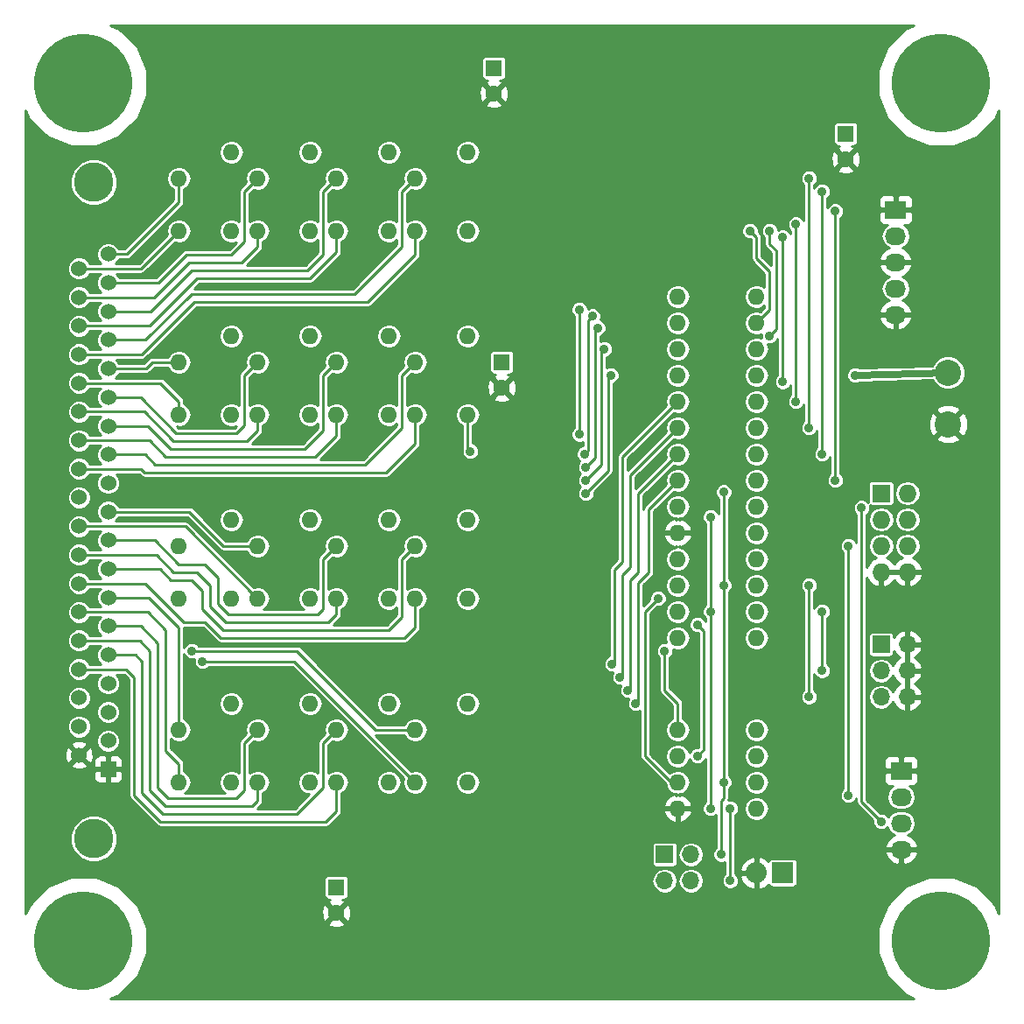
<source format=gbr>
G04 #@! TF.FileFunction,Copper,L2,Bot,Signal*
%FSLAX46Y46*%
G04 Gerber Fmt 4.6, Leading zero omitted, Abs format (unit mm)*
G04 Created by KiCad (PCBNEW 4.0.5) date 06/30/17 14:30:05*
%MOMM*%
%LPD*%
G01*
G04 APERTURE LIST*
%ADD10C,0.150000*%
%ADD11C,9.525000*%
%ADD12R,2.032000X2.032000*%
%ADD13O,2.032000X2.032000*%
%ADD14R,1.524000X1.524000*%
%ADD15C,1.524000*%
%ADD16C,3.810000*%
%ADD17O,1.600000X1.600000*%
%ADD18R,1.727200X1.727200*%
%ADD19O,1.727200X1.727200*%
%ADD20R,2.032000X1.727200*%
%ADD21O,2.032000X1.727200*%
%ADD22R,1.700000X1.700000*%
%ADD23O,1.700000X1.700000*%
%ADD24C,2.540000*%
%ADD25R,1.600000X1.600000*%
%ADD26C,1.600000*%
%ADD27C,0.889000*%
%ADD28C,0.254000*%
%ADD29C,0.635000*%
G04 APERTURE END LIST*
D10*
D11*
X91000000Y-71000000D03*
X174000000Y-71000000D03*
X91000000Y-154000000D03*
X174000000Y-154000000D03*
D12*
X158660000Y-147423000D03*
D13*
X156120000Y-147423000D03*
D14*
X93422400Y-137417400D03*
D15*
X93422400Y-134648800D03*
X93422400Y-131880200D03*
X93422400Y-129111600D03*
X93422400Y-126343000D03*
X93422400Y-123574400D03*
X93422400Y-120805800D03*
X93422400Y-118037200D03*
X93422400Y-115268600D03*
D16*
X92000000Y-144123000D03*
X92000000Y-80623000D03*
D15*
X93422400Y-112500000D03*
X93422400Y-109731400D03*
X93422400Y-106962800D03*
X93422400Y-104194200D03*
X93422400Y-101425600D03*
X93422400Y-98657000D03*
X93422400Y-95888400D03*
X93422400Y-93119800D03*
X93422400Y-90351200D03*
X93422400Y-87582600D03*
X90577600Y-136045800D03*
X90577600Y-133277200D03*
X90577600Y-130508600D03*
X90577600Y-127740000D03*
X90577600Y-124971400D03*
X90577600Y-122202800D03*
X90577600Y-119434200D03*
X90577600Y-116665600D03*
X90577600Y-113897000D03*
X90577600Y-111128400D03*
X90577600Y-108359800D03*
X90577600Y-105591200D03*
X90577600Y-102822600D03*
X90577600Y-100054000D03*
X90577600Y-97285400D03*
X90577600Y-94516800D03*
X90577600Y-91748200D03*
X90577600Y-88979600D03*
D17*
X148500000Y-91670000D03*
X148500000Y-94210000D03*
X148500000Y-96750000D03*
X148500000Y-99290000D03*
X148500000Y-101830000D03*
X148500000Y-104370000D03*
X148500000Y-106910000D03*
X148500000Y-109450000D03*
X148500000Y-111990000D03*
X148500000Y-114530000D03*
X148500000Y-117070000D03*
X148500000Y-119610000D03*
X148500000Y-122150000D03*
X148500000Y-124690000D03*
X156120000Y-124690000D03*
X156120000Y-122150000D03*
X156120000Y-119610000D03*
X156120000Y-117070000D03*
X156120000Y-114530000D03*
X156120000Y-111990000D03*
X156120000Y-109450000D03*
X156120000Y-106910000D03*
X156120000Y-104370000D03*
X156120000Y-101830000D03*
X156120000Y-99290000D03*
X156120000Y-96750000D03*
X156120000Y-94210000D03*
X156120000Y-91670000D03*
X148500000Y-133580000D03*
X148500000Y-136120000D03*
X148500000Y-138660000D03*
X148500000Y-141200000D03*
X156120000Y-141200000D03*
X156120000Y-138660000D03*
X156120000Y-136120000D03*
X156120000Y-133580000D03*
D18*
X168185000Y-110720000D03*
D19*
X170725000Y-110720000D03*
X168185000Y-113260000D03*
X170725000Y-113260000D03*
X168185000Y-115800000D03*
X170725000Y-115800000D03*
X168185000Y-118340000D03*
X170725000Y-118340000D03*
D20*
X169582000Y-83288000D03*
D21*
X169582000Y-85828000D03*
X169582000Y-88368000D03*
X169582000Y-90908000D03*
X169582000Y-93448000D03*
D20*
X170118000Y-137550000D03*
D21*
X170118000Y-140090000D03*
X170118000Y-142630000D03*
X170118000Y-145170000D03*
D22*
X168185000Y-125325000D03*
D23*
X170725000Y-125325000D03*
X168185000Y-127865000D03*
X170725000Y-127865000D03*
X168185000Y-130405000D03*
X170725000Y-130405000D03*
D22*
X147230000Y-145645000D03*
D23*
X149770000Y-145645000D03*
X147230000Y-148185000D03*
X149770000Y-148185000D03*
D24*
X174662000Y-99036000D03*
X174662000Y-104036000D03*
D25*
X115480000Y-148820000D03*
D26*
X115480000Y-151320000D03*
D25*
X131482000Y-98020000D03*
D26*
X131482000Y-100520000D03*
D25*
X130720000Y-69572000D03*
D26*
X130720000Y-72072000D03*
D25*
X164756000Y-75922000D03*
D26*
X164756000Y-78422000D03*
D17*
X128180000Y-138660000D03*
X123100000Y-133580000D03*
X123100000Y-138660000D03*
X128180000Y-131040000D03*
X120560000Y-138660000D03*
X115480000Y-133580000D03*
X115480000Y-138660000D03*
X120560000Y-131040000D03*
X112940000Y-138660000D03*
X107860000Y-133580000D03*
X107860000Y-138660000D03*
X112940000Y-131040000D03*
X105320000Y-138660000D03*
X100240000Y-133580000D03*
X100240000Y-138660000D03*
X105320000Y-131040000D03*
X128180000Y-120880000D03*
X123100000Y-115800000D03*
X123100000Y-120880000D03*
X128180000Y-113260000D03*
X120560000Y-120880000D03*
X115480000Y-115800000D03*
X115480000Y-120880000D03*
X120560000Y-113260000D03*
X112940000Y-120880000D03*
X107860000Y-115800000D03*
X107860000Y-120880000D03*
X112940000Y-113260000D03*
X105320000Y-120880000D03*
X100240000Y-115800000D03*
X100240000Y-120880000D03*
X105320000Y-113260000D03*
X128180000Y-103100000D03*
X123100000Y-98020000D03*
X123100000Y-103100000D03*
X128180000Y-95480000D03*
X120560000Y-103100000D03*
X115480000Y-98020000D03*
X115480000Y-103100000D03*
X120560000Y-95480000D03*
X112940000Y-103100000D03*
X107860000Y-98020000D03*
X107860000Y-103100000D03*
X112940000Y-95480000D03*
X105320000Y-103100000D03*
X100240000Y-98020000D03*
X100240000Y-103100000D03*
X105320000Y-95480000D03*
X128180000Y-85320000D03*
X123100000Y-80240000D03*
X123100000Y-85320000D03*
X128180000Y-77700000D03*
X120560000Y-85320000D03*
X115480000Y-80240000D03*
X115480000Y-85320000D03*
X120560000Y-77700000D03*
X112940000Y-85320000D03*
X107860000Y-80240000D03*
X107860000Y-85320000D03*
X112940000Y-77700000D03*
X105320000Y-85320000D03*
X100240000Y-80240000D03*
X100240000Y-85320000D03*
X105320000Y-77700000D03*
D27*
X162470000Y-127865000D03*
X162470000Y-122150000D03*
X150405000Y-136120000D03*
X150405000Y-123420000D03*
X161200000Y-119610000D03*
X161200000Y-130405000D03*
X146595000Y-120880000D03*
X152945000Y-138660000D03*
X152945000Y-119610000D03*
X152691000Y-145645000D03*
X152945000Y-110593000D03*
X151675000Y-141200000D03*
X151675000Y-122150000D03*
X153580000Y-148185000D03*
X153580000Y-141200000D03*
X151675000Y-113006000D03*
X104050000Y-147042000D03*
X149770000Y-129008000D03*
X151040000Y-86590000D03*
X137070000Y-103100000D03*
X137070000Y-80875000D03*
X137070000Y-124690000D03*
X168185000Y-142470000D03*
X166280000Y-112117000D03*
X165010000Y-139930000D03*
X165010000Y-115800000D03*
X147230000Y-125960000D03*
X155485000Y-85320000D03*
X157390000Y-95480000D03*
X157390000Y-85320000D03*
X158660000Y-99925000D03*
X158660000Y-85955000D03*
X159930000Y-101830000D03*
X159930000Y-84685000D03*
X163740000Y-109450000D03*
X163740000Y-83415000D03*
X162470000Y-106910000D03*
X162470000Y-81510000D03*
X161200000Y-104370000D03*
X161200000Y-80240000D03*
X101510000Y-125960000D03*
X102526000Y-126976000D03*
X165645000Y-99290000D03*
X139610000Y-110720000D03*
X142023000Y-99290000D03*
X141388000Y-96750000D03*
X139610000Y-109450000D03*
X140753000Y-94718000D03*
X139610000Y-108180000D03*
X140245000Y-93575000D03*
X139483000Y-106910000D03*
X138975000Y-92940000D03*
X138975000Y-105005000D03*
X142912000Y-128500000D03*
X142150000Y-127230000D03*
X128434000Y-106656000D03*
X144436000Y-131040000D03*
X143674000Y-129770000D03*
D28*
X162470000Y-127865000D02*
X162470000Y-122150000D01*
X150405000Y-136120000D02*
X151040000Y-135485000D01*
X151040000Y-135485000D02*
X151040000Y-124055000D01*
X151040000Y-124055000D02*
X150405000Y-123420000D01*
X161200000Y-130405000D02*
X161200000Y-119610000D01*
X145325000Y-136120000D02*
X145325000Y-122150000D01*
X145325000Y-122150000D02*
X146595000Y-120880000D01*
X147865000Y-138660000D02*
X145325000Y-136120000D01*
X148500000Y-138660000D02*
X147865000Y-138660000D01*
X152945000Y-138660000D02*
X152945000Y-119610000D01*
X152691000Y-145645000D02*
X152691000Y-140438000D01*
X152691000Y-140438000D02*
X152945000Y-140184000D01*
X152945000Y-140184000D02*
X152945000Y-138660000D01*
X152945000Y-110593000D02*
X152945000Y-119610000D01*
X167931000Y-113514000D02*
X168185000Y-113260000D01*
X151675000Y-141200000D02*
X151675000Y-122150000D01*
X153580000Y-148185000D02*
X153580000Y-141200000D01*
X151675000Y-113006000D02*
X151675000Y-122150000D01*
X168185000Y-142470000D02*
X166280000Y-140565000D01*
X166280000Y-140565000D02*
X166280000Y-114530000D01*
X166280000Y-112117000D02*
X166280000Y-114530000D01*
X165010000Y-115800000D02*
X165010000Y-139930000D01*
X148500000Y-131040000D02*
X147230000Y-129770000D01*
X147230000Y-129770000D02*
X147230000Y-125960000D01*
X148500000Y-133580000D02*
X148500000Y-131040000D01*
X157390000Y-92940000D02*
X157390000Y-89256998D01*
X157390000Y-89256998D02*
X156120000Y-87986998D01*
X156120000Y-87986998D02*
X156120000Y-85955000D01*
X156120000Y-85955000D02*
X155485000Y-85320000D01*
X156120000Y-94210000D02*
X157390000Y-92940000D01*
X157390000Y-95480000D02*
X158025000Y-94845000D01*
X158025000Y-94845000D02*
X158025000Y-87225000D01*
X158025000Y-87225000D02*
X157390000Y-86590000D01*
X157390000Y-86590000D02*
X157390000Y-85320000D01*
X158660000Y-99925000D02*
X158660000Y-85955000D01*
X159930000Y-84685000D02*
X159930000Y-101830000D01*
X163740000Y-109450000D02*
X163740000Y-85955000D01*
X163740000Y-83415000D02*
X163740000Y-85955000D01*
X162470000Y-106910000D02*
X162470000Y-84685000D01*
X162470000Y-84685000D02*
X162470000Y-84050000D01*
X162470000Y-81510000D02*
X162470000Y-84050000D01*
X161200000Y-104370000D02*
X161200000Y-83415000D01*
X161200000Y-80240000D02*
X161200000Y-83415000D01*
X101510000Y-89130000D02*
X112686000Y-89130000D01*
X114210000Y-87606000D02*
X114210000Y-81510000D01*
X112686000Y-89130000D02*
X114210000Y-87606000D01*
X114210000Y-81510000D02*
X115480000Y-80240000D01*
X93422400Y-93119800D02*
X97520200Y-93119800D01*
X97520200Y-93119800D02*
X101510000Y-89130000D01*
X114210000Y-81510000D02*
X115480000Y-80240000D01*
X90577600Y-94516800D02*
X97393200Y-94516800D01*
X97393200Y-94516800D02*
X102018000Y-89892000D01*
X115480000Y-87352000D02*
X115480000Y-85320000D01*
X112940000Y-89892000D02*
X115480000Y-87352000D01*
X102018000Y-89892000D02*
X112940000Y-89892000D01*
X93422400Y-95888400D02*
X97037600Y-95888400D01*
X97037600Y-95888400D02*
X101510000Y-91416000D01*
X117258000Y-91416000D02*
X121830000Y-86844000D01*
X101510000Y-91416000D02*
X117258000Y-91416000D01*
X121830000Y-81510000D02*
X123100000Y-80240000D01*
X121830000Y-86844000D02*
X121830000Y-81510000D01*
X90577600Y-97285400D02*
X96656600Y-97285400D01*
X96656600Y-97285400D02*
X101764000Y-92178000D01*
X118528000Y-92178000D02*
X123100000Y-87606000D01*
X101764000Y-92178000D02*
X118528000Y-92178000D01*
X123100000Y-87606000D02*
X123100000Y-85320000D01*
X123100000Y-87606000D02*
X123100000Y-85320000D01*
X93422400Y-98657000D02*
X97063000Y-98657000D01*
X97700000Y-98020000D02*
X100240000Y-98020000D01*
X97063000Y-98657000D02*
X97700000Y-98020000D01*
X90577600Y-100054000D02*
X98460000Y-100054000D01*
X100240000Y-101834000D02*
X100240000Y-103100000D01*
X98460000Y-100054000D02*
X100240000Y-101834000D01*
X99986000Y-104878000D02*
X105828000Y-104878000D01*
X106590000Y-99290000D02*
X107860000Y-98020000D01*
X106590000Y-104116000D02*
X106590000Y-99290000D01*
X105828000Y-104878000D02*
X106590000Y-104116000D01*
X93422400Y-101425600D02*
X96533600Y-101425600D01*
X96533600Y-101425600D02*
X99986000Y-104878000D01*
X107606000Y-98020000D02*
X107860000Y-98020000D01*
X104050000Y-105640000D02*
X106844000Y-105640000D01*
X107860000Y-104624000D02*
X107860000Y-103100000D01*
X106844000Y-105640000D02*
X107860000Y-104624000D01*
X90577600Y-102822600D02*
X96914600Y-102822600D01*
X99732000Y-105640000D02*
X104050000Y-105640000D01*
X96914600Y-102822600D02*
X99732000Y-105640000D01*
X105574000Y-106402000D02*
X112432000Y-106402000D01*
X114210000Y-99290000D02*
X115480000Y-98020000D01*
X114210000Y-104624000D02*
X114210000Y-99290000D01*
X112432000Y-106402000D02*
X114210000Y-104624000D01*
X93422400Y-104194200D02*
X97270200Y-104194200D01*
X99478000Y-106402000D02*
X105574000Y-106402000D01*
X97270200Y-104194200D02*
X99478000Y-106402000D01*
X110146000Y-107164000D02*
X113448000Y-107164000D01*
X115480000Y-105132000D02*
X115480000Y-103100000D01*
X113448000Y-107164000D02*
X115480000Y-105132000D01*
X90577600Y-105591200D02*
X97397200Y-105591200D01*
X98970000Y-107164000D02*
X110146000Y-107164000D01*
X97397200Y-105591200D02*
X98970000Y-107164000D01*
X112432000Y-107926000D02*
X118274000Y-107926000D01*
X121830000Y-99290000D02*
X123100000Y-98020000D01*
X121830000Y-104370000D02*
X121830000Y-99290000D01*
X118274000Y-107926000D02*
X121830000Y-104370000D01*
X93422400Y-106962800D02*
X96990800Y-106962800D01*
X97954000Y-107926000D02*
X112432000Y-107926000D01*
X96990800Y-106962800D02*
X97954000Y-107926000D01*
X115734000Y-108688000D02*
X120306000Y-108688000D01*
X123100000Y-105894000D02*
X123100000Y-103100000D01*
X120306000Y-108688000D02*
X123100000Y-105894000D01*
X90577600Y-108359800D02*
X96609800Y-108359800D01*
X96938000Y-108688000D02*
X115734000Y-108688000D01*
X96609800Y-108359800D02*
X96938000Y-108688000D01*
X93422400Y-112500000D02*
X101258000Y-112500000D01*
X104558000Y-115800000D02*
X107860000Y-115800000D01*
X101258000Y-112500000D02*
X104558000Y-115800000D01*
X90577600Y-113897000D02*
X100877000Y-113897000D01*
X100877000Y-113897000D02*
X107860000Y-120880000D01*
X105066000Y-122404000D02*
X113702000Y-122404000D01*
X114210000Y-117070000D02*
X115480000Y-115800000D01*
X114210000Y-121896000D02*
X114210000Y-117070000D01*
X113702000Y-122404000D02*
X114210000Y-121896000D01*
X93422400Y-115268600D02*
X97930600Y-115268600D01*
X97930600Y-115268600D02*
X100240000Y-117578000D01*
X104050000Y-118848000D02*
X104050000Y-121388000D01*
X102780000Y-117578000D02*
X104050000Y-118848000D01*
X100240000Y-117578000D02*
X102780000Y-117578000D01*
X104050000Y-121388000D02*
X105066000Y-122404000D01*
X111416000Y-123166000D02*
X114718000Y-123166000D01*
X115480000Y-122404000D02*
X115480000Y-120880000D01*
X114718000Y-123166000D02*
X115480000Y-122404000D01*
X90577600Y-116665600D02*
X98057600Y-116665600D01*
X103288000Y-119610002D02*
X103288000Y-121642000D01*
X102017998Y-118340000D02*
X103288000Y-119610002D01*
X99732000Y-118340000D02*
X102017998Y-118340000D01*
X98057600Y-116665600D02*
X99732000Y-118340000D01*
X103288000Y-121642000D02*
X104812000Y-123166000D01*
X104812000Y-123166000D02*
X111416000Y-123166000D01*
X114972000Y-123928000D02*
X120560000Y-123928000D01*
X121830000Y-117070000D02*
X123100000Y-115800000D01*
X121830000Y-122658000D02*
X121830000Y-117070000D01*
X120560000Y-123928000D02*
X121830000Y-122658000D01*
X93422400Y-118037200D02*
X98413200Y-118037200D01*
X102526000Y-121896000D02*
X104558000Y-123928000D01*
X102526000Y-120118000D02*
X102526000Y-121896000D01*
X101510000Y-119102000D02*
X102526000Y-120118000D01*
X99478000Y-119102000D02*
X101510000Y-119102000D01*
X98413200Y-118037200D02*
X99478000Y-119102000D01*
X104558000Y-123928000D02*
X114972000Y-123928000D01*
X116242000Y-124690000D02*
X122084000Y-124690000D01*
X123100000Y-123674000D02*
X123100000Y-120880000D01*
X122084000Y-124690000D02*
X123100000Y-123674000D01*
X90577600Y-119434200D02*
X97016200Y-119434200D01*
X100748000Y-123166000D02*
X102780000Y-123166000D01*
X97016200Y-119434200D02*
X100748000Y-123166000D01*
X102780000Y-123166000D02*
X104304000Y-124690000D01*
X104304000Y-124690000D02*
X116242000Y-124690000D01*
X93422400Y-120805800D02*
X97371800Y-120805800D01*
X100240000Y-123674000D02*
X100240000Y-133580000D01*
X97371800Y-120805800D02*
X100240000Y-123674000D01*
X98970000Y-126722000D02*
X98970000Y-135612000D01*
X100240000Y-136882000D02*
X100240000Y-138660000D01*
X98970000Y-135612000D02*
X100240000Y-136882000D01*
X90577600Y-122202800D02*
X97244800Y-122202800D01*
X98970000Y-123928000D02*
X98970000Y-125198000D01*
X97244800Y-122202800D02*
X98970000Y-123928000D01*
X98970000Y-125198000D02*
X98970000Y-126722000D01*
X93422400Y-123574400D02*
X96584400Y-123574400D01*
X98208000Y-125198000D02*
X98208000Y-125706000D01*
X96584400Y-123574400D02*
X98208000Y-125198000D01*
X101002000Y-140184000D02*
X105828000Y-140184000D01*
X98208000Y-125706000D02*
X98208000Y-139168000D01*
X98208000Y-139168000D02*
X99224000Y-140184000D01*
X99224000Y-140184000D02*
X101002000Y-140184000D01*
X105828000Y-140184000D02*
X106590000Y-139422000D01*
X106590000Y-139422000D02*
X106590000Y-134850000D01*
X106590000Y-134850000D02*
X107860000Y-133580000D01*
X103542000Y-140946000D02*
X107352000Y-140946000D01*
X107860000Y-140438000D02*
X107860000Y-138660000D01*
X107352000Y-140946000D02*
X107860000Y-140438000D01*
X90577600Y-124971400D02*
X96457400Y-124971400D01*
X98970000Y-140946000D02*
X103542000Y-140946000D01*
X97446000Y-139422000D02*
X98970000Y-140946000D01*
X97446000Y-125960000D02*
X97446000Y-139422000D01*
X96457400Y-124971400D02*
X97446000Y-125960000D01*
X105828000Y-141708000D02*
X111670000Y-141708000D01*
X114210000Y-134850000D02*
X115480000Y-133580000D01*
X114210000Y-139168000D02*
X114210000Y-134850000D01*
X111670000Y-141708000D02*
X114210000Y-139168000D01*
X93422400Y-126343000D02*
X96051000Y-126343000D01*
X98716000Y-141708000D02*
X105828000Y-141708000D01*
X96684000Y-139676000D02*
X98716000Y-141708000D01*
X96684000Y-126976000D02*
X96684000Y-139676000D01*
X96051000Y-126343000D02*
X96684000Y-126976000D01*
X109384000Y-142470000D02*
X114464000Y-142470000D01*
X115480000Y-141454000D02*
X115480000Y-138660000D01*
X114464000Y-142470000D02*
X115480000Y-141454000D01*
X90577600Y-127740000D02*
X95162000Y-127740000D01*
X98462000Y-142470000D02*
X109384000Y-142470000D01*
X95922000Y-139930000D02*
X98462000Y-142470000D01*
X95922000Y-128500000D02*
X95922000Y-139930000D01*
X95162000Y-127740000D02*
X95922000Y-128500000D01*
X107606000Y-125960000D02*
X111670000Y-125960000D01*
X119290000Y-133580000D02*
X123100000Y-133580000D01*
X111670000Y-125960000D02*
X119290000Y-133580000D01*
X101510000Y-125960000D02*
X107606000Y-125960000D01*
X110400000Y-126976000D02*
X111416000Y-126976000D01*
X111416000Y-126976000D02*
X123100000Y-138660000D01*
X102526000Y-126976000D02*
X110400000Y-126976000D01*
D29*
X165645000Y-99290000D02*
X174662000Y-99036000D01*
D28*
X139610000Y-110720000D02*
X141769000Y-108561000D01*
X141769000Y-108561000D02*
X141769000Y-99544000D01*
X141769000Y-99544000D02*
X142023000Y-99290000D01*
X139610000Y-109450000D02*
X141134000Y-107926000D01*
X141134000Y-107926000D02*
X141134000Y-97004000D01*
X141134000Y-97004000D02*
X141388000Y-96750000D01*
X139610000Y-108180000D02*
X140499000Y-107291000D01*
X140499000Y-107291000D02*
X140499000Y-94972000D01*
X140499000Y-94972000D02*
X140753000Y-94718000D01*
X139483000Y-106910000D02*
X139864000Y-106529000D01*
X139864000Y-106529000D02*
X139864000Y-93956000D01*
X139864000Y-93956000D02*
X140245000Y-93575000D01*
X138975000Y-103100000D02*
X138975000Y-92940000D01*
X138975000Y-105005000D02*
X138975000Y-103100000D01*
X143928000Y-111990000D02*
X143928000Y-108942000D01*
X143928000Y-108942000D02*
X148500000Y-104370000D01*
X143928000Y-117832000D02*
X143928000Y-111990000D01*
X143166000Y-118594000D02*
X143928000Y-117832000D01*
X143166000Y-128246000D02*
X143166000Y-118594000D01*
X142912000Y-128500000D02*
X143166000Y-128246000D01*
X143166000Y-107164000D02*
X148500000Y-101830000D01*
X143166000Y-117324000D02*
X143166000Y-107164000D01*
X142404000Y-118086000D02*
X143166000Y-117324000D01*
X142404000Y-126976000D02*
X142404000Y-118086000D01*
X142150000Y-127230000D02*
X142404000Y-126976000D01*
X128180000Y-106402000D02*
X128180000Y-103100000D01*
X128434000Y-106656000D02*
X128180000Y-106402000D01*
X105320000Y-138660000D02*
X105574000Y-138660000D01*
X93422400Y-87582600D02*
X95183400Y-87582600D01*
X100240000Y-82526000D02*
X100240000Y-80240000D01*
X95183400Y-87582600D02*
X100240000Y-82526000D01*
X93422400Y-87582600D02*
X93422400Y-87057600D01*
X90577600Y-88979600D02*
X96580400Y-88979600D01*
X96580400Y-88979600D02*
X100240000Y-85320000D01*
X93422400Y-90351200D02*
X98256800Y-90351200D01*
X106590000Y-81510000D02*
X107860000Y-80240000D01*
X106590000Y-86336000D02*
X106590000Y-81510000D01*
X105320000Y-87606000D02*
X106590000Y-86336000D01*
X101002000Y-87606000D02*
X105320000Y-87606000D01*
X98256800Y-90351200D02*
X101002000Y-87606000D01*
X90577600Y-91748200D02*
X97875800Y-91748200D01*
X97875800Y-91748200D02*
X101256000Y-88368000D01*
X101256000Y-88368000D02*
X106336000Y-88368000D01*
X106336000Y-88368000D02*
X107860000Y-86844000D01*
X107860000Y-86844000D02*
X107860000Y-85320000D01*
X97875800Y-91748200D02*
X101256000Y-88368000D01*
X145706000Y-113260000D02*
X145706000Y-112244000D01*
X145706000Y-112244000D02*
X148500000Y-109450000D01*
X144436000Y-131040000D02*
X144690000Y-130786000D01*
X144690000Y-130786000D02*
X144690000Y-119356000D01*
X144690000Y-119356000D02*
X145706000Y-118340000D01*
X145706000Y-118340000D02*
X145706000Y-113260000D01*
X144690000Y-114022000D02*
X144690000Y-110720000D01*
X144690000Y-110720000D02*
X148500000Y-106910000D01*
X144690000Y-118340000D02*
X144690000Y-114022000D01*
X143928000Y-119102000D02*
X144690000Y-118340000D01*
X143928000Y-129516000D02*
X143928000Y-119102000D01*
X143674000Y-129770000D02*
X143928000Y-129516000D01*
G36*
X170515482Y-65775185D02*
X168781275Y-67506368D01*
X167841571Y-69769425D01*
X167839433Y-72219825D01*
X168775185Y-74484518D01*
X170506368Y-76218725D01*
X172769425Y-77158429D01*
X175219825Y-77160567D01*
X177484518Y-76224815D01*
X179218725Y-74493632D01*
X179569000Y-73650077D01*
X179569000Y-151348473D01*
X179224815Y-150515482D01*
X177493632Y-148781275D01*
X175230575Y-147841571D01*
X172780175Y-147839433D01*
X170515482Y-148775185D01*
X168781275Y-150506368D01*
X167841571Y-152769425D01*
X167839433Y-155219825D01*
X168775185Y-157484518D01*
X170506368Y-159218725D01*
X171349923Y-159569000D01*
X93651527Y-159569000D01*
X94484518Y-159224815D01*
X96218725Y-157493632D01*
X97158429Y-155230575D01*
X97160567Y-152780175D01*
X96973627Y-152327745D01*
X114651861Y-152327745D01*
X114725995Y-152573864D01*
X115263223Y-152766965D01*
X115833454Y-152739778D01*
X116234005Y-152573864D01*
X116308139Y-152327745D01*
X115480000Y-151499605D01*
X114651861Y-152327745D01*
X96973627Y-152327745D01*
X96467665Y-151103223D01*
X114033035Y-151103223D01*
X114060222Y-151673454D01*
X114226136Y-152074005D01*
X114472255Y-152148139D01*
X115300395Y-151320000D01*
X115659605Y-151320000D01*
X116487745Y-152148139D01*
X116733864Y-152074005D01*
X116926965Y-151536777D01*
X116899778Y-150966546D01*
X116733864Y-150565995D01*
X116487745Y-150491861D01*
X115659605Y-151320000D01*
X115300395Y-151320000D01*
X114472255Y-150491861D01*
X114226136Y-150565995D01*
X114033035Y-151103223D01*
X96467665Y-151103223D01*
X96224815Y-150515482D01*
X94493632Y-148781275D01*
X92660280Y-148020000D01*
X114291536Y-148020000D01*
X114291536Y-149620000D01*
X114318103Y-149761190D01*
X114401546Y-149890865D01*
X114528866Y-149977859D01*
X114680000Y-150008464D01*
X114865227Y-150008464D01*
X114725995Y-150066136D01*
X114651861Y-150312255D01*
X115480000Y-151140395D01*
X116308139Y-150312255D01*
X116234005Y-150066136D01*
X116073555Y-150008464D01*
X116280000Y-150008464D01*
X116421190Y-149981897D01*
X116550865Y-149898454D01*
X116637859Y-149771134D01*
X116668464Y-149620000D01*
X116668464Y-148185000D01*
X145974883Y-148185000D01*
X146068587Y-148656083D01*
X146335435Y-149055448D01*
X146734800Y-149322296D01*
X147205883Y-149416000D01*
X147254117Y-149416000D01*
X147725200Y-149322296D01*
X148124565Y-149055448D01*
X148391413Y-148656083D01*
X148485117Y-148185000D01*
X148514883Y-148185000D01*
X148608587Y-148656083D01*
X148875435Y-149055448D01*
X149274800Y-149322296D01*
X149745883Y-149416000D01*
X149794117Y-149416000D01*
X150265200Y-149322296D01*
X150664565Y-149055448D01*
X150931413Y-148656083D01*
X151025117Y-148185000D01*
X150931413Y-147713917D01*
X150664565Y-147314552D01*
X150265200Y-147047704D01*
X149794117Y-146954000D01*
X149745883Y-146954000D01*
X149274800Y-147047704D01*
X148875435Y-147314552D01*
X148608587Y-147713917D01*
X148514883Y-148185000D01*
X148485117Y-148185000D01*
X148391413Y-147713917D01*
X148124565Y-147314552D01*
X147725200Y-147047704D01*
X147254117Y-146954000D01*
X147205883Y-146954000D01*
X146734800Y-147047704D01*
X146335435Y-147314552D01*
X146068587Y-147713917D01*
X145974883Y-148185000D01*
X116668464Y-148185000D01*
X116668464Y-148020000D01*
X116641897Y-147878810D01*
X116558454Y-147749135D01*
X116431134Y-147662141D01*
X116280000Y-147631536D01*
X114680000Y-147631536D01*
X114538810Y-147658103D01*
X114409135Y-147741546D01*
X114322141Y-147868866D01*
X114291536Y-148020000D01*
X92660280Y-148020000D01*
X92230575Y-147841571D01*
X89780175Y-147839433D01*
X87515482Y-148775185D01*
X85781275Y-150506368D01*
X85431000Y-151349923D01*
X85431000Y-144575719D01*
X89713604Y-144575719D01*
X90060894Y-145416223D01*
X90703395Y-146059846D01*
X91543292Y-146408602D01*
X92452719Y-146409396D01*
X93293223Y-146062106D01*
X93936846Y-145419605D01*
X94196204Y-144795000D01*
X145991536Y-144795000D01*
X145991536Y-146495000D01*
X146018103Y-146636190D01*
X146101546Y-146765865D01*
X146228866Y-146852859D01*
X146380000Y-146883464D01*
X148080000Y-146883464D01*
X148221190Y-146856897D01*
X148350865Y-146773454D01*
X148437859Y-146646134D01*
X148468464Y-146495000D01*
X148468464Y-145645000D01*
X148514883Y-145645000D01*
X148608587Y-146116083D01*
X148875435Y-146515448D01*
X149274800Y-146782296D01*
X149745883Y-146876000D01*
X149794117Y-146876000D01*
X150265200Y-146782296D01*
X150664565Y-146515448D01*
X150931413Y-146116083D01*
X151025117Y-145645000D01*
X150931413Y-145173917D01*
X150664565Y-144774552D01*
X150265200Y-144507704D01*
X149794117Y-144414000D01*
X149745883Y-144414000D01*
X149274800Y-144507704D01*
X148875435Y-144774552D01*
X148608587Y-145173917D01*
X148514883Y-145645000D01*
X148468464Y-145645000D01*
X148468464Y-144795000D01*
X148441897Y-144653810D01*
X148358454Y-144524135D01*
X148231134Y-144437141D01*
X148080000Y-144406536D01*
X146380000Y-144406536D01*
X146238810Y-144433103D01*
X146109135Y-144516546D01*
X146022141Y-144643866D01*
X145991536Y-144795000D01*
X94196204Y-144795000D01*
X94285602Y-144579708D01*
X94286396Y-143670281D01*
X93939106Y-142829777D01*
X93296605Y-142186154D01*
X92456708Y-141837398D01*
X91547281Y-141836604D01*
X90706777Y-142183894D01*
X90063154Y-142826395D01*
X89714398Y-143666292D01*
X89713604Y-144575719D01*
X85431000Y-144575719D01*
X85431000Y-137703150D01*
X92025400Y-137703150D01*
X92025400Y-138305709D01*
X92122073Y-138539098D01*
X92300701Y-138717727D01*
X92534090Y-138814400D01*
X93136650Y-138814400D01*
X93295400Y-138655650D01*
X93295400Y-137544400D01*
X93549400Y-137544400D01*
X93549400Y-138655650D01*
X93708150Y-138814400D01*
X94310710Y-138814400D01*
X94544099Y-138717727D01*
X94722727Y-138539098D01*
X94819400Y-138305709D01*
X94819400Y-137703150D01*
X94660650Y-137544400D01*
X93549400Y-137544400D01*
X93295400Y-137544400D01*
X92184150Y-137544400D01*
X92025400Y-137703150D01*
X85431000Y-137703150D01*
X85431000Y-137026013D01*
X89776992Y-137026013D01*
X89846457Y-137268197D01*
X90369902Y-137454944D01*
X90924968Y-137427162D01*
X91308743Y-137268197D01*
X91378208Y-137026013D01*
X90577600Y-136225405D01*
X89776992Y-137026013D01*
X85431000Y-137026013D01*
X85431000Y-135838102D01*
X89168456Y-135838102D01*
X89196238Y-136393168D01*
X89355203Y-136776943D01*
X89597387Y-136846408D01*
X90397995Y-136045800D01*
X90757205Y-136045800D01*
X91557813Y-136846408D01*
X91799997Y-136776943D01*
X91888421Y-136529091D01*
X92025400Y-136529091D01*
X92025400Y-137131650D01*
X92184150Y-137290400D01*
X93295400Y-137290400D01*
X93295400Y-136179150D01*
X93549400Y-136179150D01*
X93549400Y-137290400D01*
X94660650Y-137290400D01*
X94819400Y-137131650D01*
X94819400Y-136529091D01*
X94722727Y-136295702D01*
X94544099Y-136117073D01*
X94310710Y-136020400D01*
X93708150Y-136020400D01*
X93549400Y-136179150D01*
X93295400Y-136179150D01*
X93136650Y-136020400D01*
X92534090Y-136020400D01*
X92300701Y-136117073D01*
X92122073Y-136295702D01*
X92025400Y-136529091D01*
X91888421Y-136529091D01*
X91986744Y-136253498D01*
X91958962Y-135698432D01*
X91799997Y-135314657D01*
X91557813Y-135245192D01*
X90757205Y-136045800D01*
X90397995Y-136045800D01*
X89597387Y-135245192D01*
X89355203Y-135314657D01*
X89168456Y-135838102D01*
X85431000Y-135838102D01*
X85431000Y-135065587D01*
X89776992Y-135065587D01*
X90577600Y-135866195D01*
X91378208Y-135065587D01*
X91323589Y-134875159D01*
X92279202Y-134875159D01*
X92452846Y-135295412D01*
X92774097Y-135617223D01*
X93194046Y-135791601D01*
X93648759Y-135791998D01*
X94069012Y-135618354D01*
X94390823Y-135297103D01*
X94565201Y-134877154D01*
X94565598Y-134422441D01*
X94391954Y-134002188D01*
X94070703Y-133680377D01*
X93650754Y-133505999D01*
X93196041Y-133505602D01*
X92775788Y-133679246D01*
X92453977Y-134000497D01*
X92279599Y-134420446D01*
X92279202Y-134875159D01*
X91323589Y-134875159D01*
X91308743Y-134823403D01*
X90785298Y-134636656D01*
X90230232Y-134664438D01*
X89846457Y-134823403D01*
X89776992Y-135065587D01*
X85431000Y-135065587D01*
X85431000Y-133503559D01*
X89434402Y-133503559D01*
X89608046Y-133923812D01*
X89929297Y-134245623D01*
X90349246Y-134420001D01*
X90803959Y-134420398D01*
X91224212Y-134246754D01*
X91546023Y-133925503D01*
X91720401Y-133505554D01*
X91720798Y-133050841D01*
X91547154Y-132630588D01*
X91225903Y-132308777D01*
X90805954Y-132134399D01*
X90351241Y-132134002D01*
X89930988Y-132307646D01*
X89609177Y-132628897D01*
X89434799Y-133048846D01*
X89434402Y-133503559D01*
X85431000Y-133503559D01*
X85431000Y-132106559D01*
X92279202Y-132106559D01*
X92452846Y-132526812D01*
X92774097Y-132848623D01*
X93194046Y-133023001D01*
X93648759Y-133023398D01*
X94069012Y-132849754D01*
X94390823Y-132528503D01*
X94565201Y-132108554D01*
X94565598Y-131653841D01*
X94391954Y-131233588D01*
X94070703Y-130911777D01*
X93650754Y-130737399D01*
X93196041Y-130737002D01*
X92775788Y-130910646D01*
X92453977Y-131231897D01*
X92279599Y-131651846D01*
X92279202Y-132106559D01*
X85431000Y-132106559D01*
X85431000Y-130734959D01*
X89434402Y-130734959D01*
X89608046Y-131155212D01*
X89929297Y-131477023D01*
X90349246Y-131651401D01*
X90803959Y-131651798D01*
X91224212Y-131478154D01*
X91546023Y-131156903D01*
X91720401Y-130736954D01*
X91720798Y-130282241D01*
X91547154Y-129861988D01*
X91225903Y-129540177D01*
X90805954Y-129365799D01*
X90351241Y-129365402D01*
X89930988Y-129539046D01*
X89609177Y-129860297D01*
X89434799Y-130280246D01*
X89434402Y-130734959D01*
X85431000Y-130734959D01*
X85431000Y-114123359D01*
X89434402Y-114123359D01*
X89608046Y-114543612D01*
X89929297Y-114865423D01*
X90349246Y-115039801D01*
X90803959Y-115040198D01*
X91224212Y-114866554D01*
X91546023Y-114545303D01*
X91604282Y-114405000D01*
X92669649Y-114405000D01*
X92453977Y-114620297D01*
X92279599Y-115040246D01*
X92279202Y-115494959D01*
X92452846Y-115915212D01*
X92694812Y-116157600D01*
X91604427Y-116157600D01*
X91547154Y-116018988D01*
X91225903Y-115697177D01*
X90805954Y-115522799D01*
X90351241Y-115522402D01*
X89930988Y-115696046D01*
X89609177Y-116017297D01*
X89434799Y-116437246D01*
X89434402Y-116891959D01*
X89608046Y-117312212D01*
X89929297Y-117634023D01*
X90349246Y-117808401D01*
X90803959Y-117808798D01*
X91224212Y-117635154D01*
X91546023Y-117313903D01*
X91604282Y-117173600D01*
X92669649Y-117173600D01*
X92453977Y-117388897D01*
X92279599Y-117808846D01*
X92279202Y-118263559D01*
X92452846Y-118683812D01*
X92694812Y-118926200D01*
X91604427Y-118926200D01*
X91547154Y-118787588D01*
X91225903Y-118465777D01*
X90805954Y-118291399D01*
X90351241Y-118291002D01*
X89930988Y-118464646D01*
X89609177Y-118785897D01*
X89434799Y-119205846D01*
X89434402Y-119660559D01*
X89608046Y-120080812D01*
X89929297Y-120402623D01*
X90349246Y-120577001D01*
X90803959Y-120577398D01*
X91224212Y-120403754D01*
X91546023Y-120082503D01*
X91604282Y-119942200D01*
X92669649Y-119942200D01*
X92453977Y-120157497D01*
X92279599Y-120577446D01*
X92279202Y-121032159D01*
X92452846Y-121452412D01*
X92694812Y-121694800D01*
X91604427Y-121694800D01*
X91547154Y-121556188D01*
X91225903Y-121234377D01*
X90805954Y-121059999D01*
X90351241Y-121059602D01*
X89930988Y-121233246D01*
X89609177Y-121554497D01*
X89434799Y-121974446D01*
X89434402Y-122429159D01*
X89608046Y-122849412D01*
X89929297Y-123171223D01*
X90349246Y-123345601D01*
X90803959Y-123345998D01*
X91224212Y-123172354D01*
X91546023Y-122851103D01*
X91604282Y-122710800D01*
X92669649Y-122710800D01*
X92453977Y-122926097D01*
X92279599Y-123346046D01*
X92279202Y-123800759D01*
X92452846Y-124221012D01*
X92694812Y-124463400D01*
X91604427Y-124463400D01*
X91547154Y-124324788D01*
X91225903Y-124002977D01*
X90805954Y-123828599D01*
X90351241Y-123828202D01*
X89930988Y-124001846D01*
X89609177Y-124323097D01*
X89434799Y-124743046D01*
X89434402Y-125197759D01*
X89608046Y-125618012D01*
X89929297Y-125939823D01*
X90349246Y-126114201D01*
X90803959Y-126114598D01*
X91224212Y-125940954D01*
X91546023Y-125619703D01*
X91604282Y-125479400D01*
X92669649Y-125479400D01*
X92453977Y-125694697D01*
X92279599Y-126114646D01*
X92279202Y-126569359D01*
X92452846Y-126989612D01*
X92694812Y-127232000D01*
X91604427Y-127232000D01*
X91547154Y-127093388D01*
X91225903Y-126771577D01*
X90805954Y-126597199D01*
X90351241Y-126596802D01*
X89930988Y-126770446D01*
X89609177Y-127091697D01*
X89434799Y-127511646D01*
X89434402Y-127966359D01*
X89608046Y-128386612D01*
X89929297Y-128708423D01*
X90349246Y-128882801D01*
X90803959Y-128883198D01*
X91224212Y-128709554D01*
X91546023Y-128388303D01*
X91604282Y-128248000D01*
X92669649Y-128248000D01*
X92453977Y-128463297D01*
X92279599Y-128883246D01*
X92279202Y-129337959D01*
X92452846Y-129758212D01*
X92774097Y-130080023D01*
X93194046Y-130254401D01*
X93648759Y-130254798D01*
X94069012Y-130081154D01*
X94390823Y-129759903D01*
X94565201Y-129339954D01*
X94565598Y-128885241D01*
X94391954Y-128464988D01*
X94175344Y-128248000D01*
X94951580Y-128248000D01*
X95414000Y-128710420D01*
X95414000Y-139930000D01*
X95452669Y-140124403D01*
X95562790Y-140289210D01*
X98102789Y-142829210D01*
X98212910Y-142902790D01*
X98267597Y-142939331D01*
X98462000Y-142978000D01*
X114464000Y-142978000D01*
X114658403Y-142939331D01*
X114823210Y-142829210D01*
X115839210Y-141813210D01*
X115949331Y-141648403D01*
X115969095Y-141549039D01*
X147108096Y-141549039D01*
X147268959Y-141937423D01*
X147644866Y-142352389D01*
X148150959Y-142591914D01*
X148373000Y-142470629D01*
X148373000Y-141327000D01*
X148627000Y-141327000D01*
X148627000Y-142470629D01*
X148849041Y-142591914D01*
X149355134Y-142352389D01*
X149731041Y-141937423D01*
X149891904Y-141549039D01*
X149769915Y-141327000D01*
X148627000Y-141327000D01*
X148373000Y-141327000D01*
X147230085Y-141327000D01*
X147108096Y-141549039D01*
X115969095Y-141549039D01*
X115988000Y-141454000D01*
X115988000Y-139729110D01*
X116338230Y-139495093D01*
X116594239Y-139111949D01*
X116684137Y-138660000D01*
X119355863Y-138660000D01*
X119445761Y-139111949D01*
X119701770Y-139495093D01*
X120084914Y-139751102D01*
X120536863Y-139841000D01*
X120583137Y-139841000D01*
X121035086Y-139751102D01*
X121418230Y-139495093D01*
X121674239Y-139111949D01*
X121764137Y-138660000D01*
X121674239Y-138208051D01*
X121418230Y-137824907D01*
X121035086Y-137568898D01*
X120583137Y-137479000D01*
X120536863Y-137479000D01*
X120084914Y-137568898D01*
X119701770Y-137824907D01*
X119445761Y-138208051D01*
X119355863Y-138660000D01*
X116684137Y-138660000D01*
X116594239Y-138208051D01*
X116338230Y-137824907D01*
X115955086Y-137568898D01*
X115503137Y-137479000D01*
X115456863Y-137479000D01*
X115004914Y-137568898D01*
X114718000Y-137760608D01*
X114718000Y-135060420D01*
X115090328Y-134688092D01*
X115456863Y-134761000D01*
X115503137Y-134761000D01*
X115955086Y-134671102D01*
X116338230Y-134415093D01*
X116594239Y-134031949D01*
X116684137Y-133580000D01*
X116594239Y-133128051D01*
X116338230Y-132744907D01*
X115955086Y-132488898D01*
X115503137Y-132399000D01*
X115456863Y-132399000D01*
X115004914Y-132488898D01*
X114621770Y-132744907D01*
X114365761Y-133128051D01*
X114275863Y-133580000D01*
X114356448Y-133985132D01*
X113850790Y-134490790D01*
X113740669Y-134655597D01*
X113702000Y-134850000D01*
X113702000Y-137760608D01*
X113415086Y-137568898D01*
X112963137Y-137479000D01*
X112916863Y-137479000D01*
X112464914Y-137568898D01*
X112081770Y-137824907D01*
X111825761Y-138208051D01*
X111735863Y-138660000D01*
X111825761Y-139111949D01*
X112081770Y-139495093D01*
X112464914Y-139751102D01*
X112834886Y-139824694D01*
X111459580Y-141200000D01*
X107816420Y-141200000D01*
X108219210Y-140797211D01*
X108329330Y-140632404D01*
X108329331Y-140632403D01*
X108368000Y-140438000D01*
X108368000Y-139729110D01*
X108718230Y-139495093D01*
X108974239Y-139111949D01*
X109064137Y-138660000D01*
X108974239Y-138208051D01*
X108718230Y-137824907D01*
X108335086Y-137568898D01*
X107883137Y-137479000D01*
X107836863Y-137479000D01*
X107384914Y-137568898D01*
X107098000Y-137760608D01*
X107098000Y-135060420D01*
X107470328Y-134688092D01*
X107836863Y-134761000D01*
X107883137Y-134761000D01*
X108335086Y-134671102D01*
X108718230Y-134415093D01*
X108974239Y-134031949D01*
X109064137Y-133580000D01*
X108974239Y-133128051D01*
X108718230Y-132744907D01*
X108335086Y-132488898D01*
X107883137Y-132399000D01*
X107836863Y-132399000D01*
X107384914Y-132488898D01*
X107001770Y-132744907D01*
X106745761Y-133128051D01*
X106655863Y-133580000D01*
X106736448Y-133985132D01*
X106230790Y-134490790D01*
X106120669Y-134655597D01*
X106082000Y-134850000D01*
X106082000Y-137760608D01*
X105795086Y-137568898D01*
X105343137Y-137479000D01*
X105296863Y-137479000D01*
X104844914Y-137568898D01*
X104461770Y-137824907D01*
X104205761Y-138208051D01*
X104115863Y-138660000D01*
X104205761Y-139111949D01*
X104461770Y-139495093D01*
X104732516Y-139676000D01*
X100827484Y-139676000D01*
X101098230Y-139495093D01*
X101354239Y-139111949D01*
X101444137Y-138660000D01*
X101354239Y-138208051D01*
X101098230Y-137824907D01*
X100748000Y-137590890D01*
X100748000Y-136882000D01*
X100709331Y-136687597D01*
X100709331Y-136687596D01*
X100599210Y-136522790D01*
X99478000Y-135401580D01*
X99478000Y-134479392D01*
X99764914Y-134671102D01*
X100216863Y-134761000D01*
X100263137Y-134761000D01*
X100715086Y-134671102D01*
X101098230Y-134415093D01*
X101354239Y-134031949D01*
X101444137Y-133580000D01*
X101354239Y-133128051D01*
X101098230Y-132744907D01*
X100748000Y-132510890D01*
X100748000Y-131040000D01*
X104115863Y-131040000D01*
X104205761Y-131491949D01*
X104461770Y-131875093D01*
X104844914Y-132131102D01*
X105296863Y-132221000D01*
X105343137Y-132221000D01*
X105795086Y-132131102D01*
X106178230Y-131875093D01*
X106434239Y-131491949D01*
X106524137Y-131040000D01*
X111735863Y-131040000D01*
X111825761Y-131491949D01*
X112081770Y-131875093D01*
X112464914Y-132131102D01*
X112916863Y-132221000D01*
X112963137Y-132221000D01*
X113415086Y-132131102D01*
X113798230Y-131875093D01*
X114054239Y-131491949D01*
X114144137Y-131040000D01*
X114054239Y-130588051D01*
X113798230Y-130204907D01*
X113415086Y-129948898D01*
X112963137Y-129859000D01*
X112916863Y-129859000D01*
X112464914Y-129948898D01*
X112081770Y-130204907D01*
X111825761Y-130588051D01*
X111735863Y-131040000D01*
X106524137Y-131040000D01*
X106434239Y-130588051D01*
X106178230Y-130204907D01*
X105795086Y-129948898D01*
X105343137Y-129859000D01*
X105296863Y-129859000D01*
X104844914Y-129948898D01*
X104461770Y-130204907D01*
X104205761Y-130588051D01*
X104115863Y-131040000D01*
X100748000Y-131040000D01*
X100748000Y-126277510D01*
X100809767Y-126426998D01*
X101041781Y-126659417D01*
X101345077Y-126785357D01*
X101673482Y-126785643D01*
X101719017Y-126766829D01*
X101700643Y-126811077D01*
X101700357Y-127139482D01*
X101825767Y-127442998D01*
X102057781Y-127675417D01*
X102361077Y-127801357D01*
X102689482Y-127801643D01*
X102992998Y-127676233D01*
X103185567Y-127484000D01*
X111205580Y-127484000D01*
X121976448Y-138254868D01*
X121895863Y-138660000D01*
X121985761Y-139111949D01*
X122241770Y-139495093D01*
X122624914Y-139751102D01*
X123076863Y-139841000D01*
X123123137Y-139841000D01*
X123575086Y-139751102D01*
X123958230Y-139495093D01*
X124214239Y-139111949D01*
X124304137Y-138660000D01*
X126975863Y-138660000D01*
X127065761Y-139111949D01*
X127321770Y-139495093D01*
X127704914Y-139751102D01*
X128156863Y-139841000D01*
X128203137Y-139841000D01*
X128655086Y-139751102D01*
X129038230Y-139495093D01*
X129294239Y-139111949D01*
X129384137Y-138660000D01*
X129294239Y-138208051D01*
X129038230Y-137824907D01*
X128655086Y-137568898D01*
X128203137Y-137479000D01*
X128156863Y-137479000D01*
X127704914Y-137568898D01*
X127321770Y-137824907D01*
X127065761Y-138208051D01*
X126975863Y-138660000D01*
X124304137Y-138660000D01*
X124214239Y-138208051D01*
X123958230Y-137824907D01*
X123575086Y-137568898D01*
X123123137Y-137479000D01*
X123076863Y-137479000D01*
X122710328Y-137551908D01*
X119235599Y-134077179D01*
X119290000Y-134088000D01*
X122023213Y-134088000D01*
X122241770Y-134415093D01*
X122624914Y-134671102D01*
X123076863Y-134761000D01*
X123123137Y-134761000D01*
X123575086Y-134671102D01*
X123958230Y-134415093D01*
X124214239Y-134031949D01*
X124304137Y-133580000D01*
X124214239Y-133128051D01*
X123958230Y-132744907D01*
X123575086Y-132488898D01*
X123123137Y-132399000D01*
X123076863Y-132399000D01*
X122624914Y-132488898D01*
X122241770Y-132744907D01*
X122023213Y-133072000D01*
X119500420Y-133072000D01*
X117468420Y-131040000D01*
X119355863Y-131040000D01*
X119445761Y-131491949D01*
X119701770Y-131875093D01*
X120084914Y-132131102D01*
X120536863Y-132221000D01*
X120583137Y-132221000D01*
X121035086Y-132131102D01*
X121418230Y-131875093D01*
X121674239Y-131491949D01*
X121764137Y-131040000D01*
X126975863Y-131040000D01*
X127065761Y-131491949D01*
X127321770Y-131875093D01*
X127704914Y-132131102D01*
X128156863Y-132221000D01*
X128203137Y-132221000D01*
X128655086Y-132131102D01*
X129038230Y-131875093D01*
X129294239Y-131491949D01*
X129384137Y-131040000D01*
X129294239Y-130588051D01*
X129038230Y-130204907D01*
X128655086Y-129948898D01*
X128203137Y-129859000D01*
X128156863Y-129859000D01*
X127704914Y-129948898D01*
X127321770Y-130204907D01*
X127065761Y-130588051D01*
X126975863Y-131040000D01*
X121764137Y-131040000D01*
X121674239Y-130588051D01*
X121418230Y-130204907D01*
X121035086Y-129948898D01*
X120583137Y-129859000D01*
X120536863Y-129859000D01*
X120084914Y-129948898D01*
X119701770Y-130204907D01*
X119445761Y-130588051D01*
X119355863Y-131040000D01*
X117468420Y-131040000D01*
X113821902Y-127393482D01*
X141324357Y-127393482D01*
X141449767Y-127696998D01*
X141681781Y-127929417D01*
X141985077Y-128055357D01*
X142202715Y-128055547D01*
X142086643Y-128335077D01*
X142086357Y-128663482D01*
X142211767Y-128966998D01*
X142443781Y-129199417D01*
X142747077Y-129325357D01*
X142964715Y-129325547D01*
X142848643Y-129605077D01*
X142848357Y-129933482D01*
X142973767Y-130236998D01*
X143205781Y-130469417D01*
X143509077Y-130595357D01*
X143726715Y-130595547D01*
X143610643Y-130875077D01*
X143610357Y-131203482D01*
X143735767Y-131506998D01*
X143967781Y-131739417D01*
X144271077Y-131865357D01*
X144599482Y-131865643D01*
X144817000Y-131775767D01*
X144817000Y-136120000D01*
X144855669Y-136314403D01*
X144965790Y-136479210D01*
X147332931Y-138846351D01*
X147385761Y-139111949D01*
X147641770Y-139495093D01*
X148024914Y-139751102D01*
X148372998Y-139820340D01*
X148372998Y-139929370D01*
X148150959Y-139808086D01*
X147644866Y-140047611D01*
X147268959Y-140462577D01*
X147108096Y-140850961D01*
X147230085Y-141073000D01*
X148373000Y-141073000D01*
X148373000Y-141053000D01*
X148627000Y-141053000D01*
X148627000Y-141073000D01*
X149769915Y-141073000D01*
X149891904Y-140850961D01*
X149731041Y-140462577D01*
X149355134Y-140047611D01*
X148849041Y-139808086D01*
X148627002Y-139929370D01*
X148627002Y-139820340D01*
X148975086Y-139751102D01*
X149358230Y-139495093D01*
X149614239Y-139111949D01*
X149704137Y-138660000D01*
X149614239Y-138208051D01*
X149358230Y-137824907D01*
X148975086Y-137568898D01*
X148523137Y-137479000D01*
X148476863Y-137479000D01*
X148024914Y-137568898D01*
X147705647Y-137782226D01*
X146043421Y-136120000D01*
X147295863Y-136120000D01*
X147385761Y-136571949D01*
X147641770Y-136955093D01*
X148024914Y-137211102D01*
X148476863Y-137301000D01*
X148523137Y-137301000D01*
X148975086Y-137211102D01*
X149358230Y-136955093D01*
X149614239Y-136571949D01*
X149641637Y-136434211D01*
X149704767Y-136586998D01*
X149936781Y-136819417D01*
X150240077Y-136945357D01*
X150568482Y-136945643D01*
X150871998Y-136820233D01*
X151104417Y-136588219D01*
X151167000Y-136437503D01*
X151167000Y-140540698D01*
X150975583Y-140731781D01*
X150849643Y-141035077D01*
X150849357Y-141363482D01*
X150974767Y-141666998D01*
X151206781Y-141899417D01*
X151510077Y-142025357D01*
X151838482Y-142025643D01*
X152141998Y-141900233D01*
X152183000Y-141859302D01*
X152183000Y-144985698D01*
X151991583Y-145176781D01*
X151865643Y-145480077D01*
X151865357Y-145808482D01*
X151990767Y-146111998D01*
X152222781Y-146344417D01*
X152526077Y-146470357D01*
X152854482Y-146470643D01*
X153072000Y-146380767D01*
X153072000Y-147525698D01*
X152880583Y-147716781D01*
X152754643Y-148020077D01*
X152754357Y-148348482D01*
X152879767Y-148651998D01*
X153111781Y-148884417D01*
X153415077Y-149010357D01*
X153743482Y-149010643D01*
X154046998Y-148885233D01*
X154279417Y-148653219D01*
X154405357Y-148349923D01*
X154405643Y-148021518D01*
X154316571Y-147805946D01*
X154514017Y-147805946D01*
X154782812Y-148391379D01*
X155255182Y-148829385D01*
X155737056Y-149028975D01*
X155993000Y-148909836D01*
X155993000Y-147550000D01*
X154632633Y-147550000D01*
X154514017Y-147805946D01*
X154316571Y-147805946D01*
X154280233Y-147718002D01*
X154088000Y-147525433D01*
X154088000Y-147040054D01*
X154514017Y-147040054D01*
X154632633Y-147296000D01*
X155993000Y-147296000D01*
X155993000Y-145936164D01*
X156247000Y-145936164D01*
X156247000Y-147296000D01*
X156267000Y-147296000D01*
X156267000Y-147550000D01*
X156247000Y-147550000D01*
X156247000Y-148909836D01*
X156502944Y-149028975D01*
X156984818Y-148829385D01*
X157277863Y-148557658D01*
X157282103Y-148580190D01*
X157365546Y-148709865D01*
X157492866Y-148796859D01*
X157644000Y-148827464D01*
X159676000Y-148827464D01*
X159817190Y-148800897D01*
X159946865Y-148717454D01*
X160033859Y-148590134D01*
X160064464Y-148439000D01*
X160064464Y-146407000D01*
X160037897Y-146265810D01*
X159954454Y-146136135D01*
X159827134Y-146049141D01*
X159676000Y-146018536D01*
X157644000Y-146018536D01*
X157502810Y-146045103D01*
X157373135Y-146128546D01*
X157286141Y-146255866D01*
X157279296Y-146289670D01*
X156984818Y-146016615D01*
X156502944Y-145817025D01*
X156247000Y-145936164D01*
X155993000Y-145936164D01*
X155737056Y-145817025D01*
X155255182Y-146016615D01*
X154782812Y-146454621D01*
X154514017Y-147040054D01*
X154088000Y-147040054D01*
X154088000Y-145529026D01*
X168510642Y-145529026D01*
X168513291Y-145544791D01*
X168767268Y-146072036D01*
X169203680Y-146461954D01*
X169756087Y-146655184D01*
X169991000Y-146510924D01*
X169991000Y-145297000D01*
X170245000Y-145297000D01*
X170245000Y-146510924D01*
X170479913Y-146655184D01*
X171032320Y-146461954D01*
X171468732Y-146072036D01*
X171722709Y-145544791D01*
X171725358Y-145529026D01*
X171604217Y-145297000D01*
X170245000Y-145297000D01*
X169991000Y-145297000D01*
X168631783Y-145297000D01*
X168510642Y-145529026D01*
X154088000Y-145529026D01*
X154088000Y-141859302D01*
X154279417Y-141668219D01*
X154405357Y-141364923D01*
X154405500Y-141200000D01*
X154915863Y-141200000D01*
X155005761Y-141651949D01*
X155261770Y-142035093D01*
X155644914Y-142291102D01*
X156096863Y-142381000D01*
X156143137Y-142381000D01*
X156595086Y-142291102D01*
X156978230Y-142035093D01*
X157234239Y-141651949D01*
X157324137Y-141200000D01*
X157234239Y-140748051D01*
X156978230Y-140364907D01*
X156595086Y-140108898D01*
X156143137Y-140019000D01*
X156096863Y-140019000D01*
X155644914Y-140108898D01*
X155261770Y-140364907D01*
X155005761Y-140748051D01*
X154915863Y-141200000D01*
X154405500Y-141200000D01*
X154405643Y-141036518D01*
X154280233Y-140733002D01*
X154048219Y-140500583D01*
X153744923Y-140374643D01*
X153416518Y-140374357D01*
X153415012Y-140374979D01*
X153420746Y-140346150D01*
X153453000Y-140184000D01*
X153453000Y-139319302D01*
X153644417Y-139128219D01*
X153770357Y-138824923D01*
X153770500Y-138660000D01*
X154915863Y-138660000D01*
X155005761Y-139111949D01*
X155261770Y-139495093D01*
X155644914Y-139751102D01*
X156096863Y-139841000D01*
X156143137Y-139841000D01*
X156595086Y-139751102D01*
X156978230Y-139495093D01*
X157234239Y-139111949D01*
X157324137Y-138660000D01*
X157234239Y-138208051D01*
X156978230Y-137824907D01*
X156595086Y-137568898D01*
X156143137Y-137479000D01*
X156096863Y-137479000D01*
X155644914Y-137568898D01*
X155261770Y-137824907D01*
X155005761Y-138208051D01*
X154915863Y-138660000D01*
X153770500Y-138660000D01*
X153770643Y-138496518D01*
X153645233Y-138193002D01*
X153453000Y-138000433D01*
X153453000Y-136120000D01*
X154915863Y-136120000D01*
X155005761Y-136571949D01*
X155261770Y-136955093D01*
X155644914Y-137211102D01*
X156096863Y-137301000D01*
X156143137Y-137301000D01*
X156595086Y-137211102D01*
X156978230Y-136955093D01*
X157234239Y-136571949D01*
X157324137Y-136120000D01*
X157234239Y-135668051D01*
X156978230Y-135284907D01*
X156595086Y-135028898D01*
X156143137Y-134939000D01*
X156096863Y-134939000D01*
X155644914Y-135028898D01*
X155261770Y-135284907D01*
X155005761Y-135668051D01*
X154915863Y-136120000D01*
X153453000Y-136120000D01*
X153453000Y-133580000D01*
X154915863Y-133580000D01*
X155005761Y-134031949D01*
X155261770Y-134415093D01*
X155644914Y-134671102D01*
X156096863Y-134761000D01*
X156143137Y-134761000D01*
X156595086Y-134671102D01*
X156978230Y-134415093D01*
X157234239Y-134031949D01*
X157324137Y-133580000D01*
X157234239Y-133128051D01*
X156978230Y-132744907D01*
X156595086Y-132488898D01*
X156143137Y-132399000D01*
X156096863Y-132399000D01*
X155644914Y-132488898D01*
X155261770Y-132744907D01*
X155005761Y-133128051D01*
X154915863Y-133580000D01*
X153453000Y-133580000D01*
X153453000Y-124690000D01*
X154915863Y-124690000D01*
X155005761Y-125141949D01*
X155261770Y-125525093D01*
X155644914Y-125781102D01*
X156096863Y-125871000D01*
X156143137Y-125871000D01*
X156595086Y-125781102D01*
X156978230Y-125525093D01*
X157234239Y-125141949D01*
X157324137Y-124690000D01*
X157234239Y-124238051D01*
X156978230Y-123854907D01*
X156595086Y-123598898D01*
X156143137Y-123509000D01*
X156096863Y-123509000D01*
X155644914Y-123598898D01*
X155261770Y-123854907D01*
X155005761Y-124238051D01*
X154915863Y-124690000D01*
X153453000Y-124690000D01*
X153453000Y-122150000D01*
X154915863Y-122150000D01*
X155005761Y-122601949D01*
X155261770Y-122985093D01*
X155644914Y-123241102D01*
X156096863Y-123331000D01*
X156143137Y-123331000D01*
X156595086Y-123241102D01*
X156978230Y-122985093D01*
X157234239Y-122601949D01*
X157324137Y-122150000D01*
X157234239Y-121698051D01*
X156978230Y-121314907D01*
X156595086Y-121058898D01*
X156143137Y-120969000D01*
X156096863Y-120969000D01*
X155644914Y-121058898D01*
X155261770Y-121314907D01*
X155005761Y-121698051D01*
X154915863Y-122150000D01*
X153453000Y-122150000D01*
X153453000Y-120269302D01*
X153644417Y-120078219D01*
X153770357Y-119774923D01*
X153770500Y-119610000D01*
X154915863Y-119610000D01*
X155005761Y-120061949D01*
X155261770Y-120445093D01*
X155644914Y-120701102D01*
X156096863Y-120791000D01*
X156143137Y-120791000D01*
X156595086Y-120701102D01*
X156978230Y-120445093D01*
X157234239Y-120061949D01*
X157291618Y-119773482D01*
X160374357Y-119773482D01*
X160499767Y-120076998D01*
X160692000Y-120269567D01*
X160692000Y-129745698D01*
X160500583Y-129936781D01*
X160374643Y-130240077D01*
X160374357Y-130568482D01*
X160499767Y-130871998D01*
X160731781Y-131104417D01*
X161035077Y-131230357D01*
X161363482Y-131230643D01*
X161666998Y-131105233D01*
X161899417Y-130873219D01*
X162025357Y-130569923D01*
X162025643Y-130241518D01*
X161900233Y-129938002D01*
X161708000Y-129745433D01*
X161708000Y-128182510D01*
X161769767Y-128331998D01*
X162001781Y-128564417D01*
X162305077Y-128690357D01*
X162633482Y-128690643D01*
X162936998Y-128565233D01*
X163169417Y-128333219D01*
X163295357Y-128029923D01*
X163295643Y-127701518D01*
X163170233Y-127398002D01*
X162978000Y-127205433D01*
X162978000Y-122809302D01*
X163169417Y-122618219D01*
X163295357Y-122314923D01*
X163295643Y-121986518D01*
X163170233Y-121683002D01*
X162938219Y-121450583D01*
X162634923Y-121324643D01*
X162306518Y-121324357D01*
X162003002Y-121449767D01*
X161770583Y-121681781D01*
X161708000Y-121832497D01*
X161708000Y-120269302D01*
X161899417Y-120078219D01*
X162025357Y-119774923D01*
X162025643Y-119446518D01*
X161900233Y-119143002D01*
X161668219Y-118910583D01*
X161364923Y-118784643D01*
X161036518Y-118784357D01*
X160733002Y-118909767D01*
X160500583Y-119141781D01*
X160374643Y-119445077D01*
X160374357Y-119773482D01*
X157291618Y-119773482D01*
X157324137Y-119610000D01*
X157234239Y-119158051D01*
X156978230Y-118774907D01*
X156595086Y-118518898D01*
X156143137Y-118429000D01*
X156096863Y-118429000D01*
X155644914Y-118518898D01*
X155261770Y-118774907D01*
X155005761Y-119158051D01*
X154915863Y-119610000D01*
X153770500Y-119610000D01*
X153770643Y-119446518D01*
X153645233Y-119143002D01*
X153453000Y-118950433D01*
X153453000Y-117070000D01*
X154915863Y-117070000D01*
X155005761Y-117521949D01*
X155261770Y-117905093D01*
X155644914Y-118161102D01*
X156096863Y-118251000D01*
X156143137Y-118251000D01*
X156595086Y-118161102D01*
X156978230Y-117905093D01*
X157234239Y-117521949D01*
X157324137Y-117070000D01*
X157234239Y-116618051D01*
X156978230Y-116234907D01*
X156595086Y-115978898D01*
X156517585Y-115963482D01*
X164184357Y-115963482D01*
X164309767Y-116266998D01*
X164502000Y-116459567D01*
X164502000Y-139270698D01*
X164310583Y-139461781D01*
X164184643Y-139765077D01*
X164184357Y-140093482D01*
X164309767Y-140396998D01*
X164541781Y-140629417D01*
X164845077Y-140755357D01*
X165173482Y-140755643D01*
X165476998Y-140630233D01*
X165709417Y-140398219D01*
X165772000Y-140247503D01*
X165772000Y-140565000D01*
X165810669Y-140759403D01*
X165920790Y-140924210D01*
X167359593Y-142363013D01*
X167359357Y-142633482D01*
X167484767Y-142936998D01*
X167716781Y-143169417D01*
X168020077Y-143295357D01*
X168348482Y-143295643D01*
X168651998Y-143170233D01*
X168776390Y-143046057D01*
X168788371Y-143106288D01*
X169058166Y-143510065D01*
X169461943Y-143779860D01*
X169476243Y-143782704D01*
X169203680Y-143878046D01*
X168767268Y-144267964D01*
X168513291Y-144795209D01*
X168510642Y-144810974D01*
X168631783Y-145043000D01*
X169991000Y-145043000D01*
X169991000Y-145023000D01*
X170245000Y-145023000D01*
X170245000Y-145043000D01*
X171604217Y-145043000D01*
X171725358Y-144810974D01*
X171722709Y-144795209D01*
X171468732Y-144267964D01*
X171032320Y-143878046D01*
X170759757Y-143782704D01*
X170774057Y-143779860D01*
X171177834Y-143510065D01*
X171447629Y-143106288D01*
X171542369Y-142630000D01*
X171447629Y-142153712D01*
X171177834Y-141749935D01*
X170774057Y-141480140D01*
X170297769Y-141385400D01*
X169938231Y-141385400D01*
X169461943Y-141480140D01*
X169058166Y-141749935D01*
X168886700Y-142006552D01*
X168885233Y-142003002D01*
X168653219Y-141770583D01*
X168349923Y-141644643D01*
X168077826Y-141644406D01*
X166788000Y-140354580D01*
X166788000Y-137835750D01*
X168467000Y-137835750D01*
X168467000Y-138539910D01*
X168563673Y-138773299D01*
X168742302Y-138951927D01*
X168975691Y-139048600D01*
X169299621Y-139048600D01*
X169058166Y-139209935D01*
X168788371Y-139613712D01*
X168693631Y-140090000D01*
X168788371Y-140566288D01*
X169058166Y-140970065D01*
X169461943Y-141239860D01*
X169938231Y-141334600D01*
X170297769Y-141334600D01*
X170774057Y-141239860D01*
X171177834Y-140970065D01*
X171447629Y-140566288D01*
X171542369Y-140090000D01*
X171447629Y-139613712D01*
X171177834Y-139209935D01*
X170936379Y-139048600D01*
X171260309Y-139048600D01*
X171493698Y-138951927D01*
X171672327Y-138773299D01*
X171769000Y-138539910D01*
X171769000Y-137835750D01*
X171610250Y-137677000D01*
X170245000Y-137677000D01*
X170245000Y-137697000D01*
X169991000Y-137697000D01*
X169991000Y-137677000D01*
X168625750Y-137677000D01*
X168467000Y-137835750D01*
X166788000Y-137835750D01*
X166788000Y-136560090D01*
X168467000Y-136560090D01*
X168467000Y-137264250D01*
X168625750Y-137423000D01*
X169991000Y-137423000D01*
X169991000Y-136210150D01*
X170245000Y-136210150D01*
X170245000Y-137423000D01*
X171610250Y-137423000D01*
X171769000Y-137264250D01*
X171769000Y-136560090D01*
X171672327Y-136326701D01*
X171493698Y-136148073D01*
X171260309Y-136051400D01*
X170403750Y-136051400D01*
X170245000Y-136210150D01*
X169991000Y-136210150D01*
X169832250Y-136051400D01*
X168975691Y-136051400D01*
X168742302Y-136148073D01*
X168563673Y-136326701D01*
X168467000Y-136560090D01*
X166788000Y-136560090D01*
X166788000Y-127865000D01*
X166929883Y-127865000D01*
X167023587Y-128336083D01*
X167290435Y-128735448D01*
X167689800Y-129002296D01*
X168160883Y-129096000D01*
X168209117Y-129096000D01*
X168680200Y-129002296D01*
X169079565Y-128735448D01*
X169336788Y-128350488D01*
X169453355Y-128631924D01*
X169843642Y-129060183D01*
X170002954Y-129135000D01*
X169843642Y-129209817D01*
X169453355Y-129638076D01*
X169336788Y-129919512D01*
X169079565Y-129534552D01*
X168680200Y-129267704D01*
X168209117Y-129174000D01*
X168160883Y-129174000D01*
X167689800Y-129267704D01*
X167290435Y-129534552D01*
X167023587Y-129933917D01*
X166929883Y-130405000D01*
X167023587Y-130876083D01*
X167290435Y-131275448D01*
X167689800Y-131542296D01*
X168160883Y-131636000D01*
X168209117Y-131636000D01*
X168680200Y-131542296D01*
X169079565Y-131275448D01*
X169336788Y-130890488D01*
X169453355Y-131171924D01*
X169843642Y-131600183D01*
X170368108Y-131846486D01*
X170598000Y-131725819D01*
X170598000Y-130532000D01*
X170852000Y-130532000D01*
X170852000Y-131725819D01*
X171081892Y-131846486D01*
X171606358Y-131600183D01*
X171996645Y-131171924D01*
X172166476Y-130761890D01*
X172045155Y-130532000D01*
X170852000Y-130532000D01*
X170598000Y-130532000D01*
X170578000Y-130532000D01*
X170578000Y-130278000D01*
X170598000Y-130278000D01*
X170598000Y-127992000D01*
X170852000Y-127992000D01*
X170852000Y-130278000D01*
X172045155Y-130278000D01*
X172166476Y-130048110D01*
X171996645Y-129638076D01*
X171606358Y-129209817D01*
X171447046Y-129135000D01*
X171606358Y-129060183D01*
X171996645Y-128631924D01*
X172166476Y-128221890D01*
X172045155Y-127992000D01*
X170852000Y-127992000D01*
X170598000Y-127992000D01*
X170578000Y-127992000D01*
X170578000Y-127738000D01*
X170598000Y-127738000D01*
X170598000Y-125452000D01*
X170852000Y-125452000D01*
X170852000Y-127738000D01*
X172045155Y-127738000D01*
X172166476Y-127508110D01*
X171996645Y-127098076D01*
X171606358Y-126669817D01*
X171447046Y-126595000D01*
X171606358Y-126520183D01*
X171996645Y-126091924D01*
X172166476Y-125681890D01*
X172045155Y-125452000D01*
X170852000Y-125452000D01*
X170598000Y-125452000D01*
X170578000Y-125452000D01*
X170578000Y-125198000D01*
X170598000Y-125198000D01*
X170598000Y-124004181D01*
X170852000Y-124004181D01*
X170852000Y-125198000D01*
X172045155Y-125198000D01*
X172166476Y-124968110D01*
X171996645Y-124558076D01*
X171606358Y-124129817D01*
X171081892Y-123883514D01*
X170852000Y-124004181D01*
X170598000Y-124004181D01*
X170368108Y-123883514D01*
X169843642Y-124129817D01*
X169453355Y-124558076D01*
X169423464Y-124630244D01*
X169423464Y-124475000D01*
X169396897Y-124333810D01*
X169313454Y-124204135D01*
X169186134Y-124117141D01*
X169035000Y-124086536D01*
X167335000Y-124086536D01*
X167193810Y-124113103D01*
X167064135Y-124196546D01*
X166977141Y-124323866D01*
X166946536Y-124475000D01*
X166946536Y-126175000D01*
X166973103Y-126316190D01*
X167056546Y-126445865D01*
X167183866Y-126532859D01*
X167335000Y-126563464D01*
X169035000Y-126563464D01*
X169176190Y-126536897D01*
X169305865Y-126453454D01*
X169392859Y-126326134D01*
X169423464Y-126175000D01*
X169423464Y-126019756D01*
X169453355Y-126091924D01*
X169843642Y-126520183D01*
X170002954Y-126595000D01*
X169843642Y-126669817D01*
X169453355Y-127098076D01*
X169336788Y-127379512D01*
X169079565Y-126994552D01*
X168680200Y-126727704D01*
X168209117Y-126634000D01*
X168160883Y-126634000D01*
X167689800Y-126727704D01*
X167290435Y-126994552D01*
X167023587Y-127393917D01*
X166929883Y-127865000D01*
X166788000Y-127865000D01*
X166788000Y-118838957D01*
X166902312Y-119114947D01*
X167296510Y-119546821D01*
X167825973Y-119794968D01*
X168058000Y-119674469D01*
X168058000Y-118467000D01*
X168312000Y-118467000D01*
X168312000Y-119674469D01*
X168544027Y-119794968D01*
X169073490Y-119546821D01*
X169455000Y-119128848D01*
X169836510Y-119546821D01*
X170365973Y-119794968D01*
X170598000Y-119674469D01*
X170598000Y-118467000D01*
X170852000Y-118467000D01*
X170852000Y-119674469D01*
X171084027Y-119794968D01*
X171613490Y-119546821D01*
X172007688Y-119114947D01*
X172179958Y-118699026D01*
X172058817Y-118467000D01*
X170852000Y-118467000D01*
X170598000Y-118467000D01*
X168312000Y-118467000D01*
X168058000Y-118467000D01*
X168038000Y-118467000D01*
X168038000Y-118213000D01*
X168058000Y-118213000D01*
X168058000Y-118193000D01*
X168312000Y-118193000D01*
X168312000Y-118213000D01*
X170598000Y-118213000D01*
X170598000Y-118193000D01*
X170852000Y-118193000D01*
X170852000Y-118213000D01*
X172058817Y-118213000D01*
X172179958Y-117980974D01*
X172007688Y-117565053D01*
X171613490Y-117133179D01*
X171223338Y-116950324D01*
X171225671Y-116949860D01*
X171629448Y-116680065D01*
X171899243Y-116276288D01*
X171993983Y-115800000D01*
X171899243Y-115323712D01*
X171629448Y-114919935D01*
X171225671Y-114650140D01*
X170749383Y-114555400D01*
X170700617Y-114555400D01*
X170224329Y-114650140D01*
X169820552Y-114919935D01*
X169550757Y-115323712D01*
X169456017Y-115800000D01*
X169550757Y-116276288D01*
X169820552Y-116680065D01*
X170224329Y-116949860D01*
X170226662Y-116950324D01*
X169836510Y-117133179D01*
X169455000Y-117551152D01*
X169073490Y-117133179D01*
X168683338Y-116950324D01*
X168685671Y-116949860D01*
X169089448Y-116680065D01*
X169359243Y-116276288D01*
X169453983Y-115800000D01*
X169359243Y-115323712D01*
X169089448Y-114919935D01*
X168685671Y-114650140D01*
X168209383Y-114555400D01*
X168160617Y-114555400D01*
X167684329Y-114650140D01*
X167280552Y-114919935D01*
X167010757Y-115323712D01*
X166916017Y-115800000D01*
X167010757Y-116276288D01*
X167280552Y-116680065D01*
X167684329Y-116949860D01*
X167686662Y-116950324D01*
X167296510Y-117133179D01*
X166902312Y-117565053D01*
X166788000Y-117841043D01*
X166788000Y-113260000D01*
X166916017Y-113260000D01*
X167010757Y-113736288D01*
X167280552Y-114140065D01*
X167684329Y-114409860D01*
X168160617Y-114504600D01*
X168209383Y-114504600D01*
X168685671Y-114409860D01*
X169089448Y-114140065D01*
X169359243Y-113736288D01*
X169453983Y-113260000D01*
X169456017Y-113260000D01*
X169550757Y-113736288D01*
X169820552Y-114140065D01*
X170224329Y-114409860D01*
X170700617Y-114504600D01*
X170749383Y-114504600D01*
X171225671Y-114409860D01*
X171629448Y-114140065D01*
X171899243Y-113736288D01*
X171993983Y-113260000D01*
X171899243Y-112783712D01*
X171629448Y-112379935D01*
X171225671Y-112110140D01*
X170749383Y-112015400D01*
X170700617Y-112015400D01*
X170224329Y-112110140D01*
X169820552Y-112379935D01*
X169550757Y-112783712D01*
X169456017Y-113260000D01*
X169453983Y-113260000D01*
X169359243Y-112783712D01*
X169089448Y-112379935D01*
X168685671Y-112110140D01*
X168209383Y-112015400D01*
X168160617Y-112015400D01*
X167684329Y-112110140D01*
X167280552Y-112379935D01*
X167010757Y-112783712D01*
X166916017Y-113260000D01*
X166788000Y-113260000D01*
X166788000Y-112776302D01*
X166979417Y-112585219D01*
X167105357Y-112281923D01*
X167105643Y-111953518D01*
X167073279Y-111875191D01*
X167170266Y-111941459D01*
X167321400Y-111972064D01*
X169048600Y-111972064D01*
X169189790Y-111945497D01*
X169319465Y-111862054D01*
X169406459Y-111734734D01*
X169437064Y-111583600D01*
X169437064Y-110720000D01*
X169456017Y-110720000D01*
X169550757Y-111196288D01*
X169820552Y-111600065D01*
X170224329Y-111869860D01*
X170700617Y-111964600D01*
X170749383Y-111964600D01*
X171225671Y-111869860D01*
X171629448Y-111600065D01*
X171899243Y-111196288D01*
X171993983Y-110720000D01*
X171899243Y-110243712D01*
X171629448Y-109839935D01*
X171225671Y-109570140D01*
X170749383Y-109475400D01*
X170700617Y-109475400D01*
X170224329Y-109570140D01*
X169820552Y-109839935D01*
X169550757Y-110243712D01*
X169456017Y-110720000D01*
X169437064Y-110720000D01*
X169437064Y-109856400D01*
X169410497Y-109715210D01*
X169327054Y-109585535D01*
X169199734Y-109498541D01*
X169048600Y-109467936D01*
X167321400Y-109467936D01*
X167180210Y-109494503D01*
X167050535Y-109577946D01*
X166963541Y-109705266D01*
X166932936Y-109856400D01*
X166932936Y-111583600D01*
X166937347Y-111607041D01*
X166748219Y-111417583D01*
X166444923Y-111291643D01*
X166116518Y-111291357D01*
X165813002Y-111416767D01*
X165580583Y-111648781D01*
X165454643Y-111952077D01*
X165454357Y-112280482D01*
X165579767Y-112583998D01*
X165772000Y-112776567D01*
X165772000Y-115482490D01*
X165710233Y-115333002D01*
X165478219Y-115100583D01*
X165174923Y-114974643D01*
X164846518Y-114974357D01*
X164543002Y-115099767D01*
X164310583Y-115331781D01*
X164184643Y-115635077D01*
X164184357Y-115963482D01*
X156517585Y-115963482D01*
X156143137Y-115889000D01*
X156096863Y-115889000D01*
X155644914Y-115978898D01*
X155261770Y-116234907D01*
X155005761Y-116618051D01*
X154915863Y-117070000D01*
X153453000Y-117070000D01*
X153453000Y-114530000D01*
X154915863Y-114530000D01*
X155005761Y-114981949D01*
X155261770Y-115365093D01*
X155644914Y-115621102D01*
X156096863Y-115711000D01*
X156143137Y-115711000D01*
X156595086Y-115621102D01*
X156978230Y-115365093D01*
X157234239Y-114981949D01*
X157324137Y-114530000D01*
X157234239Y-114078051D01*
X156978230Y-113694907D01*
X156595086Y-113438898D01*
X156143137Y-113349000D01*
X156096863Y-113349000D01*
X155644914Y-113438898D01*
X155261770Y-113694907D01*
X155005761Y-114078051D01*
X154915863Y-114530000D01*
X153453000Y-114530000D01*
X153453000Y-111990000D01*
X154915863Y-111990000D01*
X155005761Y-112441949D01*
X155261770Y-112825093D01*
X155644914Y-113081102D01*
X156096863Y-113171000D01*
X156143137Y-113171000D01*
X156595086Y-113081102D01*
X156978230Y-112825093D01*
X157234239Y-112441949D01*
X157324137Y-111990000D01*
X157234239Y-111538051D01*
X156978230Y-111154907D01*
X156595086Y-110898898D01*
X156143137Y-110809000D01*
X156096863Y-110809000D01*
X155644914Y-110898898D01*
X155261770Y-111154907D01*
X155005761Y-111538051D01*
X154915863Y-111990000D01*
X153453000Y-111990000D01*
X153453000Y-111252302D01*
X153644417Y-111061219D01*
X153770357Y-110757923D01*
X153770643Y-110429518D01*
X153645233Y-110126002D01*
X153413219Y-109893583D01*
X153109923Y-109767643D01*
X152781518Y-109767357D01*
X152478002Y-109892767D01*
X152245583Y-110124781D01*
X152119643Y-110428077D01*
X152119357Y-110756482D01*
X152244767Y-111059998D01*
X152437000Y-111252567D01*
X152437000Y-112688490D01*
X152375233Y-112539002D01*
X152143219Y-112306583D01*
X151839923Y-112180643D01*
X151511518Y-112180357D01*
X151208002Y-112305767D01*
X150975583Y-112537781D01*
X150849643Y-112841077D01*
X150849357Y-113169482D01*
X150974767Y-113472998D01*
X151167000Y-113665567D01*
X151167000Y-121490698D01*
X150975583Y-121681781D01*
X150849643Y-121985077D01*
X150849357Y-122313482D01*
X150974767Y-122616998D01*
X151167000Y-122809567D01*
X151167000Y-123102490D01*
X151105233Y-122953002D01*
X150873219Y-122720583D01*
X150569923Y-122594643D01*
X150241518Y-122594357D01*
X149938002Y-122719767D01*
X149705583Y-122951781D01*
X149579643Y-123255077D01*
X149579357Y-123583482D01*
X149704767Y-123886998D01*
X149936781Y-124119417D01*
X150240077Y-124245357D01*
X150512173Y-124245594D01*
X150532000Y-124265421D01*
X150532000Y-135274579D01*
X150511987Y-135294593D01*
X150241518Y-135294357D01*
X149938002Y-135419767D01*
X149705583Y-135651781D01*
X149641636Y-135805783D01*
X149614239Y-135668051D01*
X149358230Y-135284907D01*
X148975086Y-135028898D01*
X148523137Y-134939000D01*
X148476863Y-134939000D01*
X148024914Y-135028898D01*
X147641770Y-135284907D01*
X147385761Y-135668051D01*
X147295863Y-136120000D01*
X146043421Y-136120000D01*
X145833000Y-135909580D01*
X145833000Y-126123482D01*
X146404357Y-126123482D01*
X146529767Y-126426998D01*
X146722000Y-126619567D01*
X146722000Y-129770000D01*
X146760669Y-129964403D01*
X146870790Y-130129210D01*
X147992000Y-131250420D01*
X147992000Y-132510890D01*
X147641770Y-132744907D01*
X147385761Y-133128051D01*
X147295863Y-133580000D01*
X147385761Y-134031949D01*
X147641770Y-134415093D01*
X148024914Y-134671102D01*
X148476863Y-134761000D01*
X148523137Y-134761000D01*
X148975086Y-134671102D01*
X149358230Y-134415093D01*
X149614239Y-134031949D01*
X149704137Y-133580000D01*
X149614239Y-133128051D01*
X149358230Y-132744907D01*
X149008000Y-132510890D01*
X149008000Y-131040000D01*
X148969331Y-130845597D01*
X148969331Y-130845596D01*
X148859210Y-130680790D01*
X147738000Y-129559580D01*
X147738000Y-126619302D01*
X147929417Y-126428219D01*
X148055357Y-126124923D01*
X148055643Y-125796518D01*
X148051455Y-125786381D01*
X148476863Y-125871000D01*
X148523137Y-125871000D01*
X148975086Y-125781102D01*
X149358230Y-125525093D01*
X149614239Y-125141949D01*
X149704137Y-124690000D01*
X149614239Y-124238051D01*
X149358230Y-123854907D01*
X148975086Y-123598898D01*
X148523137Y-123509000D01*
X148476863Y-123509000D01*
X148024914Y-123598898D01*
X147641770Y-123854907D01*
X147385761Y-124238051D01*
X147295863Y-124690000D01*
X147384306Y-125134634D01*
X147066518Y-125134357D01*
X146763002Y-125259767D01*
X146530583Y-125491781D01*
X146404643Y-125795077D01*
X146404357Y-126123482D01*
X145833000Y-126123482D01*
X145833000Y-122360420D01*
X146043420Y-122150000D01*
X147295863Y-122150000D01*
X147385761Y-122601949D01*
X147641770Y-122985093D01*
X148024914Y-123241102D01*
X148476863Y-123331000D01*
X148523137Y-123331000D01*
X148975086Y-123241102D01*
X149358230Y-122985093D01*
X149614239Y-122601949D01*
X149704137Y-122150000D01*
X149614239Y-121698051D01*
X149358230Y-121314907D01*
X148975086Y-121058898D01*
X148523137Y-120969000D01*
X148476863Y-120969000D01*
X148024914Y-121058898D01*
X147641770Y-121314907D01*
X147385761Y-121698051D01*
X147295863Y-122150000D01*
X146043420Y-122150000D01*
X146488013Y-121705407D01*
X146758482Y-121705643D01*
X147061998Y-121580233D01*
X147294417Y-121348219D01*
X147420357Y-121044923D01*
X147420643Y-120716518D01*
X147295233Y-120413002D01*
X147063219Y-120180583D01*
X146759923Y-120054643D01*
X146431518Y-120054357D01*
X146128002Y-120179767D01*
X145895583Y-120411781D01*
X145769643Y-120715077D01*
X145769406Y-120987174D01*
X145198000Y-121558580D01*
X145198000Y-119610000D01*
X147295863Y-119610000D01*
X147385761Y-120061949D01*
X147641770Y-120445093D01*
X148024914Y-120701102D01*
X148476863Y-120791000D01*
X148523137Y-120791000D01*
X148975086Y-120701102D01*
X149358230Y-120445093D01*
X149614239Y-120061949D01*
X149704137Y-119610000D01*
X149614239Y-119158051D01*
X149358230Y-118774907D01*
X148975086Y-118518898D01*
X148523137Y-118429000D01*
X148476863Y-118429000D01*
X148024914Y-118518898D01*
X147641770Y-118774907D01*
X147385761Y-119158051D01*
X147295863Y-119610000D01*
X145198000Y-119610000D01*
X145198000Y-119566420D01*
X146065210Y-118699210D01*
X146175331Y-118534403D01*
X146214000Y-118340000D01*
X146214000Y-114879039D01*
X147108096Y-114879039D01*
X147268959Y-115267423D01*
X147644866Y-115682389D01*
X148150959Y-115921914D01*
X148372998Y-115800630D01*
X148372998Y-115909660D01*
X148024914Y-115978898D01*
X147641770Y-116234907D01*
X147385761Y-116618051D01*
X147295863Y-117070000D01*
X147385761Y-117521949D01*
X147641770Y-117905093D01*
X148024914Y-118161102D01*
X148476863Y-118251000D01*
X148523137Y-118251000D01*
X148975086Y-118161102D01*
X149358230Y-117905093D01*
X149614239Y-117521949D01*
X149704137Y-117070000D01*
X149614239Y-116618051D01*
X149358230Y-116234907D01*
X148975086Y-115978898D01*
X148627002Y-115909660D01*
X148627002Y-115800630D01*
X148849041Y-115921914D01*
X149355134Y-115682389D01*
X149731041Y-115267423D01*
X149891904Y-114879039D01*
X149769915Y-114657000D01*
X148627000Y-114657000D01*
X148627000Y-114677000D01*
X148373000Y-114677000D01*
X148373000Y-114657000D01*
X147230085Y-114657000D01*
X147108096Y-114879039D01*
X146214000Y-114879039D01*
X146214000Y-114180961D01*
X147108096Y-114180961D01*
X147230085Y-114403000D01*
X148373000Y-114403000D01*
X148373000Y-114383000D01*
X148627000Y-114383000D01*
X148627000Y-114403000D01*
X149769915Y-114403000D01*
X149891904Y-114180961D01*
X149731041Y-113792577D01*
X149355134Y-113377611D01*
X148849041Y-113138086D01*
X148627002Y-113259370D01*
X148627002Y-113150340D01*
X148975086Y-113081102D01*
X149358230Y-112825093D01*
X149614239Y-112441949D01*
X149704137Y-111990000D01*
X149614239Y-111538051D01*
X149358230Y-111154907D01*
X148975086Y-110898898D01*
X148523137Y-110809000D01*
X148476863Y-110809000D01*
X148024914Y-110898898D01*
X147641770Y-111154907D01*
X147385761Y-111538051D01*
X147295863Y-111990000D01*
X147385761Y-112441949D01*
X147641770Y-112825093D01*
X148024914Y-113081102D01*
X148372998Y-113150340D01*
X148372998Y-113259370D01*
X148150959Y-113138086D01*
X147644866Y-113377611D01*
X147268959Y-113792577D01*
X147108096Y-114180961D01*
X146214000Y-114180961D01*
X146214000Y-112454420D01*
X148110328Y-110558092D01*
X148476863Y-110631000D01*
X148523137Y-110631000D01*
X148975086Y-110541102D01*
X149358230Y-110285093D01*
X149614239Y-109901949D01*
X149704137Y-109450000D01*
X154915863Y-109450000D01*
X155005761Y-109901949D01*
X155261770Y-110285093D01*
X155644914Y-110541102D01*
X156096863Y-110631000D01*
X156143137Y-110631000D01*
X156595086Y-110541102D01*
X156978230Y-110285093D01*
X157234239Y-109901949D01*
X157324137Y-109450000D01*
X157234239Y-108998051D01*
X156978230Y-108614907D01*
X156595086Y-108358898D01*
X156143137Y-108269000D01*
X156096863Y-108269000D01*
X155644914Y-108358898D01*
X155261770Y-108614907D01*
X155005761Y-108998051D01*
X154915863Y-109450000D01*
X149704137Y-109450000D01*
X149614239Y-108998051D01*
X149358230Y-108614907D01*
X148975086Y-108358898D01*
X148523137Y-108269000D01*
X148476863Y-108269000D01*
X148024914Y-108358898D01*
X147641770Y-108614907D01*
X147385761Y-108998051D01*
X147295863Y-109450000D01*
X147376448Y-109855132D01*
X145346790Y-111884790D01*
X145236669Y-112049597D01*
X145198000Y-112244000D01*
X145198000Y-110930420D01*
X148110328Y-108018092D01*
X148476863Y-108091000D01*
X148523137Y-108091000D01*
X148975086Y-108001102D01*
X149358230Y-107745093D01*
X149614239Y-107361949D01*
X149704137Y-106910000D01*
X154915863Y-106910000D01*
X155005761Y-107361949D01*
X155261770Y-107745093D01*
X155644914Y-108001102D01*
X156096863Y-108091000D01*
X156143137Y-108091000D01*
X156595086Y-108001102D01*
X156978230Y-107745093D01*
X157234239Y-107361949D01*
X157324137Y-106910000D01*
X157234239Y-106458051D01*
X156978230Y-106074907D01*
X156595086Y-105818898D01*
X156143137Y-105729000D01*
X156096863Y-105729000D01*
X155644914Y-105818898D01*
X155261770Y-106074907D01*
X155005761Y-106458051D01*
X154915863Y-106910000D01*
X149704137Y-106910000D01*
X149614239Y-106458051D01*
X149358230Y-106074907D01*
X148975086Y-105818898D01*
X148523137Y-105729000D01*
X148476863Y-105729000D01*
X148024914Y-105818898D01*
X147641770Y-106074907D01*
X147385761Y-106458051D01*
X147295863Y-106910000D01*
X147376448Y-107315132D01*
X144436000Y-110255580D01*
X144436000Y-109152420D01*
X148110329Y-105478092D01*
X148476863Y-105551000D01*
X148523137Y-105551000D01*
X148975086Y-105461102D01*
X149358230Y-105205093D01*
X149614239Y-104821949D01*
X149704137Y-104370000D01*
X154915863Y-104370000D01*
X155005761Y-104821949D01*
X155261770Y-105205093D01*
X155644914Y-105461102D01*
X156096863Y-105551000D01*
X156143137Y-105551000D01*
X156595086Y-105461102D01*
X156978230Y-105205093D01*
X157234239Y-104821949D01*
X157324137Y-104370000D01*
X157234239Y-103918051D01*
X156978230Y-103534907D01*
X156595086Y-103278898D01*
X156143137Y-103189000D01*
X156096863Y-103189000D01*
X155644914Y-103278898D01*
X155261770Y-103534907D01*
X155005761Y-103918051D01*
X154915863Y-104370000D01*
X149704137Y-104370000D01*
X149614239Y-103918051D01*
X149358230Y-103534907D01*
X148975086Y-103278898D01*
X148523137Y-103189000D01*
X148476863Y-103189000D01*
X148024914Y-103278898D01*
X147641770Y-103534907D01*
X147385761Y-103918051D01*
X147295863Y-104370000D01*
X147376448Y-104775131D01*
X143674000Y-108477580D01*
X143674000Y-107374420D01*
X148110328Y-102938092D01*
X148476863Y-103011000D01*
X148523137Y-103011000D01*
X148975086Y-102921102D01*
X149358230Y-102665093D01*
X149614239Y-102281949D01*
X149704137Y-101830000D01*
X154915863Y-101830000D01*
X155005761Y-102281949D01*
X155261770Y-102665093D01*
X155644914Y-102921102D01*
X156096863Y-103011000D01*
X156143137Y-103011000D01*
X156595086Y-102921102D01*
X156978230Y-102665093D01*
X157234239Y-102281949D01*
X157324137Y-101830000D01*
X157234239Y-101378051D01*
X156978230Y-100994907D01*
X156595086Y-100738898D01*
X156143137Y-100649000D01*
X156096863Y-100649000D01*
X155644914Y-100738898D01*
X155261770Y-100994907D01*
X155005761Y-101378051D01*
X154915863Y-101830000D01*
X149704137Y-101830000D01*
X149614239Y-101378051D01*
X149358230Y-100994907D01*
X148975086Y-100738898D01*
X148523137Y-100649000D01*
X148476863Y-100649000D01*
X148024914Y-100738898D01*
X147641770Y-100994907D01*
X147385761Y-101378051D01*
X147295863Y-101830000D01*
X147376448Y-102235132D01*
X142806790Y-106804790D01*
X142696669Y-106969597D01*
X142658000Y-107164000D01*
X142658000Y-117113580D01*
X142044790Y-117726790D01*
X141934669Y-117891597D01*
X141896000Y-118086000D01*
X141896000Y-126441758D01*
X141683002Y-126529767D01*
X141450583Y-126761781D01*
X141324643Y-127065077D01*
X141324357Y-127393482D01*
X113821902Y-127393482D01*
X112029210Y-125600790D01*
X111864403Y-125490669D01*
X111670000Y-125452000D01*
X102169302Y-125452000D01*
X101978219Y-125260583D01*
X101674923Y-125134643D01*
X101346518Y-125134357D01*
X101043002Y-125259767D01*
X100810583Y-125491781D01*
X100748000Y-125642497D01*
X100748000Y-123674000D01*
X102569580Y-123674000D01*
X103944789Y-125049210D01*
X104054910Y-125122790D01*
X104109597Y-125159331D01*
X104304000Y-125198000D01*
X122084000Y-125198000D01*
X122278403Y-125159331D01*
X122443210Y-125049210D01*
X123459210Y-124033210D01*
X123569331Y-123868403D01*
X123608000Y-123674000D01*
X123608000Y-121949110D01*
X123958230Y-121715093D01*
X124214239Y-121331949D01*
X124304137Y-120880000D01*
X126975863Y-120880000D01*
X127065761Y-121331949D01*
X127321770Y-121715093D01*
X127704914Y-121971102D01*
X128156863Y-122061000D01*
X128203137Y-122061000D01*
X128655086Y-121971102D01*
X129038230Y-121715093D01*
X129294239Y-121331949D01*
X129384137Y-120880000D01*
X129294239Y-120428051D01*
X129038230Y-120044907D01*
X128655086Y-119788898D01*
X128203137Y-119699000D01*
X128156863Y-119699000D01*
X127704914Y-119788898D01*
X127321770Y-120044907D01*
X127065761Y-120428051D01*
X126975863Y-120880000D01*
X124304137Y-120880000D01*
X124214239Y-120428051D01*
X123958230Y-120044907D01*
X123575086Y-119788898D01*
X123123137Y-119699000D01*
X123076863Y-119699000D01*
X122624914Y-119788898D01*
X122338000Y-119980608D01*
X122338000Y-117280420D01*
X122710328Y-116908092D01*
X123076863Y-116981000D01*
X123123137Y-116981000D01*
X123575086Y-116891102D01*
X123958230Y-116635093D01*
X124214239Y-116251949D01*
X124304137Y-115800000D01*
X124214239Y-115348051D01*
X123958230Y-114964907D01*
X123575086Y-114708898D01*
X123123137Y-114619000D01*
X123076863Y-114619000D01*
X122624914Y-114708898D01*
X122241770Y-114964907D01*
X121985761Y-115348051D01*
X121895863Y-115800000D01*
X121976448Y-116205132D01*
X121470790Y-116710790D01*
X121360669Y-116875597D01*
X121322000Y-117070000D01*
X121322000Y-119980608D01*
X121035086Y-119788898D01*
X120583137Y-119699000D01*
X120536863Y-119699000D01*
X120084914Y-119788898D01*
X119701770Y-120044907D01*
X119445761Y-120428051D01*
X119355863Y-120880000D01*
X119445761Y-121331949D01*
X119701770Y-121715093D01*
X120084914Y-121971102D01*
X120536863Y-122061000D01*
X120583137Y-122061000D01*
X121035086Y-121971102D01*
X121322000Y-121779392D01*
X121322000Y-122447580D01*
X120349580Y-123420000D01*
X115182420Y-123420000D01*
X115839210Y-122763210D01*
X115949331Y-122598403D01*
X115988000Y-122404000D01*
X115988000Y-121949110D01*
X116338230Y-121715093D01*
X116594239Y-121331949D01*
X116684137Y-120880000D01*
X116594239Y-120428051D01*
X116338230Y-120044907D01*
X115955086Y-119788898D01*
X115503137Y-119699000D01*
X115456863Y-119699000D01*
X115004914Y-119788898D01*
X114718000Y-119980608D01*
X114718000Y-117280420D01*
X115090328Y-116908092D01*
X115456863Y-116981000D01*
X115503137Y-116981000D01*
X115955086Y-116891102D01*
X116338230Y-116635093D01*
X116594239Y-116251949D01*
X116684137Y-115800000D01*
X116594239Y-115348051D01*
X116338230Y-114964907D01*
X115955086Y-114708898D01*
X115503137Y-114619000D01*
X115456863Y-114619000D01*
X115004914Y-114708898D01*
X114621770Y-114964907D01*
X114365761Y-115348051D01*
X114275863Y-115800000D01*
X114356448Y-116205132D01*
X113850790Y-116710790D01*
X113740669Y-116875597D01*
X113702000Y-117070000D01*
X113702000Y-119980608D01*
X113415086Y-119788898D01*
X112963137Y-119699000D01*
X112916863Y-119699000D01*
X112464914Y-119788898D01*
X112081770Y-120044907D01*
X111825761Y-120428051D01*
X111735863Y-120880000D01*
X111825761Y-121331949D01*
X112081770Y-121715093D01*
X112352516Y-121896000D01*
X108447484Y-121896000D01*
X108718230Y-121715093D01*
X108974239Y-121331949D01*
X109064137Y-120880000D01*
X108974239Y-120428051D01*
X108718230Y-120044907D01*
X108335086Y-119788898D01*
X107883137Y-119699000D01*
X107836863Y-119699000D01*
X107470328Y-119771908D01*
X101236210Y-113537790D01*
X101071403Y-113427669D01*
X100877000Y-113389000D01*
X94149706Y-113389000D01*
X94390823Y-113148303D01*
X94449082Y-113008000D01*
X101047580Y-113008000D01*
X104198790Y-116159210D01*
X104363597Y-116269331D01*
X104558000Y-116308000D01*
X106783213Y-116308000D01*
X107001770Y-116635093D01*
X107384914Y-116891102D01*
X107836863Y-116981000D01*
X107883137Y-116981000D01*
X108335086Y-116891102D01*
X108718230Y-116635093D01*
X108974239Y-116251949D01*
X109064137Y-115800000D01*
X108974239Y-115348051D01*
X108718230Y-114964907D01*
X108335086Y-114708898D01*
X107883137Y-114619000D01*
X107836863Y-114619000D01*
X107384914Y-114708898D01*
X107001770Y-114964907D01*
X106783213Y-115292000D01*
X104768420Y-115292000D01*
X102736420Y-113260000D01*
X104115863Y-113260000D01*
X104205761Y-113711949D01*
X104461770Y-114095093D01*
X104844914Y-114351102D01*
X105296863Y-114441000D01*
X105343137Y-114441000D01*
X105795086Y-114351102D01*
X106178230Y-114095093D01*
X106434239Y-113711949D01*
X106524137Y-113260000D01*
X111735863Y-113260000D01*
X111825761Y-113711949D01*
X112081770Y-114095093D01*
X112464914Y-114351102D01*
X112916863Y-114441000D01*
X112963137Y-114441000D01*
X113415086Y-114351102D01*
X113798230Y-114095093D01*
X114054239Y-113711949D01*
X114144137Y-113260000D01*
X119355863Y-113260000D01*
X119445761Y-113711949D01*
X119701770Y-114095093D01*
X120084914Y-114351102D01*
X120536863Y-114441000D01*
X120583137Y-114441000D01*
X121035086Y-114351102D01*
X121418230Y-114095093D01*
X121674239Y-113711949D01*
X121764137Y-113260000D01*
X126975863Y-113260000D01*
X127065761Y-113711949D01*
X127321770Y-114095093D01*
X127704914Y-114351102D01*
X128156863Y-114441000D01*
X128203137Y-114441000D01*
X128655086Y-114351102D01*
X129038230Y-114095093D01*
X129294239Y-113711949D01*
X129384137Y-113260000D01*
X129294239Y-112808051D01*
X129038230Y-112424907D01*
X128655086Y-112168898D01*
X128203137Y-112079000D01*
X128156863Y-112079000D01*
X127704914Y-112168898D01*
X127321770Y-112424907D01*
X127065761Y-112808051D01*
X126975863Y-113260000D01*
X121764137Y-113260000D01*
X121674239Y-112808051D01*
X121418230Y-112424907D01*
X121035086Y-112168898D01*
X120583137Y-112079000D01*
X120536863Y-112079000D01*
X120084914Y-112168898D01*
X119701770Y-112424907D01*
X119445761Y-112808051D01*
X119355863Y-113260000D01*
X114144137Y-113260000D01*
X114054239Y-112808051D01*
X113798230Y-112424907D01*
X113415086Y-112168898D01*
X112963137Y-112079000D01*
X112916863Y-112079000D01*
X112464914Y-112168898D01*
X112081770Y-112424907D01*
X111825761Y-112808051D01*
X111735863Y-113260000D01*
X106524137Y-113260000D01*
X106434239Y-112808051D01*
X106178230Y-112424907D01*
X105795086Y-112168898D01*
X105343137Y-112079000D01*
X105296863Y-112079000D01*
X104844914Y-112168898D01*
X104461770Y-112424907D01*
X104205761Y-112808051D01*
X104115863Y-113260000D01*
X102736420Y-113260000D01*
X101617210Y-112140790D01*
X101452403Y-112030669D01*
X101258000Y-111992000D01*
X94449227Y-111992000D01*
X94391954Y-111853388D01*
X94070703Y-111531577D01*
X93650754Y-111357199D01*
X93196041Y-111356802D01*
X92775788Y-111530446D01*
X92453977Y-111851697D01*
X92279599Y-112271646D01*
X92279202Y-112726359D01*
X92452846Y-113146612D01*
X92694812Y-113389000D01*
X91604427Y-113389000D01*
X91547154Y-113250388D01*
X91225903Y-112928577D01*
X90805954Y-112754199D01*
X90351241Y-112753802D01*
X89930988Y-112927446D01*
X89609177Y-113248697D01*
X89434799Y-113668646D01*
X89434402Y-114123359D01*
X85431000Y-114123359D01*
X85431000Y-111354759D01*
X89434402Y-111354759D01*
X89608046Y-111775012D01*
X89929297Y-112096823D01*
X90349246Y-112271201D01*
X90803959Y-112271598D01*
X91224212Y-112097954D01*
X91546023Y-111776703D01*
X91720401Y-111356754D01*
X91720798Y-110902041D01*
X91547154Y-110481788D01*
X91225903Y-110159977D01*
X90805954Y-109985599D01*
X90351241Y-109985202D01*
X89930988Y-110158846D01*
X89609177Y-110480097D01*
X89434799Y-110900046D01*
X89434402Y-111354759D01*
X85431000Y-111354759D01*
X85431000Y-89205959D01*
X89434402Y-89205959D01*
X89608046Y-89626212D01*
X89929297Y-89948023D01*
X90349246Y-90122401D01*
X90803959Y-90122798D01*
X91224212Y-89949154D01*
X91546023Y-89627903D01*
X91604282Y-89487600D01*
X92669649Y-89487600D01*
X92453977Y-89702897D01*
X92279599Y-90122846D01*
X92279202Y-90577559D01*
X92452846Y-90997812D01*
X92694812Y-91240200D01*
X91604427Y-91240200D01*
X91547154Y-91101588D01*
X91225903Y-90779777D01*
X90805954Y-90605399D01*
X90351241Y-90605002D01*
X89930988Y-90778646D01*
X89609177Y-91099897D01*
X89434799Y-91519846D01*
X89434402Y-91974559D01*
X89608046Y-92394812D01*
X89929297Y-92716623D01*
X90349246Y-92891001D01*
X90803959Y-92891398D01*
X91224212Y-92717754D01*
X91546023Y-92396503D01*
X91604282Y-92256200D01*
X92669649Y-92256200D01*
X92453977Y-92471497D01*
X92279599Y-92891446D01*
X92279202Y-93346159D01*
X92452846Y-93766412D01*
X92694812Y-94008800D01*
X91604427Y-94008800D01*
X91547154Y-93870188D01*
X91225903Y-93548377D01*
X90805954Y-93373999D01*
X90351241Y-93373602D01*
X89930988Y-93547246D01*
X89609177Y-93868497D01*
X89434799Y-94288446D01*
X89434402Y-94743159D01*
X89608046Y-95163412D01*
X89929297Y-95485223D01*
X90349246Y-95659601D01*
X90803959Y-95659998D01*
X91224212Y-95486354D01*
X91546023Y-95165103D01*
X91604282Y-95024800D01*
X92669649Y-95024800D01*
X92453977Y-95240097D01*
X92279599Y-95660046D01*
X92279202Y-96114759D01*
X92452846Y-96535012D01*
X92694812Y-96777400D01*
X91604427Y-96777400D01*
X91547154Y-96638788D01*
X91225903Y-96316977D01*
X90805954Y-96142599D01*
X90351241Y-96142202D01*
X89930988Y-96315846D01*
X89609177Y-96637097D01*
X89434799Y-97057046D01*
X89434402Y-97511759D01*
X89608046Y-97932012D01*
X89929297Y-98253823D01*
X90349246Y-98428201D01*
X90803959Y-98428598D01*
X91224212Y-98254954D01*
X91546023Y-97933703D01*
X91604282Y-97793400D01*
X92669649Y-97793400D01*
X92453977Y-98008697D01*
X92279599Y-98428646D01*
X92279202Y-98883359D01*
X92452846Y-99303612D01*
X92694812Y-99546000D01*
X91604427Y-99546000D01*
X91547154Y-99407388D01*
X91225903Y-99085577D01*
X90805954Y-98911199D01*
X90351241Y-98910802D01*
X89930988Y-99084446D01*
X89609177Y-99405697D01*
X89434799Y-99825646D01*
X89434402Y-100280359D01*
X89608046Y-100700612D01*
X89929297Y-101022423D01*
X90349246Y-101196801D01*
X90803959Y-101197198D01*
X91224212Y-101023554D01*
X91546023Y-100702303D01*
X91604282Y-100562000D01*
X92669649Y-100562000D01*
X92453977Y-100777297D01*
X92279599Y-101197246D01*
X92279202Y-101651959D01*
X92452846Y-102072212D01*
X92694812Y-102314600D01*
X91604427Y-102314600D01*
X91547154Y-102175988D01*
X91225903Y-101854177D01*
X90805954Y-101679799D01*
X90351241Y-101679402D01*
X89930988Y-101853046D01*
X89609177Y-102174297D01*
X89434799Y-102594246D01*
X89434402Y-103048959D01*
X89608046Y-103469212D01*
X89929297Y-103791023D01*
X90349246Y-103965401D01*
X90803959Y-103965798D01*
X91224212Y-103792154D01*
X91546023Y-103470903D01*
X91604282Y-103330600D01*
X92669649Y-103330600D01*
X92453977Y-103545897D01*
X92279599Y-103965846D01*
X92279202Y-104420559D01*
X92452846Y-104840812D01*
X92694812Y-105083200D01*
X91604427Y-105083200D01*
X91547154Y-104944588D01*
X91225903Y-104622777D01*
X90805954Y-104448399D01*
X90351241Y-104448002D01*
X89930988Y-104621646D01*
X89609177Y-104942897D01*
X89434799Y-105362846D01*
X89434402Y-105817559D01*
X89608046Y-106237812D01*
X89929297Y-106559623D01*
X90349246Y-106734001D01*
X90803959Y-106734398D01*
X91224212Y-106560754D01*
X91546023Y-106239503D01*
X91604282Y-106099200D01*
X92669649Y-106099200D01*
X92453977Y-106314497D01*
X92279599Y-106734446D01*
X92279202Y-107189159D01*
X92452846Y-107609412D01*
X92694812Y-107851800D01*
X91604427Y-107851800D01*
X91547154Y-107713188D01*
X91225903Y-107391377D01*
X90805954Y-107216999D01*
X90351241Y-107216602D01*
X89930988Y-107390246D01*
X89609177Y-107711497D01*
X89434799Y-108131446D01*
X89434402Y-108586159D01*
X89608046Y-109006412D01*
X89929297Y-109328223D01*
X90349246Y-109502601D01*
X90803959Y-109502998D01*
X91224212Y-109329354D01*
X91546023Y-109008103D01*
X91604282Y-108867800D01*
X92669649Y-108867800D01*
X92453977Y-109083097D01*
X92279599Y-109503046D01*
X92279202Y-109957759D01*
X92452846Y-110378012D01*
X92774097Y-110699823D01*
X93194046Y-110874201D01*
X93648759Y-110874598D01*
X94069012Y-110700954D01*
X94390823Y-110379703D01*
X94565201Y-109959754D01*
X94565598Y-109505041D01*
X94391954Y-109084788D01*
X94175344Y-108867800D01*
X96399380Y-108867800D01*
X96578790Y-109047210D01*
X96743597Y-109157331D01*
X96938000Y-109196000D01*
X120306000Y-109196000D01*
X120500403Y-109157331D01*
X120665210Y-109047210D01*
X123459210Y-106253210D01*
X123569331Y-106088403D01*
X123608000Y-105894000D01*
X123608000Y-104169110D01*
X123958230Y-103935093D01*
X124214239Y-103551949D01*
X124304137Y-103100000D01*
X126975863Y-103100000D01*
X127065761Y-103551949D01*
X127321770Y-103935093D01*
X127672000Y-104169110D01*
X127672000Y-106338497D01*
X127608643Y-106491077D01*
X127608357Y-106819482D01*
X127733767Y-107122998D01*
X127965781Y-107355417D01*
X128269077Y-107481357D01*
X128597482Y-107481643D01*
X128900998Y-107356233D01*
X129133417Y-107124219D01*
X129259357Y-106820923D01*
X129259643Y-106492518D01*
X129134233Y-106189002D01*
X128902219Y-105956583D01*
X128688000Y-105867631D01*
X128688000Y-104169110D01*
X129038230Y-103935093D01*
X129294239Y-103551949D01*
X129384137Y-103100000D01*
X129294239Y-102648051D01*
X129038230Y-102264907D01*
X128655086Y-102008898D01*
X128203137Y-101919000D01*
X128156863Y-101919000D01*
X127704914Y-102008898D01*
X127321770Y-102264907D01*
X127065761Y-102648051D01*
X126975863Y-103100000D01*
X124304137Y-103100000D01*
X124214239Y-102648051D01*
X123958230Y-102264907D01*
X123575086Y-102008898D01*
X123123137Y-101919000D01*
X123076863Y-101919000D01*
X122624914Y-102008898D01*
X122338000Y-102200608D01*
X122338000Y-101527745D01*
X130653861Y-101527745D01*
X130727995Y-101773864D01*
X131265223Y-101966965D01*
X131835454Y-101939778D01*
X132236005Y-101773864D01*
X132310139Y-101527745D01*
X131482000Y-100699605D01*
X130653861Y-101527745D01*
X122338000Y-101527745D01*
X122338000Y-100303223D01*
X130035035Y-100303223D01*
X130062222Y-100873454D01*
X130228136Y-101274005D01*
X130474255Y-101348139D01*
X131302395Y-100520000D01*
X131661605Y-100520000D01*
X132489745Y-101348139D01*
X132735864Y-101274005D01*
X132928965Y-100736777D01*
X132901778Y-100166546D01*
X132735864Y-99765995D01*
X132489745Y-99691861D01*
X131661605Y-100520000D01*
X131302395Y-100520000D01*
X130474255Y-99691861D01*
X130228136Y-99765995D01*
X130035035Y-100303223D01*
X122338000Y-100303223D01*
X122338000Y-99500420D01*
X122710328Y-99128092D01*
X123076863Y-99201000D01*
X123123137Y-99201000D01*
X123575086Y-99111102D01*
X123958230Y-98855093D01*
X124214239Y-98471949D01*
X124304137Y-98020000D01*
X124214239Y-97568051D01*
X123981679Y-97220000D01*
X130293536Y-97220000D01*
X130293536Y-98820000D01*
X130320103Y-98961190D01*
X130403546Y-99090865D01*
X130530866Y-99177859D01*
X130682000Y-99208464D01*
X130867227Y-99208464D01*
X130727995Y-99266136D01*
X130653861Y-99512255D01*
X131482000Y-100340395D01*
X132310139Y-99512255D01*
X132236005Y-99266136D01*
X132075555Y-99208464D01*
X132282000Y-99208464D01*
X132423190Y-99181897D01*
X132552865Y-99098454D01*
X132639859Y-98971134D01*
X132670464Y-98820000D01*
X132670464Y-97220000D01*
X132643897Y-97078810D01*
X132560454Y-96949135D01*
X132433134Y-96862141D01*
X132282000Y-96831536D01*
X130682000Y-96831536D01*
X130540810Y-96858103D01*
X130411135Y-96941546D01*
X130324141Y-97068866D01*
X130293536Y-97220000D01*
X123981679Y-97220000D01*
X123958230Y-97184907D01*
X123575086Y-96928898D01*
X123123137Y-96839000D01*
X123076863Y-96839000D01*
X122624914Y-96928898D01*
X122241770Y-97184907D01*
X121985761Y-97568051D01*
X121895863Y-98020000D01*
X121976448Y-98425132D01*
X121470790Y-98930790D01*
X121360669Y-99095597D01*
X121322000Y-99290000D01*
X121322000Y-102200608D01*
X121035086Y-102008898D01*
X120583137Y-101919000D01*
X120536863Y-101919000D01*
X120084914Y-102008898D01*
X119701770Y-102264907D01*
X119445761Y-102648051D01*
X119355863Y-103100000D01*
X119445761Y-103551949D01*
X119701770Y-103935093D01*
X120084914Y-104191102D01*
X120536863Y-104281000D01*
X120583137Y-104281000D01*
X121035086Y-104191102D01*
X121322000Y-103999392D01*
X121322000Y-104159579D01*
X118063580Y-107418000D01*
X113912420Y-107418000D01*
X115839210Y-105491210D01*
X115949331Y-105326403D01*
X115988000Y-105132000D01*
X115988000Y-104169110D01*
X116338230Y-103935093D01*
X116594239Y-103551949D01*
X116684137Y-103100000D01*
X116594239Y-102648051D01*
X116338230Y-102264907D01*
X115955086Y-102008898D01*
X115503137Y-101919000D01*
X115456863Y-101919000D01*
X115004914Y-102008898D01*
X114718000Y-102200608D01*
X114718000Y-99500420D01*
X115090328Y-99128092D01*
X115456863Y-99201000D01*
X115503137Y-99201000D01*
X115955086Y-99111102D01*
X116338230Y-98855093D01*
X116594239Y-98471949D01*
X116684137Y-98020000D01*
X116594239Y-97568051D01*
X116338230Y-97184907D01*
X115955086Y-96928898D01*
X115503137Y-96839000D01*
X115456863Y-96839000D01*
X115004914Y-96928898D01*
X114621770Y-97184907D01*
X114365761Y-97568051D01*
X114275863Y-98020000D01*
X114356448Y-98425132D01*
X113850790Y-98930790D01*
X113740669Y-99095597D01*
X113702000Y-99290000D01*
X113702000Y-102200608D01*
X113415086Y-102008898D01*
X112963137Y-101919000D01*
X112916863Y-101919000D01*
X112464914Y-102008898D01*
X112081770Y-102264907D01*
X111825761Y-102648051D01*
X111735863Y-103100000D01*
X111825761Y-103551949D01*
X112081770Y-103935093D01*
X112464914Y-104191102D01*
X112916863Y-104281000D01*
X112963137Y-104281000D01*
X113415086Y-104191102D01*
X113702000Y-103999392D01*
X113702000Y-104413580D01*
X112221580Y-105894000D01*
X107308420Y-105894000D01*
X108219210Y-104983210D01*
X108329331Y-104818403D01*
X108368000Y-104624000D01*
X108368000Y-104169110D01*
X108718230Y-103935093D01*
X108974239Y-103551949D01*
X109064137Y-103100000D01*
X108974239Y-102648051D01*
X108718230Y-102264907D01*
X108335086Y-102008898D01*
X107883137Y-101919000D01*
X107836863Y-101919000D01*
X107384914Y-102008898D01*
X107098000Y-102200608D01*
X107098000Y-99500420D01*
X107470328Y-99128092D01*
X107836863Y-99201000D01*
X107883137Y-99201000D01*
X108335086Y-99111102D01*
X108718230Y-98855093D01*
X108974239Y-98471949D01*
X109064137Y-98020000D01*
X108974239Y-97568051D01*
X108718230Y-97184907D01*
X108335086Y-96928898D01*
X107883137Y-96839000D01*
X107836863Y-96839000D01*
X107384914Y-96928898D01*
X107001770Y-97184907D01*
X106745761Y-97568051D01*
X106655863Y-98020000D01*
X106736448Y-98425132D01*
X106230790Y-98930790D01*
X106120669Y-99095597D01*
X106082000Y-99290000D01*
X106082000Y-102200608D01*
X105795086Y-102008898D01*
X105343137Y-101919000D01*
X105296863Y-101919000D01*
X104844914Y-102008898D01*
X104461770Y-102264907D01*
X104205761Y-102648051D01*
X104115863Y-103100000D01*
X104205761Y-103551949D01*
X104461770Y-103935093D01*
X104844914Y-104191102D01*
X105296863Y-104281000D01*
X105343137Y-104281000D01*
X105795086Y-104191102D01*
X105799281Y-104188299D01*
X105617580Y-104370000D01*
X100196420Y-104370000D01*
X100080245Y-104253825D01*
X100216863Y-104281000D01*
X100263137Y-104281000D01*
X100715086Y-104191102D01*
X101098230Y-103935093D01*
X101354239Y-103551949D01*
X101444137Y-103100000D01*
X101354239Y-102648051D01*
X101098230Y-102264907D01*
X100748000Y-102030890D01*
X100748000Y-101834000D01*
X100709331Y-101639597D01*
X100709331Y-101639596D01*
X100599210Y-101474790D01*
X98819210Y-99694790D01*
X98654403Y-99584669D01*
X98460000Y-99546000D01*
X94149706Y-99546000D01*
X94390823Y-99305303D01*
X94449082Y-99165000D01*
X97063000Y-99165000D01*
X97257403Y-99126331D01*
X97422210Y-99016210D01*
X97910420Y-98528000D01*
X99163213Y-98528000D01*
X99381770Y-98855093D01*
X99764914Y-99111102D01*
X100216863Y-99201000D01*
X100263137Y-99201000D01*
X100715086Y-99111102D01*
X101098230Y-98855093D01*
X101354239Y-98471949D01*
X101444137Y-98020000D01*
X101354239Y-97568051D01*
X101098230Y-97184907D01*
X100715086Y-96928898D01*
X100263137Y-96839000D01*
X100216863Y-96839000D01*
X99764914Y-96928898D01*
X99381770Y-97184907D01*
X99163213Y-97512000D01*
X97700000Y-97512000D01*
X97505597Y-97550669D01*
X97340790Y-97660790D01*
X96852580Y-98149000D01*
X94449227Y-98149000D01*
X94391954Y-98010388D01*
X94175344Y-97793400D01*
X96656600Y-97793400D01*
X96851003Y-97754731D01*
X97015810Y-97644610D01*
X99180420Y-95480000D01*
X104115863Y-95480000D01*
X104205761Y-95931949D01*
X104461770Y-96315093D01*
X104844914Y-96571102D01*
X105296863Y-96661000D01*
X105343137Y-96661000D01*
X105795086Y-96571102D01*
X106178230Y-96315093D01*
X106434239Y-95931949D01*
X106524137Y-95480000D01*
X111735863Y-95480000D01*
X111825761Y-95931949D01*
X112081770Y-96315093D01*
X112464914Y-96571102D01*
X112916863Y-96661000D01*
X112963137Y-96661000D01*
X113415086Y-96571102D01*
X113798230Y-96315093D01*
X114054239Y-95931949D01*
X114144137Y-95480000D01*
X119355863Y-95480000D01*
X119445761Y-95931949D01*
X119701770Y-96315093D01*
X120084914Y-96571102D01*
X120536863Y-96661000D01*
X120583137Y-96661000D01*
X121035086Y-96571102D01*
X121418230Y-96315093D01*
X121674239Y-95931949D01*
X121764137Y-95480000D01*
X126975863Y-95480000D01*
X127065761Y-95931949D01*
X127321770Y-96315093D01*
X127704914Y-96571102D01*
X128156863Y-96661000D01*
X128203137Y-96661000D01*
X128655086Y-96571102D01*
X129038230Y-96315093D01*
X129294239Y-95931949D01*
X129384137Y-95480000D01*
X129294239Y-95028051D01*
X129038230Y-94644907D01*
X128655086Y-94388898D01*
X128203137Y-94299000D01*
X128156863Y-94299000D01*
X127704914Y-94388898D01*
X127321770Y-94644907D01*
X127065761Y-95028051D01*
X126975863Y-95480000D01*
X121764137Y-95480000D01*
X121674239Y-95028051D01*
X121418230Y-94644907D01*
X121035086Y-94388898D01*
X120583137Y-94299000D01*
X120536863Y-94299000D01*
X120084914Y-94388898D01*
X119701770Y-94644907D01*
X119445761Y-95028051D01*
X119355863Y-95480000D01*
X114144137Y-95480000D01*
X114054239Y-95028051D01*
X113798230Y-94644907D01*
X113415086Y-94388898D01*
X112963137Y-94299000D01*
X112916863Y-94299000D01*
X112464914Y-94388898D01*
X112081770Y-94644907D01*
X111825761Y-95028051D01*
X111735863Y-95480000D01*
X106524137Y-95480000D01*
X106434239Y-95028051D01*
X106178230Y-94644907D01*
X105795086Y-94388898D01*
X105343137Y-94299000D01*
X105296863Y-94299000D01*
X104844914Y-94388898D01*
X104461770Y-94644907D01*
X104205761Y-95028051D01*
X104115863Y-95480000D01*
X99180420Y-95480000D01*
X101556938Y-93103482D01*
X138149357Y-93103482D01*
X138274767Y-93406998D01*
X138467000Y-93599567D01*
X138467000Y-104345698D01*
X138275583Y-104536781D01*
X138149643Y-104840077D01*
X138149357Y-105168482D01*
X138274767Y-105471998D01*
X138506781Y-105704417D01*
X138810077Y-105830357D01*
X139138482Y-105830643D01*
X139356000Y-105740767D01*
X139356000Y-106084389D01*
X139319518Y-106084357D01*
X139016002Y-106209767D01*
X138783583Y-106441781D01*
X138657643Y-106745077D01*
X138657357Y-107073482D01*
X138782767Y-107376998D01*
X139013955Y-107608589D01*
X138910583Y-107711781D01*
X138784643Y-108015077D01*
X138784357Y-108343482D01*
X138909767Y-108646998D01*
X139077566Y-108815089D01*
X138910583Y-108981781D01*
X138784643Y-109285077D01*
X138784357Y-109613482D01*
X138909767Y-109916998D01*
X139077566Y-110085089D01*
X138910583Y-110251781D01*
X138784643Y-110555077D01*
X138784357Y-110883482D01*
X138909767Y-111186998D01*
X139141781Y-111419417D01*
X139445077Y-111545357D01*
X139773482Y-111545643D01*
X140076998Y-111420233D01*
X140309417Y-111188219D01*
X140435357Y-110884923D01*
X140435594Y-110612826D01*
X142128210Y-108920210D01*
X142238331Y-108755404D01*
X142277000Y-108561000D01*
X142277000Y-100078242D01*
X142489998Y-99990233D01*
X142722417Y-99758219D01*
X142848357Y-99454923D01*
X142848500Y-99290000D01*
X147295863Y-99290000D01*
X147385761Y-99741949D01*
X147641770Y-100125093D01*
X148024914Y-100381102D01*
X148476863Y-100471000D01*
X148523137Y-100471000D01*
X148975086Y-100381102D01*
X149358230Y-100125093D01*
X149614239Y-99741949D01*
X149704137Y-99290000D01*
X154915863Y-99290000D01*
X155005761Y-99741949D01*
X155261770Y-100125093D01*
X155644914Y-100381102D01*
X156096863Y-100471000D01*
X156143137Y-100471000D01*
X156595086Y-100381102D01*
X156978230Y-100125093D01*
X157234239Y-99741949D01*
X157324137Y-99290000D01*
X157234239Y-98838051D01*
X156978230Y-98454907D01*
X156595086Y-98198898D01*
X156143137Y-98109000D01*
X156096863Y-98109000D01*
X155644914Y-98198898D01*
X155261770Y-98454907D01*
X155005761Y-98838051D01*
X154915863Y-99290000D01*
X149704137Y-99290000D01*
X149614239Y-98838051D01*
X149358230Y-98454907D01*
X148975086Y-98198898D01*
X148523137Y-98109000D01*
X148476863Y-98109000D01*
X148024914Y-98198898D01*
X147641770Y-98454907D01*
X147385761Y-98838051D01*
X147295863Y-99290000D01*
X142848500Y-99290000D01*
X142848643Y-99126518D01*
X142723233Y-98823002D01*
X142491219Y-98590583D01*
X142187923Y-98464643D01*
X141859518Y-98464357D01*
X141642000Y-98554233D01*
X141642000Y-97538242D01*
X141854998Y-97450233D01*
X142087417Y-97218219D01*
X142213357Y-96914923D01*
X142213500Y-96750000D01*
X147295863Y-96750000D01*
X147385761Y-97201949D01*
X147641770Y-97585093D01*
X148024914Y-97841102D01*
X148476863Y-97931000D01*
X148523137Y-97931000D01*
X148975086Y-97841102D01*
X149358230Y-97585093D01*
X149614239Y-97201949D01*
X149704137Y-96750000D01*
X149614239Y-96298051D01*
X149358230Y-95914907D01*
X148975086Y-95658898D01*
X148523137Y-95569000D01*
X148476863Y-95569000D01*
X148024914Y-95658898D01*
X147641770Y-95914907D01*
X147385761Y-96298051D01*
X147295863Y-96750000D01*
X142213500Y-96750000D01*
X142213643Y-96586518D01*
X142088233Y-96283002D01*
X141856219Y-96050583D01*
X141552923Y-95924643D01*
X141224518Y-95924357D01*
X141007000Y-96014233D01*
X141007000Y-95506242D01*
X141219998Y-95418233D01*
X141452417Y-95186219D01*
X141578357Y-94882923D01*
X141578643Y-94554518D01*
X141453233Y-94251002D01*
X141412303Y-94210000D01*
X147295863Y-94210000D01*
X147385761Y-94661949D01*
X147641770Y-95045093D01*
X148024914Y-95301102D01*
X148476863Y-95391000D01*
X148523137Y-95391000D01*
X148975086Y-95301102D01*
X149358230Y-95045093D01*
X149614239Y-94661949D01*
X149704137Y-94210000D01*
X149614239Y-93758051D01*
X149358230Y-93374907D01*
X148975086Y-93118898D01*
X148523137Y-93029000D01*
X148476863Y-93029000D01*
X148024914Y-93118898D01*
X147641770Y-93374907D01*
X147385761Y-93758051D01*
X147295863Y-94210000D01*
X141412303Y-94210000D01*
X141221219Y-94018583D01*
X140993850Y-93924171D01*
X141070357Y-93739923D01*
X141070643Y-93411518D01*
X140945233Y-93108002D01*
X140713219Y-92875583D01*
X140409923Y-92749643D01*
X140081518Y-92749357D01*
X139800566Y-92865444D01*
X139800643Y-92776518D01*
X139675233Y-92473002D01*
X139443219Y-92240583D01*
X139139923Y-92114643D01*
X138811518Y-92114357D01*
X138508002Y-92239767D01*
X138275583Y-92471781D01*
X138149643Y-92775077D01*
X138149357Y-93103482D01*
X101556938Y-93103482D01*
X101974420Y-92686000D01*
X118528000Y-92686000D01*
X118722403Y-92647331D01*
X118887210Y-92537210D01*
X119754420Y-91670000D01*
X147295863Y-91670000D01*
X147385761Y-92121949D01*
X147641770Y-92505093D01*
X148024914Y-92761102D01*
X148476863Y-92851000D01*
X148523137Y-92851000D01*
X148975086Y-92761102D01*
X149358230Y-92505093D01*
X149614239Y-92121949D01*
X149704137Y-91670000D01*
X149614239Y-91218051D01*
X149358230Y-90834907D01*
X148975086Y-90578898D01*
X148523137Y-90489000D01*
X148476863Y-90489000D01*
X148024914Y-90578898D01*
X147641770Y-90834907D01*
X147385761Y-91218051D01*
X147295863Y-91670000D01*
X119754420Y-91670000D01*
X123459210Y-87965211D01*
X123569331Y-87800404D01*
X123587072Y-87711211D01*
X123608000Y-87606000D01*
X123608000Y-86389110D01*
X123958230Y-86155093D01*
X124214239Y-85771949D01*
X124304137Y-85320000D01*
X126975863Y-85320000D01*
X127065761Y-85771949D01*
X127321770Y-86155093D01*
X127704914Y-86411102D01*
X128156863Y-86501000D01*
X128203137Y-86501000D01*
X128655086Y-86411102D01*
X129038230Y-86155093D01*
X129294239Y-85771949D01*
X129351618Y-85483482D01*
X154659357Y-85483482D01*
X154784767Y-85786998D01*
X155016781Y-86019417D01*
X155320077Y-86145357D01*
X155592173Y-86145594D01*
X155612000Y-86165421D01*
X155612000Y-87986998D01*
X155650669Y-88181401D01*
X155760790Y-88346208D01*
X156882000Y-89467418D01*
X156882000Y-90770608D01*
X156595086Y-90578898D01*
X156143137Y-90489000D01*
X156096863Y-90489000D01*
X155644914Y-90578898D01*
X155261770Y-90834907D01*
X155005761Y-91218051D01*
X154915863Y-91670000D01*
X155005761Y-92121949D01*
X155261770Y-92505093D01*
X155644914Y-92761102D01*
X156096863Y-92851000D01*
X156143137Y-92851000D01*
X156595086Y-92761102D01*
X156882000Y-92569392D01*
X156882000Y-92729580D01*
X156509672Y-93101908D01*
X156143137Y-93029000D01*
X156096863Y-93029000D01*
X155644914Y-93118898D01*
X155261770Y-93374907D01*
X155005761Y-93758051D01*
X154915863Y-94210000D01*
X155005761Y-94661949D01*
X155261770Y-95045093D01*
X155644914Y-95301102D01*
X156096863Y-95391000D01*
X156143137Y-95391000D01*
X156568228Y-95306444D01*
X156564643Y-95315077D01*
X156564357Y-95643482D01*
X156568545Y-95653619D01*
X156143137Y-95569000D01*
X156096863Y-95569000D01*
X155644914Y-95658898D01*
X155261770Y-95914907D01*
X155005761Y-96298051D01*
X154915863Y-96750000D01*
X155005761Y-97201949D01*
X155261770Y-97585093D01*
X155644914Y-97841102D01*
X156096863Y-97931000D01*
X156143137Y-97931000D01*
X156595086Y-97841102D01*
X156978230Y-97585093D01*
X157234239Y-97201949D01*
X157324137Y-96750000D01*
X157235694Y-96305366D01*
X157553482Y-96305643D01*
X157856998Y-96180233D01*
X158089417Y-95948219D01*
X158152000Y-95797503D01*
X158152000Y-99265698D01*
X157960583Y-99456781D01*
X157834643Y-99760077D01*
X157834357Y-100088482D01*
X157959767Y-100391998D01*
X158191781Y-100624417D01*
X158495077Y-100750357D01*
X158823482Y-100750643D01*
X159126998Y-100625233D01*
X159359417Y-100393219D01*
X159422000Y-100242503D01*
X159422000Y-101170698D01*
X159230583Y-101361781D01*
X159104643Y-101665077D01*
X159104357Y-101993482D01*
X159229767Y-102296998D01*
X159461781Y-102529417D01*
X159765077Y-102655357D01*
X160093482Y-102655643D01*
X160396998Y-102530233D01*
X160629417Y-102298219D01*
X160692000Y-102147503D01*
X160692000Y-103710698D01*
X160500583Y-103901781D01*
X160374643Y-104205077D01*
X160374357Y-104533482D01*
X160499767Y-104836998D01*
X160731781Y-105069417D01*
X161035077Y-105195357D01*
X161363482Y-105195643D01*
X161666998Y-105070233D01*
X161899417Y-104838219D01*
X161962000Y-104687503D01*
X161962000Y-106250698D01*
X161770583Y-106441781D01*
X161644643Y-106745077D01*
X161644357Y-107073482D01*
X161769767Y-107376998D01*
X162001781Y-107609417D01*
X162305077Y-107735357D01*
X162633482Y-107735643D01*
X162936998Y-107610233D01*
X163169417Y-107378219D01*
X163232000Y-107227503D01*
X163232000Y-108790698D01*
X163040583Y-108981781D01*
X162914643Y-109285077D01*
X162914357Y-109613482D01*
X163039767Y-109916998D01*
X163271781Y-110149417D01*
X163575077Y-110275357D01*
X163903482Y-110275643D01*
X164206998Y-110150233D01*
X164439417Y-109918219D01*
X164565357Y-109614923D01*
X164565643Y-109286518D01*
X164440233Y-108983002D01*
X164248000Y-108790433D01*
X164248000Y-105383777D01*
X173493828Y-105383777D01*
X173625520Y-105678657D01*
X174333036Y-105950261D01*
X175090632Y-105930436D01*
X175698480Y-105678657D01*
X175830172Y-105383777D01*
X174662000Y-104215605D01*
X173493828Y-105383777D01*
X164248000Y-105383777D01*
X164248000Y-103707036D01*
X172747739Y-103707036D01*
X172767564Y-104464632D01*
X173019343Y-105072480D01*
X173314223Y-105204172D01*
X174482395Y-104036000D01*
X174841605Y-104036000D01*
X176009777Y-105204172D01*
X176304657Y-105072480D01*
X176576261Y-104364964D01*
X176556436Y-103607368D01*
X176304657Y-102999520D01*
X176009777Y-102867828D01*
X174841605Y-104036000D01*
X174482395Y-104036000D01*
X173314223Y-102867828D01*
X173019343Y-102999520D01*
X172747739Y-103707036D01*
X164248000Y-103707036D01*
X164248000Y-102688223D01*
X173493828Y-102688223D01*
X174662000Y-103856395D01*
X175830172Y-102688223D01*
X175698480Y-102393343D01*
X174990964Y-102121739D01*
X174233368Y-102141564D01*
X173625520Y-102393343D01*
X173493828Y-102688223D01*
X164248000Y-102688223D01*
X164248000Y-99453482D01*
X164819357Y-99453482D01*
X164944767Y-99756998D01*
X165176781Y-99989417D01*
X165480077Y-100115357D01*
X165808482Y-100115643D01*
X166111998Y-99990233D01*
X166127059Y-99975198D01*
X173181575Y-99776479D01*
X173261534Y-99969995D01*
X173725563Y-100434834D01*
X174332155Y-100686713D01*
X174988963Y-100687286D01*
X175595995Y-100436466D01*
X176060834Y-99972437D01*
X176312713Y-99365845D01*
X176313286Y-98709037D01*
X176062466Y-98102005D01*
X175598437Y-97637166D01*
X174991845Y-97385287D01*
X174335037Y-97384714D01*
X173728005Y-97635534D01*
X173263166Y-98099563D01*
X173146757Y-98379906D01*
X166084917Y-98578831D01*
X165809923Y-98464643D01*
X165481518Y-98464357D01*
X165178002Y-98589767D01*
X164945583Y-98821781D01*
X164819643Y-99125077D01*
X164819357Y-99453482D01*
X164248000Y-99453482D01*
X164248000Y-93807026D01*
X167974642Y-93807026D01*
X167977291Y-93822791D01*
X168231268Y-94350036D01*
X168667680Y-94739954D01*
X169220087Y-94933184D01*
X169455000Y-94788924D01*
X169455000Y-93575000D01*
X169709000Y-93575000D01*
X169709000Y-94788924D01*
X169943913Y-94933184D01*
X170496320Y-94739954D01*
X170932732Y-94350036D01*
X171186709Y-93822791D01*
X171189358Y-93807026D01*
X171068217Y-93575000D01*
X169709000Y-93575000D01*
X169455000Y-93575000D01*
X168095783Y-93575000D01*
X167974642Y-93807026D01*
X164248000Y-93807026D01*
X164248000Y-88727026D01*
X167974642Y-88727026D01*
X167977291Y-88742791D01*
X168231268Y-89270036D01*
X168667680Y-89659954D01*
X168940243Y-89755296D01*
X168925943Y-89758140D01*
X168522166Y-90027935D01*
X168252371Y-90431712D01*
X168157631Y-90908000D01*
X168252371Y-91384288D01*
X168522166Y-91788065D01*
X168925943Y-92057860D01*
X168940243Y-92060704D01*
X168667680Y-92156046D01*
X168231268Y-92545964D01*
X167977291Y-93073209D01*
X167974642Y-93088974D01*
X168095783Y-93321000D01*
X169455000Y-93321000D01*
X169455000Y-93301000D01*
X169709000Y-93301000D01*
X169709000Y-93321000D01*
X171068217Y-93321000D01*
X171189358Y-93088974D01*
X171186709Y-93073209D01*
X170932732Y-92545964D01*
X170496320Y-92156046D01*
X170223757Y-92060704D01*
X170238057Y-92057860D01*
X170641834Y-91788065D01*
X170911629Y-91384288D01*
X171006369Y-90908000D01*
X170911629Y-90431712D01*
X170641834Y-90027935D01*
X170238057Y-89758140D01*
X170223757Y-89755296D01*
X170496320Y-89659954D01*
X170932732Y-89270036D01*
X171186709Y-88742791D01*
X171189358Y-88727026D01*
X171068217Y-88495000D01*
X169709000Y-88495000D01*
X169709000Y-88515000D01*
X169455000Y-88515000D01*
X169455000Y-88495000D01*
X168095783Y-88495000D01*
X167974642Y-88727026D01*
X164248000Y-88727026D01*
X164248000Y-84074302D01*
X164439417Y-83883219D01*
X164565357Y-83579923D01*
X164565362Y-83573750D01*
X167931000Y-83573750D01*
X167931000Y-84277910D01*
X168027673Y-84511299D01*
X168206302Y-84689927D01*
X168439691Y-84786600D01*
X168763621Y-84786600D01*
X168522166Y-84947935D01*
X168252371Y-85351712D01*
X168157631Y-85828000D01*
X168252371Y-86304288D01*
X168522166Y-86708065D01*
X168925943Y-86977860D01*
X168940243Y-86980704D01*
X168667680Y-87076046D01*
X168231268Y-87465964D01*
X167977291Y-87993209D01*
X167974642Y-88008974D01*
X168095783Y-88241000D01*
X169455000Y-88241000D01*
X169455000Y-88221000D01*
X169709000Y-88221000D01*
X169709000Y-88241000D01*
X171068217Y-88241000D01*
X171189358Y-88008974D01*
X171186709Y-87993209D01*
X170932732Y-87465964D01*
X170496320Y-87076046D01*
X170223757Y-86980704D01*
X170238057Y-86977860D01*
X170641834Y-86708065D01*
X170911629Y-86304288D01*
X171006369Y-85828000D01*
X170911629Y-85351712D01*
X170641834Y-84947935D01*
X170400379Y-84786600D01*
X170724309Y-84786600D01*
X170957698Y-84689927D01*
X171136327Y-84511299D01*
X171233000Y-84277910D01*
X171233000Y-83573750D01*
X171074250Y-83415000D01*
X169709000Y-83415000D01*
X169709000Y-83435000D01*
X169455000Y-83435000D01*
X169455000Y-83415000D01*
X168089750Y-83415000D01*
X167931000Y-83573750D01*
X164565362Y-83573750D01*
X164565643Y-83251518D01*
X164440233Y-82948002D01*
X164208219Y-82715583D01*
X163904923Y-82589643D01*
X163576518Y-82589357D01*
X163273002Y-82714767D01*
X163040583Y-82946781D01*
X162978000Y-83097497D01*
X162978000Y-82298090D01*
X167931000Y-82298090D01*
X167931000Y-83002250D01*
X168089750Y-83161000D01*
X169455000Y-83161000D01*
X169455000Y-81948150D01*
X169709000Y-81948150D01*
X169709000Y-83161000D01*
X171074250Y-83161000D01*
X171233000Y-83002250D01*
X171233000Y-82298090D01*
X171136327Y-82064701D01*
X170957698Y-81886073D01*
X170724309Y-81789400D01*
X169867750Y-81789400D01*
X169709000Y-81948150D01*
X169455000Y-81948150D01*
X169296250Y-81789400D01*
X168439691Y-81789400D01*
X168206302Y-81886073D01*
X168027673Y-82064701D01*
X167931000Y-82298090D01*
X162978000Y-82298090D01*
X162978000Y-82169302D01*
X163169417Y-81978219D01*
X163295357Y-81674923D01*
X163295643Y-81346518D01*
X163170233Y-81043002D01*
X162938219Y-80810583D01*
X162634923Y-80684643D01*
X162306518Y-80684357D01*
X162003002Y-80809767D01*
X161770583Y-81041781D01*
X161708000Y-81192497D01*
X161708000Y-80899302D01*
X161899417Y-80708219D01*
X162025357Y-80404923D01*
X162025643Y-80076518D01*
X161900233Y-79773002D01*
X161668219Y-79540583D01*
X161401293Y-79429745D01*
X163927861Y-79429745D01*
X164001995Y-79675864D01*
X164539223Y-79868965D01*
X165109454Y-79841778D01*
X165510005Y-79675864D01*
X165584139Y-79429745D01*
X164756000Y-78601605D01*
X163927861Y-79429745D01*
X161401293Y-79429745D01*
X161364923Y-79414643D01*
X161036518Y-79414357D01*
X160733002Y-79539767D01*
X160500583Y-79771781D01*
X160374643Y-80075077D01*
X160374357Y-80403482D01*
X160499767Y-80706998D01*
X160692000Y-80899567D01*
X160692000Y-84367490D01*
X160630233Y-84218002D01*
X160398219Y-83985583D01*
X160094923Y-83859643D01*
X159766518Y-83859357D01*
X159463002Y-83984767D01*
X159230583Y-84216781D01*
X159104643Y-84520077D01*
X159104357Y-84848482D01*
X159229767Y-85151998D01*
X159422000Y-85344567D01*
X159422000Y-85637490D01*
X159360233Y-85488002D01*
X159128219Y-85255583D01*
X158824923Y-85129643D01*
X158496518Y-85129357D01*
X158215566Y-85245444D01*
X158215643Y-85156518D01*
X158090233Y-84853002D01*
X157858219Y-84620583D01*
X157554923Y-84494643D01*
X157226518Y-84494357D01*
X156923002Y-84619767D01*
X156690583Y-84851781D01*
X156564643Y-85155077D01*
X156564357Y-85483482D01*
X156689767Y-85786998D01*
X156882000Y-85979567D01*
X156882000Y-86590000D01*
X156920669Y-86784403D01*
X157030790Y-86949210D01*
X157517000Y-87435421D01*
X157517000Y-88665578D01*
X156628000Y-87776578D01*
X156628000Y-85955000D01*
X156589331Y-85760597D01*
X156534950Y-85679210D01*
X156479211Y-85595790D01*
X156310407Y-85426987D01*
X156310643Y-85156518D01*
X156185233Y-84853002D01*
X155953219Y-84620583D01*
X155649923Y-84494643D01*
X155321518Y-84494357D01*
X155018002Y-84619767D01*
X154785583Y-84851781D01*
X154659643Y-85155077D01*
X154659357Y-85483482D01*
X129351618Y-85483482D01*
X129384137Y-85320000D01*
X129294239Y-84868051D01*
X129038230Y-84484907D01*
X128655086Y-84228898D01*
X128203137Y-84139000D01*
X128156863Y-84139000D01*
X127704914Y-84228898D01*
X127321770Y-84484907D01*
X127065761Y-84868051D01*
X126975863Y-85320000D01*
X124304137Y-85320000D01*
X124214239Y-84868051D01*
X123958230Y-84484907D01*
X123575086Y-84228898D01*
X123123137Y-84139000D01*
X123076863Y-84139000D01*
X122624914Y-84228898D01*
X122338000Y-84420608D01*
X122338000Y-81720420D01*
X122710328Y-81348092D01*
X123076863Y-81421000D01*
X123123137Y-81421000D01*
X123575086Y-81331102D01*
X123958230Y-81075093D01*
X124214239Y-80691949D01*
X124304137Y-80240000D01*
X124214239Y-79788051D01*
X123958230Y-79404907D01*
X123575086Y-79148898D01*
X123123137Y-79059000D01*
X123076863Y-79059000D01*
X122624914Y-79148898D01*
X122241770Y-79404907D01*
X121985761Y-79788051D01*
X121895863Y-80240000D01*
X121976448Y-80645132D01*
X121470790Y-81150790D01*
X121360669Y-81315597D01*
X121322000Y-81510000D01*
X121322000Y-84420608D01*
X121035086Y-84228898D01*
X120583137Y-84139000D01*
X120536863Y-84139000D01*
X120084914Y-84228898D01*
X119701770Y-84484907D01*
X119445761Y-84868051D01*
X119355863Y-85320000D01*
X119445761Y-85771949D01*
X119701770Y-86155093D01*
X120084914Y-86411102D01*
X120536863Y-86501000D01*
X120583137Y-86501000D01*
X121035086Y-86411102D01*
X121322000Y-86219392D01*
X121322000Y-86633579D01*
X117047580Y-90908000D01*
X101720420Y-90908000D01*
X102228420Y-90400000D01*
X112940000Y-90400000D01*
X113134403Y-90361331D01*
X113299210Y-90251210D01*
X115839210Y-87711211D01*
X115949330Y-87546404D01*
X115949331Y-87546403D01*
X115988000Y-87352000D01*
X115988000Y-86389110D01*
X116338230Y-86155093D01*
X116594239Y-85771949D01*
X116684137Y-85320000D01*
X116594239Y-84868051D01*
X116338230Y-84484907D01*
X115955086Y-84228898D01*
X115503137Y-84139000D01*
X115456863Y-84139000D01*
X115004914Y-84228898D01*
X114718000Y-84420608D01*
X114718000Y-81720420D01*
X115090328Y-81348092D01*
X115456863Y-81421000D01*
X115503137Y-81421000D01*
X115955086Y-81331102D01*
X116338230Y-81075093D01*
X116594239Y-80691949D01*
X116684137Y-80240000D01*
X116594239Y-79788051D01*
X116338230Y-79404907D01*
X115955086Y-79148898D01*
X115503137Y-79059000D01*
X115456863Y-79059000D01*
X115004914Y-79148898D01*
X114621770Y-79404907D01*
X114365761Y-79788051D01*
X114275863Y-80240000D01*
X114356448Y-80645132D01*
X113850790Y-81150790D01*
X113740669Y-81315597D01*
X113702000Y-81510000D01*
X113702000Y-84420608D01*
X113415086Y-84228898D01*
X112963137Y-84139000D01*
X112916863Y-84139000D01*
X112464914Y-84228898D01*
X112081770Y-84484907D01*
X111825761Y-84868051D01*
X111735863Y-85320000D01*
X111825761Y-85771949D01*
X112081770Y-86155093D01*
X112464914Y-86411102D01*
X112916863Y-86501000D01*
X112963137Y-86501000D01*
X113415086Y-86411102D01*
X113702000Y-86219392D01*
X113702000Y-87395579D01*
X112475580Y-88622000D01*
X106800420Y-88622000D01*
X108219210Y-87203211D01*
X108329330Y-87038404D01*
X108329331Y-87038403D01*
X108368000Y-86844000D01*
X108368000Y-86389110D01*
X108718230Y-86155093D01*
X108974239Y-85771949D01*
X109064137Y-85320000D01*
X108974239Y-84868051D01*
X108718230Y-84484907D01*
X108335086Y-84228898D01*
X107883137Y-84139000D01*
X107836863Y-84139000D01*
X107384914Y-84228898D01*
X107098000Y-84420608D01*
X107098000Y-81720420D01*
X107470328Y-81348092D01*
X107836863Y-81421000D01*
X107883137Y-81421000D01*
X108335086Y-81331102D01*
X108718230Y-81075093D01*
X108974239Y-80691949D01*
X109064137Y-80240000D01*
X108974239Y-79788051D01*
X108718230Y-79404907D01*
X108335086Y-79148898D01*
X107883137Y-79059000D01*
X107836863Y-79059000D01*
X107384914Y-79148898D01*
X107001770Y-79404907D01*
X106745761Y-79788051D01*
X106655863Y-80240000D01*
X106736448Y-80645132D01*
X106230790Y-81150790D01*
X106120669Y-81315597D01*
X106082000Y-81510000D01*
X106082000Y-84420608D01*
X105795086Y-84228898D01*
X105343137Y-84139000D01*
X105296863Y-84139000D01*
X104844914Y-84228898D01*
X104461770Y-84484907D01*
X104205761Y-84868051D01*
X104115863Y-85320000D01*
X104205761Y-85771949D01*
X104461770Y-86155093D01*
X104844914Y-86411102D01*
X105296863Y-86501000D01*
X105343137Y-86501000D01*
X105795086Y-86411102D01*
X105799281Y-86408299D01*
X105109580Y-87098000D01*
X101002000Y-87098000D01*
X100807596Y-87136669D01*
X100642790Y-87246790D01*
X98046380Y-89843200D01*
X94449227Y-89843200D01*
X94391954Y-89704588D01*
X94175344Y-89487600D01*
X96580400Y-89487600D01*
X96774803Y-89448931D01*
X96939610Y-89338810D01*
X99850328Y-86428092D01*
X100216863Y-86501000D01*
X100263137Y-86501000D01*
X100715086Y-86411102D01*
X101098230Y-86155093D01*
X101354239Y-85771949D01*
X101444137Y-85320000D01*
X101354239Y-84868051D01*
X101098230Y-84484907D01*
X100715086Y-84228898D01*
X100263137Y-84139000D01*
X100216863Y-84139000D01*
X99764914Y-84228898D01*
X99381770Y-84484907D01*
X99125761Y-84868051D01*
X99035863Y-85320000D01*
X99116448Y-85725132D01*
X96369980Y-88471600D01*
X94149706Y-88471600D01*
X94390823Y-88230903D01*
X94449082Y-88090600D01*
X95183400Y-88090600D01*
X95377803Y-88051931D01*
X95542610Y-87941810D01*
X100599210Y-82885210D01*
X100709331Y-82720404D01*
X100715746Y-82688150D01*
X100748000Y-82526000D01*
X100748000Y-81309110D01*
X101098230Y-81075093D01*
X101354239Y-80691949D01*
X101444137Y-80240000D01*
X101354239Y-79788051D01*
X101098230Y-79404907D01*
X100715086Y-79148898D01*
X100263137Y-79059000D01*
X100216863Y-79059000D01*
X99764914Y-79148898D01*
X99381770Y-79404907D01*
X99125761Y-79788051D01*
X99035863Y-80240000D01*
X99125761Y-80691949D01*
X99381770Y-81075093D01*
X99732000Y-81309110D01*
X99732000Y-82315580D01*
X94972980Y-87074600D01*
X94449227Y-87074600D01*
X94391954Y-86935988D01*
X94070703Y-86614177D01*
X93650754Y-86439799D01*
X93196041Y-86439402D01*
X92775788Y-86613046D01*
X92453977Y-86934297D01*
X92279599Y-87354246D01*
X92279202Y-87808959D01*
X92452846Y-88229212D01*
X92694812Y-88471600D01*
X91604427Y-88471600D01*
X91547154Y-88332988D01*
X91225903Y-88011177D01*
X90805954Y-87836799D01*
X90351241Y-87836402D01*
X89930988Y-88010046D01*
X89609177Y-88331297D01*
X89434799Y-88751246D01*
X89434402Y-89205959D01*
X85431000Y-89205959D01*
X85431000Y-81075719D01*
X89713604Y-81075719D01*
X90060894Y-81916223D01*
X90703395Y-82559846D01*
X91543292Y-82908602D01*
X92452719Y-82909396D01*
X93293223Y-82562106D01*
X93936846Y-81919605D01*
X94285602Y-81079708D01*
X94286396Y-80170281D01*
X93939106Y-79329777D01*
X93296605Y-78686154D01*
X92456708Y-78337398D01*
X91547281Y-78336604D01*
X90706777Y-78683894D01*
X90063154Y-79326395D01*
X89714398Y-80166292D01*
X89713604Y-81075719D01*
X85431000Y-81075719D01*
X85431000Y-77700000D01*
X104115863Y-77700000D01*
X104205761Y-78151949D01*
X104461770Y-78535093D01*
X104844914Y-78791102D01*
X105296863Y-78881000D01*
X105343137Y-78881000D01*
X105795086Y-78791102D01*
X106178230Y-78535093D01*
X106434239Y-78151949D01*
X106524137Y-77700000D01*
X111735863Y-77700000D01*
X111825761Y-78151949D01*
X112081770Y-78535093D01*
X112464914Y-78791102D01*
X112916863Y-78881000D01*
X112963137Y-78881000D01*
X113415086Y-78791102D01*
X113798230Y-78535093D01*
X114054239Y-78151949D01*
X114144137Y-77700000D01*
X119355863Y-77700000D01*
X119445761Y-78151949D01*
X119701770Y-78535093D01*
X120084914Y-78791102D01*
X120536863Y-78881000D01*
X120583137Y-78881000D01*
X121035086Y-78791102D01*
X121418230Y-78535093D01*
X121674239Y-78151949D01*
X121764137Y-77700000D01*
X126975863Y-77700000D01*
X127065761Y-78151949D01*
X127321770Y-78535093D01*
X127704914Y-78791102D01*
X128156863Y-78881000D01*
X128203137Y-78881000D01*
X128655086Y-78791102D01*
X129038230Y-78535093D01*
X129258642Y-78205223D01*
X163309035Y-78205223D01*
X163336222Y-78775454D01*
X163502136Y-79176005D01*
X163748255Y-79250139D01*
X164576395Y-78422000D01*
X164935605Y-78422000D01*
X165763745Y-79250139D01*
X166009864Y-79176005D01*
X166202965Y-78638777D01*
X166175778Y-78068546D01*
X166009864Y-77667995D01*
X165763745Y-77593861D01*
X164935605Y-78422000D01*
X164576395Y-78422000D01*
X163748255Y-77593861D01*
X163502136Y-77667995D01*
X163309035Y-78205223D01*
X129258642Y-78205223D01*
X129294239Y-78151949D01*
X129384137Y-77700000D01*
X129294239Y-77248051D01*
X129038230Y-76864907D01*
X128655086Y-76608898D01*
X128203137Y-76519000D01*
X128156863Y-76519000D01*
X127704914Y-76608898D01*
X127321770Y-76864907D01*
X127065761Y-77248051D01*
X126975863Y-77700000D01*
X121764137Y-77700000D01*
X121674239Y-77248051D01*
X121418230Y-76864907D01*
X121035086Y-76608898D01*
X120583137Y-76519000D01*
X120536863Y-76519000D01*
X120084914Y-76608898D01*
X119701770Y-76864907D01*
X119445761Y-77248051D01*
X119355863Y-77700000D01*
X114144137Y-77700000D01*
X114054239Y-77248051D01*
X113798230Y-76864907D01*
X113415086Y-76608898D01*
X112963137Y-76519000D01*
X112916863Y-76519000D01*
X112464914Y-76608898D01*
X112081770Y-76864907D01*
X111825761Y-77248051D01*
X111735863Y-77700000D01*
X106524137Y-77700000D01*
X106434239Y-77248051D01*
X106178230Y-76864907D01*
X105795086Y-76608898D01*
X105343137Y-76519000D01*
X105296863Y-76519000D01*
X104844914Y-76608898D01*
X104461770Y-76864907D01*
X104205761Y-77248051D01*
X104115863Y-77700000D01*
X85431000Y-77700000D01*
X85431000Y-73651527D01*
X85775185Y-74484518D01*
X87506368Y-76218725D01*
X89769425Y-77158429D01*
X92219825Y-77160567D01*
X94484518Y-76224815D01*
X95589259Y-75122000D01*
X163567536Y-75122000D01*
X163567536Y-76722000D01*
X163594103Y-76863190D01*
X163677546Y-76992865D01*
X163804866Y-77079859D01*
X163956000Y-77110464D01*
X164141227Y-77110464D01*
X164001995Y-77168136D01*
X163927861Y-77414255D01*
X164756000Y-78242395D01*
X165584139Y-77414255D01*
X165510005Y-77168136D01*
X165349555Y-77110464D01*
X165556000Y-77110464D01*
X165697190Y-77083897D01*
X165826865Y-77000454D01*
X165913859Y-76873134D01*
X165944464Y-76722000D01*
X165944464Y-75122000D01*
X165917897Y-74980810D01*
X165834454Y-74851135D01*
X165707134Y-74764141D01*
X165556000Y-74733536D01*
X163956000Y-74733536D01*
X163814810Y-74760103D01*
X163685135Y-74843546D01*
X163598141Y-74970866D01*
X163567536Y-75122000D01*
X95589259Y-75122000D01*
X96218725Y-74493632D01*
X96805822Y-73079745D01*
X129891861Y-73079745D01*
X129965995Y-73325864D01*
X130503223Y-73518965D01*
X131073454Y-73491778D01*
X131474005Y-73325864D01*
X131548139Y-73079745D01*
X130720000Y-72251605D01*
X129891861Y-73079745D01*
X96805822Y-73079745D01*
X97158429Y-72230575D01*
X97158756Y-71855223D01*
X129273035Y-71855223D01*
X129300222Y-72425454D01*
X129466136Y-72826005D01*
X129712255Y-72900139D01*
X130540395Y-72072000D01*
X130899605Y-72072000D01*
X131727745Y-72900139D01*
X131973864Y-72826005D01*
X132166965Y-72288777D01*
X132139778Y-71718546D01*
X131973864Y-71317995D01*
X131727745Y-71243861D01*
X130899605Y-72072000D01*
X130540395Y-72072000D01*
X129712255Y-71243861D01*
X129466136Y-71317995D01*
X129273035Y-71855223D01*
X97158756Y-71855223D01*
X97160567Y-69780175D01*
X96743998Y-68772000D01*
X129531536Y-68772000D01*
X129531536Y-70372000D01*
X129558103Y-70513190D01*
X129641546Y-70642865D01*
X129768866Y-70729859D01*
X129920000Y-70760464D01*
X130105227Y-70760464D01*
X129965995Y-70818136D01*
X129891861Y-71064255D01*
X130720000Y-71892395D01*
X131548139Y-71064255D01*
X131474005Y-70818136D01*
X131313555Y-70760464D01*
X131520000Y-70760464D01*
X131661190Y-70733897D01*
X131790865Y-70650454D01*
X131877859Y-70523134D01*
X131908464Y-70372000D01*
X131908464Y-68772000D01*
X131881897Y-68630810D01*
X131798454Y-68501135D01*
X131671134Y-68414141D01*
X131520000Y-68383536D01*
X129920000Y-68383536D01*
X129778810Y-68410103D01*
X129649135Y-68493546D01*
X129562141Y-68620866D01*
X129531536Y-68772000D01*
X96743998Y-68772000D01*
X96224815Y-67515482D01*
X94493632Y-65781275D01*
X93650077Y-65431000D01*
X171348473Y-65431000D01*
X170515482Y-65775185D01*
X170515482Y-65775185D01*
G37*
X170515482Y-65775185D02*
X168781275Y-67506368D01*
X167841571Y-69769425D01*
X167839433Y-72219825D01*
X168775185Y-74484518D01*
X170506368Y-76218725D01*
X172769425Y-77158429D01*
X175219825Y-77160567D01*
X177484518Y-76224815D01*
X179218725Y-74493632D01*
X179569000Y-73650077D01*
X179569000Y-151348473D01*
X179224815Y-150515482D01*
X177493632Y-148781275D01*
X175230575Y-147841571D01*
X172780175Y-147839433D01*
X170515482Y-148775185D01*
X168781275Y-150506368D01*
X167841571Y-152769425D01*
X167839433Y-155219825D01*
X168775185Y-157484518D01*
X170506368Y-159218725D01*
X171349923Y-159569000D01*
X93651527Y-159569000D01*
X94484518Y-159224815D01*
X96218725Y-157493632D01*
X97158429Y-155230575D01*
X97160567Y-152780175D01*
X96973627Y-152327745D01*
X114651861Y-152327745D01*
X114725995Y-152573864D01*
X115263223Y-152766965D01*
X115833454Y-152739778D01*
X116234005Y-152573864D01*
X116308139Y-152327745D01*
X115480000Y-151499605D01*
X114651861Y-152327745D01*
X96973627Y-152327745D01*
X96467665Y-151103223D01*
X114033035Y-151103223D01*
X114060222Y-151673454D01*
X114226136Y-152074005D01*
X114472255Y-152148139D01*
X115300395Y-151320000D01*
X115659605Y-151320000D01*
X116487745Y-152148139D01*
X116733864Y-152074005D01*
X116926965Y-151536777D01*
X116899778Y-150966546D01*
X116733864Y-150565995D01*
X116487745Y-150491861D01*
X115659605Y-151320000D01*
X115300395Y-151320000D01*
X114472255Y-150491861D01*
X114226136Y-150565995D01*
X114033035Y-151103223D01*
X96467665Y-151103223D01*
X96224815Y-150515482D01*
X94493632Y-148781275D01*
X92660280Y-148020000D01*
X114291536Y-148020000D01*
X114291536Y-149620000D01*
X114318103Y-149761190D01*
X114401546Y-149890865D01*
X114528866Y-149977859D01*
X114680000Y-150008464D01*
X114865227Y-150008464D01*
X114725995Y-150066136D01*
X114651861Y-150312255D01*
X115480000Y-151140395D01*
X116308139Y-150312255D01*
X116234005Y-150066136D01*
X116073555Y-150008464D01*
X116280000Y-150008464D01*
X116421190Y-149981897D01*
X116550865Y-149898454D01*
X116637859Y-149771134D01*
X116668464Y-149620000D01*
X116668464Y-148185000D01*
X145974883Y-148185000D01*
X146068587Y-148656083D01*
X146335435Y-149055448D01*
X146734800Y-149322296D01*
X147205883Y-149416000D01*
X147254117Y-149416000D01*
X147725200Y-149322296D01*
X148124565Y-149055448D01*
X148391413Y-148656083D01*
X148485117Y-148185000D01*
X148514883Y-148185000D01*
X148608587Y-148656083D01*
X148875435Y-149055448D01*
X149274800Y-149322296D01*
X149745883Y-149416000D01*
X149794117Y-149416000D01*
X150265200Y-149322296D01*
X150664565Y-149055448D01*
X150931413Y-148656083D01*
X151025117Y-148185000D01*
X150931413Y-147713917D01*
X150664565Y-147314552D01*
X150265200Y-147047704D01*
X149794117Y-146954000D01*
X149745883Y-146954000D01*
X149274800Y-147047704D01*
X148875435Y-147314552D01*
X148608587Y-147713917D01*
X148514883Y-148185000D01*
X148485117Y-148185000D01*
X148391413Y-147713917D01*
X148124565Y-147314552D01*
X147725200Y-147047704D01*
X147254117Y-146954000D01*
X147205883Y-146954000D01*
X146734800Y-147047704D01*
X146335435Y-147314552D01*
X146068587Y-147713917D01*
X145974883Y-148185000D01*
X116668464Y-148185000D01*
X116668464Y-148020000D01*
X116641897Y-147878810D01*
X116558454Y-147749135D01*
X116431134Y-147662141D01*
X116280000Y-147631536D01*
X114680000Y-147631536D01*
X114538810Y-147658103D01*
X114409135Y-147741546D01*
X114322141Y-147868866D01*
X114291536Y-148020000D01*
X92660280Y-148020000D01*
X92230575Y-147841571D01*
X89780175Y-147839433D01*
X87515482Y-148775185D01*
X85781275Y-150506368D01*
X85431000Y-151349923D01*
X85431000Y-144575719D01*
X89713604Y-144575719D01*
X90060894Y-145416223D01*
X90703395Y-146059846D01*
X91543292Y-146408602D01*
X92452719Y-146409396D01*
X93293223Y-146062106D01*
X93936846Y-145419605D01*
X94196204Y-144795000D01*
X145991536Y-144795000D01*
X145991536Y-146495000D01*
X146018103Y-146636190D01*
X146101546Y-146765865D01*
X146228866Y-146852859D01*
X146380000Y-146883464D01*
X148080000Y-146883464D01*
X148221190Y-146856897D01*
X148350865Y-146773454D01*
X148437859Y-146646134D01*
X148468464Y-146495000D01*
X148468464Y-145645000D01*
X148514883Y-145645000D01*
X148608587Y-146116083D01*
X148875435Y-146515448D01*
X149274800Y-146782296D01*
X149745883Y-146876000D01*
X149794117Y-146876000D01*
X150265200Y-146782296D01*
X150664565Y-146515448D01*
X150931413Y-146116083D01*
X151025117Y-145645000D01*
X150931413Y-145173917D01*
X150664565Y-144774552D01*
X150265200Y-144507704D01*
X149794117Y-144414000D01*
X149745883Y-144414000D01*
X149274800Y-144507704D01*
X148875435Y-144774552D01*
X148608587Y-145173917D01*
X148514883Y-145645000D01*
X148468464Y-145645000D01*
X148468464Y-144795000D01*
X148441897Y-144653810D01*
X148358454Y-144524135D01*
X148231134Y-144437141D01*
X148080000Y-144406536D01*
X146380000Y-144406536D01*
X146238810Y-144433103D01*
X146109135Y-144516546D01*
X146022141Y-144643866D01*
X145991536Y-144795000D01*
X94196204Y-144795000D01*
X94285602Y-144579708D01*
X94286396Y-143670281D01*
X93939106Y-142829777D01*
X93296605Y-142186154D01*
X92456708Y-141837398D01*
X91547281Y-141836604D01*
X90706777Y-142183894D01*
X90063154Y-142826395D01*
X89714398Y-143666292D01*
X89713604Y-144575719D01*
X85431000Y-144575719D01*
X85431000Y-137703150D01*
X92025400Y-137703150D01*
X92025400Y-138305709D01*
X92122073Y-138539098D01*
X92300701Y-138717727D01*
X92534090Y-138814400D01*
X93136650Y-138814400D01*
X93295400Y-138655650D01*
X93295400Y-137544400D01*
X93549400Y-137544400D01*
X93549400Y-138655650D01*
X93708150Y-138814400D01*
X94310710Y-138814400D01*
X94544099Y-138717727D01*
X94722727Y-138539098D01*
X94819400Y-138305709D01*
X94819400Y-137703150D01*
X94660650Y-137544400D01*
X93549400Y-137544400D01*
X93295400Y-137544400D01*
X92184150Y-137544400D01*
X92025400Y-137703150D01*
X85431000Y-137703150D01*
X85431000Y-137026013D01*
X89776992Y-137026013D01*
X89846457Y-137268197D01*
X90369902Y-137454944D01*
X90924968Y-137427162D01*
X91308743Y-137268197D01*
X91378208Y-137026013D01*
X90577600Y-136225405D01*
X89776992Y-137026013D01*
X85431000Y-137026013D01*
X85431000Y-135838102D01*
X89168456Y-135838102D01*
X89196238Y-136393168D01*
X89355203Y-136776943D01*
X89597387Y-136846408D01*
X90397995Y-136045800D01*
X90757205Y-136045800D01*
X91557813Y-136846408D01*
X91799997Y-136776943D01*
X91888421Y-136529091D01*
X92025400Y-136529091D01*
X92025400Y-137131650D01*
X92184150Y-137290400D01*
X93295400Y-137290400D01*
X93295400Y-136179150D01*
X93549400Y-136179150D01*
X93549400Y-137290400D01*
X94660650Y-137290400D01*
X94819400Y-137131650D01*
X94819400Y-136529091D01*
X94722727Y-136295702D01*
X94544099Y-136117073D01*
X94310710Y-136020400D01*
X93708150Y-136020400D01*
X93549400Y-136179150D01*
X93295400Y-136179150D01*
X93136650Y-136020400D01*
X92534090Y-136020400D01*
X92300701Y-136117073D01*
X92122073Y-136295702D01*
X92025400Y-136529091D01*
X91888421Y-136529091D01*
X91986744Y-136253498D01*
X91958962Y-135698432D01*
X91799997Y-135314657D01*
X91557813Y-135245192D01*
X90757205Y-136045800D01*
X90397995Y-136045800D01*
X89597387Y-135245192D01*
X89355203Y-135314657D01*
X89168456Y-135838102D01*
X85431000Y-135838102D01*
X85431000Y-135065587D01*
X89776992Y-135065587D01*
X90577600Y-135866195D01*
X91378208Y-135065587D01*
X91323589Y-134875159D01*
X92279202Y-134875159D01*
X92452846Y-135295412D01*
X92774097Y-135617223D01*
X93194046Y-135791601D01*
X93648759Y-135791998D01*
X94069012Y-135618354D01*
X94390823Y-135297103D01*
X94565201Y-134877154D01*
X94565598Y-134422441D01*
X94391954Y-134002188D01*
X94070703Y-133680377D01*
X93650754Y-133505999D01*
X93196041Y-133505602D01*
X92775788Y-133679246D01*
X92453977Y-134000497D01*
X92279599Y-134420446D01*
X92279202Y-134875159D01*
X91323589Y-134875159D01*
X91308743Y-134823403D01*
X90785298Y-134636656D01*
X90230232Y-134664438D01*
X89846457Y-134823403D01*
X89776992Y-135065587D01*
X85431000Y-135065587D01*
X85431000Y-133503559D01*
X89434402Y-133503559D01*
X89608046Y-133923812D01*
X89929297Y-134245623D01*
X90349246Y-134420001D01*
X90803959Y-134420398D01*
X91224212Y-134246754D01*
X91546023Y-133925503D01*
X91720401Y-133505554D01*
X91720798Y-133050841D01*
X91547154Y-132630588D01*
X91225903Y-132308777D01*
X90805954Y-132134399D01*
X90351241Y-132134002D01*
X89930988Y-132307646D01*
X89609177Y-132628897D01*
X89434799Y-133048846D01*
X89434402Y-133503559D01*
X85431000Y-133503559D01*
X85431000Y-132106559D01*
X92279202Y-132106559D01*
X92452846Y-132526812D01*
X92774097Y-132848623D01*
X93194046Y-133023001D01*
X93648759Y-133023398D01*
X94069012Y-132849754D01*
X94390823Y-132528503D01*
X94565201Y-132108554D01*
X94565598Y-131653841D01*
X94391954Y-131233588D01*
X94070703Y-130911777D01*
X93650754Y-130737399D01*
X93196041Y-130737002D01*
X92775788Y-130910646D01*
X92453977Y-131231897D01*
X92279599Y-131651846D01*
X92279202Y-132106559D01*
X85431000Y-132106559D01*
X85431000Y-130734959D01*
X89434402Y-130734959D01*
X89608046Y-131155212D01*
X89929297Y-131477023D01*
X90349246Y-131651401D01*
X90803959Y-131651798D01*
X91224212Y-131478154D01*
X91546023Y-131156903D01*
X91720401Y-130736954D01*
X91720798Y-130282241D01*
X91547154Y-129861988D01*
X91225903Y-129540177D01*
X90805954Y-129365799D01*
X90351241Y-129365402D01*
X89930988Y-129539046D01*
X89609177Y-129860297D01*
X89434799Y-130280246D01*
X89434402Y-130734959D01*
X85431000Y-130734959D01*
X85431000Y-114123359D01*
X89434402Y-114123359D01*
X89608046Y-114543612D01*
X89929297Y-114865423D01*
X90349246Y-115039801D01*
X90803959Y-115040198D01*
X91224212Y-114866554D01*
X91546023Y-114545303D01*
X91604282Y-114405000D01*
X92669649Y-114405000D01*
X92453977Y-114620297D01*
X92279599Y-115040246D01*
X92279202Y-115494959D01*
X92452846Y-115915212D01*
X92694812Y-116157600D01*
X91604427Y-116157600D01*
X91547154Y-116018988D01*
X91225903Y-115697177D01*
X90805954Y-115522799D01*
X90351241Y-115522402D01*
X89930988Y-115696046D01*
X89609177Y-116017297D01*
X89434799Y-116437246D01*
X89434402Y-116891959D01*
X89608046Y-117312212D01*
X89929297Y-117634023D01*
X90349246Y-117808401D01*
X90803959Y-117808798D01*
X91224212Y-117635154D01*
X91546023Y-117313903D01*
X91604282Y-117173600D01*
X92669649Y-117173600D01*
X92453977Y-117388897D01*
X92279599Y-117808846D01*
X92279202Y-118263559D01*
X92452846Y-118683812D01*
X92694812Y-118926200D01*
X91604427Y-118926200D01*
X91547154Y-118787588D01*
X91225903Y-118465777D01*
X90805954Y-118291399D01*
X90351241Y-118291002D01*
X89930988Y-118464646D01*
X89609177Y-118785897D01*
X89434799Y-119205846D01*
X89434402Y-119660559D01*
X89608046Y-120080812D01*
X89929297Y-120402623D01*
X90349246Y-120577001D01*
X90803959Y-120577398D01*
X91224212Y-120403754D01*
X91546023Y-120082503D01*
X91604282Y-119942200D01*
X92669649Y-119942200D01*
X92453977Y-120157497D01*
X92279599Y-120577446D01*
X92279202Y-121032159D01*
X92452846Y-121452412D01*
X92694812Y-121694800D01*
X91604427Y-121694800D01*
X91547154Y-121556188D01*
X91225903Y-121234377D01*
X90805954Y-121059999D01*
X90351241Y-121059602D01*
X89930988Y-121233246D01*
X89609177Y-121554497D01*
X89434799Y-121974446D01*
X89434402Y-122429159D01*
X89608046Y-122849412D01*
X89929297Y-123171223D01*
X90349246Y-123345601D01*
X90803959Y-123345998D01*
X91224212Y-123172354D01*
X91546023Y-122851103D01*
X91604282Y-122710800D01*
X92669649Y-122710800D01*
X92453977Y-122926097D01*
X92279599Y-123346046D01*
X92279202Y-123800759D01*
X92452846Y-124221012D01*
X92694812Y-124463400D01*
X91604427Y-124463400D01*
X91547154Y-124324788D01*
X91225903Y-124002977D01*
X90805954Y-123828599D01*
X90351241Y-123828202D01*
X89930988Y-124001846D01*
X89609177Y-124323097D01*
X89434799Y-124743046D01*
X89434402Y-125197759D01*
X89608046Y-125618012D01*
X89929297Y-125939823D01*
X90349246Y-126114201D01*
X90803959Y-126114598D01*
X91224212Y-125940954D01*
X91546023Y-125619703D01*
X91604282Y-125479400D01*
X92669649Y-125479400D01*
X92453977Y-125694697D01*
X92279599Y-126114646D01*
X92279202Y-126569359D01*
X92452846Y-126989612D01*
X92694812Y-127232000D01*
X91604427Y-127232000D01*
X91547154Y-127093388D01*
X91225903Y-126771577D01*
X90805954Y-126597199D01*
X90351241Y-126596802D01*
X89930988Y-126770446D01*
X89609177Y-127091697D01*
X89434799Y-127511646D01*
X89434402Y-127966359D01*
X89608046Y-128386612D01*
X89929297Y-128708423D01*
X90349246Y-128882801D01*
X90803959Y-128883198D01*
X91224212Y-128709554D01*
X91546023Y-128388303D01*
X91604282Y-128248000D01*
X92669649Y-128248000D01*
X92453977Y-128463297D01*
X92279599Y-128883246D01*
X92279202Y-129337959D01*
X92452846Y-129758212D01*
X92774097Y-130080023D01*
X93194046Y-130254401D01*
X93648759Y-130254798D01*
X94069012Y-130081154D01*
X94390823Y-129759903D01*
X94565201Y-129339954D01*
X94565598Y-128885241D01*
X94391954Y-128464988D01*
X94175344Y-128248000D01*
X94951580Y-128248000D01*
X95414000Y-128710420D01*
X95414000Y-139930000D01*
X95452669Y-140124403D01*
X95562790Y-140289210D01*
X98102789Y-142829210D01*
X98212910Y-142902790D01*
X98267597Y-142939331D01*
X98462000Y-142978000D01*
X114464000Y-142978000D01*
X114658403Y-142939331D01*
X114823210Y-142829210D01*
X115839210Y-141813210D01*
X115949331Y-141648403D01*
X115969095Y-141549039D01*
X147108096Y-141549039D01*
X147268959Y-141937423D01*
X147644866Y-142352389D01*
X148150959Y-142591914D01*
X148373000Y-142470629D01*
X148373000Y-141327000D01*
X148627000Y-141327000D01*
X148627000Y-142470629D01*
X148849041Y-142591914D01*
X149355134Y-142352389D01*
X149731041Y-141937423D01*
X149891904Y-141549039D01*
X149769915Y-141327000D01*
X148627000Y-141327000D01*
X148373000Y-141327000D01*
X147230085Y-141327000D01*
X147108096Y-141549039D01*
X115969095Y-141549039D01*
X115988000Y-141454000D01*
X115988000Y-139729110D01*
X116338230Y-139495093D01*
X116594239Y-139111949D01*
X116684137Y-138660000D01*
X119355863Y-138660000D01*
X119445761Y-139111949D01*
X119701770Y-139495093D01*
X120084914Y-139751102D01*
X120536863Y-139841000D01*
X120583137Y-139841000D01*
X121035086Y-139751102D01*
X121418230Y-139495093D01*
X121674239Y-139111949D01*
X121764137Y-138660000D01*
X121674239Y-138208051D01*
X121418230Y-137824907D01*
X121035086Y-137568898D01*
X120583137Y-137479000D01*
X120536863Y-137479000D01*
X120084914Y-137568898D01*
X119701770Y-137824907D01*
X119445761Y-138208051D01*
X119355863Y-138660000D01*
X116684137Y-138660000D01*
X116594239Y-138208051D01*
X116338230Y-137824907D01*
X115955086Y-137568898D01*
X115503137Y-137479000D01*
X115456863Y-137479000D01*
X115004914Y-137568898D01*
X114718000Y-137760608D01*
X114718000Y-135060420D01*
X115090328Y-134688092D01*
X115456863Y-134761000D01*
X115503137Y-134761000D01*
X115955086Y-134671102D01*
X116338230Y-134415093D01*
X116594239Y-134031949D01*
X116684137Y-133580000D01*
X116594239Y-133128051D01*
X116338230Y-132744907D01*
X115955086Y-132488898D01*
X115503137Y-132399000D01*
X115456863Y-132399000D01*
X115004914Y-132488898D01*
X114621770Y-132744907D01*
X114365761Y-133128051D01*
X114275863Y-133580000D01*
X114356448Y-133985132D01*
X113850790Y-134490790D01*
X113740669Y-134655597D01*
X113702000Y-134850000D01*
X113702000Y-137760608D01*
X113415086Y-137568898D01*
X112963137Y-137479000D01*
X112916863Y-137479000D01*
X112464914Y-137568898D01*
X112081770Y-137824907D01*
X111825761Y-138208051D01*
X111735863Y-138660000D01*
X111825761Y-139111949D01*
X112081770Y-139495093D01*
X112464914Y-139751102D01*
X112834886Y-139824694D01*
X111459580Y-141200000D01*
X107816420Y-141200000D01*
X108219210Y-140797211D01*
X108329330Y-140632404D01*
X108329331Y-140632403D01*
X108368000Y-140438000D01*
X108368000Y-139729110D01*
X108718230Y-139495093D01*
X108974239Y-139111949D01*
X109064137Y-138660000D01*
X108974239Y-138208051D01*
X108718230Y-137824907D01*
X108335086Y-137568898D01*
X107883137Y-137479000D01*
X107836863Y-137479000D01*
X107384914Y-137568898D01*
X107098000Y-137760608D01*
X107098000Y-135060420D01*
X107470328Y-134688092D01*
X107836863Y-134761000D01*
X107883137Y-134761000D01*
X108335086Y-134671102D01*
X108718230Y-134415093D01*
X108974239Y-134031949D01*
X109064137Y-133580000D01*
X108974239Y-133128051D01*
X108718230Y-132744907D01*
X108335086Y-132488898D01*
X107883137Y-132399000D01*
X107836863Y-132399000D01*
X107384914Y-132488898D01*
X107001770Y-132744907D01*
X106745761Y-133128051D01*
X106655863Y-133580000D01*
X106736448Y-133985132D01*
X106230790Y-134490790D01*
X106120669Y-134655597D01*
X106082000Y-134850000D01*
X106082000Y-137760608D01*
X105795086Y-137568898D01*
X105343137Y-137479000D01*
X105296863Y-137479000D01*
X104844914Y-137568898D01*
X104461770Y-137824907D01*
X104205761Y-138208051D01*
X104115863Y-138660000D01*
X104205761Y-139111949D01*
X104461770Y-139495093D01*
X104732516Y-139676000D01*
X100827484Y-139676000D01*
X101098230Y-139495093D01*
X101354239Y-139111949D01*
X101444137Y-138660000D01*
X101354239Y-138208051D01*
X101098230Y-137824907D01*
X100748000Y-137590890D01*
X100748000Y-136882000D01*
X100709331Y-136687597D01*
X100709331Y-136687596D01*
X100599210Y-136522790D01*
X99478000Y-135401580D01*
X99478000Y-134479392D01*
X99764914Y-134671102D01*
X100216863Y-134761000D01*
X100263137Y-134761000D01*
X100715086Y-134671102D01*
X101098230Y-134415093D01*
X101354239Y-134031949D01*
X101444137Y-133580000D01*
X101354239Y-133128051D01*
X101098230Y-132744907D01*
X100748000Y-132510890D01*
X100748000Y-131040000D01*
X104115863Y-131040000D01*
X104205761Y-131491949D01*
X104461770Y-131875093D01*
X104844914Y-132131102D01*
X105296863Y-132221000D01*
X105343137Y-132221000D01*
X105795086Y-132131102D01*
X106178230Y-131875093D01*
X106434239Y-131491949D01*
X106524137Y-131040000D01*
X111735863Y-131040000D01*
X111825761Y-131491949D01*
X112081770Y-131875093D01*
X112464914Y-132131102D01*
X112916863Y-132221000D01*
X112963137Y-132221000D01*
X113415086Y-132131102D01*
X113798230Y-131875093D01*
X114054239Y-131491949D01*
X114144137Y-131040000D01*
X114054239Y-130588051D01*
X113798230Y-130204907D01*
X113415086Y-129948898D01*
X112963137Y-129859000D01*
X112916863Y-129859000D01*
X112464914Y-129948898D01*
X112081770Y-130204907D01*
X111825761Y-130588051D01*
X111735863Y-131040000D01*
X106524137Y-131040000D01*
X106434239Y-130588051D01*
X106178230Y-130204907D01*
X105795086Y-129948898D01*
X105343137Y-129859000D01*
X105296863Y-129859000D01*
X104844914Y-129948898D01*
X104461770Y-130204907D01*
X104205761Y-130588051D01*
X104115863Y-131040000D01*
X100748000Y-131040000D01*
X100748000Y-126277510D01*
X100809767Y-126426998D01*
X101041781Y-126659417D01*
X101345077Y-126785357D01*
X101673482Y-126785643D01*
X101719017Y-126766829D01*
X101700643Y-126811077D01*
X101700357Y-127139482D01*
X101825767Y-127442998D01*
X102057781Y-127675417D01*
X102361077Y-127801357D01*
X102689482Y-127801643D01*
X102992998Y-127676233D01*
X103185567Y-127484000D01*
X111205580Y-127484000D01*
X121976448Y-138254868D01*
X121895863Y-138660000D01*
X121985761Y-139111949D01*
X122241770Y-139495093D01*
X122624914Y-139751102D01*
X123076863Y-139841000D01*
X123123137Y-139841000D01*
X123575086Y-139751102D01*
X123958230Y-139495093D01*
X124214239Y-139111949D01*
X124304137Y-138660000D01*
X126975863Y-138660000D01*
X127065761Y-139111949D01*
X127321770Y-139495093D01*
X127704914Y-139751102D01*
X128156863Y-139841000D01*
X128203137Y-139841000D01*
X128655086Y-139751102D01*
X129038230Y-139495093D01*
X129294239Y-139111949D01*
X129384137Y-138660000D01*
X129294239Y-138208051D01*
X129038230Y-137824907D01*
X128655086Y-137568898D01*
X128203137Y-137479000D01*
X128156863Y-137479000D01*
X127704914Y-137568898D01*
X127321770Y-137824907D01*
X127065761Y-138208051D01*
X126975863Y-138660000D01*
X124304137Y-138660000D01*
X124214239Y-138208051D01*
X123958230Y-137824907D01*
X123575086Y-137568898D01*
X123123137Y-137479000D01*
X123076863Y-137479000D01*
X122710328Y-137551908D01*
X119235599Y-134077179D01*
X119290000Y-134088000D01*
X122023213Y-134088000D01*
X122241770Y-134415093D01*
X122624914Y-134671102D01*
X123076863Y-134761000D01*
X123123137Y-134761000D01*
X123575086Y-134671102D01*
X123958230Y-134415093D01*
X124214239Y-134031949D01*
X124304137Y-133580000D01*
X124214239Y-133128051D01*
X123958230Y-132744907D01*
X123575086Y-132488898D01*
X123123137Y-132399000D01*
X123076863Y-132399000D01*
X122624914Y-132488898D01*
X122241770Y-132744907D01*
X122023213Y-133072000D01*
X119500420Y-133072000D01*
X117468420Y-131040000D01*
X119355863Y-131040000D01*
X119445761Y-131491949D01*
X119701770Y-131875093D01*
X120084914Y-132131102D01*
X120536863Y-132221000D01*
X120583137Y-132221000D01*
X121035086Y-132131102D01*
X121418230Y-131875093D01*
X121674239Y-131491949D01*
X121764137Y-131040000D01*
X126975863Y-131040000D01*
X127065761Y-131491949D01*
X127321770Y-131875093D01*
X127704914Y-132131102D01*
X128156863Y-132221000D01*
X128203137Y-132221000D01*
X128655086Y-132131102D01*
X129038230Y-131875093D01*
X129294239Y-131491949D01*
X129384137Y-131040000D01*
X129294239Y-130588051D01*
X129038230Y-130204907D01*
X128655086Y-129948898D01*
X128203137Y-129859000D01*
X128156863Y-129859000D01*
X127704914Y-129948898D01*
X127321770Y-130204907D01*
X127065761Y-130588051D01*
X126975863Y-131040000D01*
X121764137Y-131040000D01*
X121674239Y-130588051D01*
X121418230Y-130204907D01*
X121035086Y-129948898D01*
X120583137Y-129859000D01*
X120536863Y-129859000D01*
X120084914Y-129948898D01*
X119701770Y-130204907D01*
X119445761Y-130588051D01*
X119355863Y-131040000D01*
X117468420Y-131040000D01*
X113821902Y-127393482D01*
X141324357Y-127393482D01*
X141449767Y-127696998D01*
X141681781Y-127929417D01*
X141985077Y-128055357D01*
X142202715Y-128055547D01*
X142086643Y-128335077D01*
X142086357Y-128663482D01*
X142211767Y-128966998D01*
X142443781Y-129199417D01*
X142747077Y-129325357D01*
X142964715Y-129325547D01*
X142848643Y-129605077D01*
X142848357Y-129933482D01*
X142973767Y-130236998D01*
X143205781Y-130469417D01*
X143509077Y-130595357D01*
X143726715Y-130595547D01*
X143610643Y-130875077D01*
X143610357Y-131203482D01*
X143735767Y-131506998D01*
X143967781Y-131739417D01*
X144271077Y-131865357D01*
X144599482Y-131865643D01*
X144817000Y-131775767D01*
X144817000Y-136120000D01*
X144855669Y-136314403D01*
X144965790Y-136479210D01*
X147332931Y-138846351D01*
X147385761Y-139111949D01*
X147641770Y-139495093D01*
X148024914Y-139751102D01*
X148372998Y-139820340D01*
X148372998Y-139929370D01*
X148150959Y-139808086D01*
X147644866Y-140047611D01*
X147268959Y-140462577D01*
X147108096Y-140850961D01*
X147230085Y-141073000D01*
X148373000Y-141073000D01*
X148373000Y-141053000D01*
X148627000Y-141053000D01*
X148627000Y-141073000D01*
X149769915Y-141073000D01*
X149891904Y-140850961D01*
X149731041Y-140462577D01*
X149355134Y-140047611D01*
X148849041Y-139808086D01*
X148627002Y-139929370D01*
X148627002Y-139820340D01*
X148975086Y-139751102D01*
X149358230Y-139495093D01*
X149614239Y-139111949D01*
X149704137Y-138660000D01*
X149614239Y-138208051D01*
X149358230Y-137824907D01*
X148975086Y-137568898D01*
X148523137Y-137479000D01*
X148476863Y-137479000D01*
X148024914Y-137568898D01*
X147705647Y-137782226D01*
X146043421Y-136120000D01*
X147295863Y-136120000D01*
X147385761Y-136571949D01*
X147641770Y-136955093D01*
X148024914Y-137211102D01*
X148476863Y-137301000D01*
X148523137Y-137301000D01*
X148975086Y-137211102D01*
X149358230Y-136955093D01*
X149614239Y-136571949D01*
X149641637Y-136434211D01*
X149704767Y-136586998D01*
X149936781Y-136819417D01*
X150240077Y-136945357D01*
X150568482Y-136945643D01*
X150871998Y-136820233D01*
X151104417Y-136588219D01*
X151167000Y-136437503D01*
X151167000Y-140540698D01*
X150975583Y-140731781D01*
X150849643Y-141035077D01*
X150849357Y-141363482D01*
X150974767Y-141666998D01*
X151206781Y-141899417D01*
X151510077Y-142025357D01*
X151838482Y-142025643D01*
X152141998Y-141900233D01*
X152183000Y-141859302D01*
X152183000Y-144985698D01*
X151991583Y-145176781D01*
X151865643Y-145480077D01*
X151865357Y-145808482D01*
X151990767Y-146111998D01*
X152222781Y-146344417D01*
X152526077Y-146470357D01*
X152854482Y-146470643D01*
X153072000Y-146380767D01*
X153072000Y-147525698D01*
X152880583Y-147716781D01*
X152754643Y-148020077D01*
X152754357Y-148348482D01*
X152879767Y-148651998D01*
X153111781Y-148884417D01*
X153415077Y-149010357D01*
X153743482Y-149010643D01*
X154046998Y-148885233D01*
X154279417Y-148653219D01*
X154405357Y-148349923D01*
X154405643Y-148021518D01*
X154316571Y-147805946D01*
X154514017Y-147805946D01*
X154782812Y-148391379D01*
X155255182Y-148829385D01*
X155737056Y-149028975D01*
X155993000Y-148909836D01*
X155993000Y-147550000D01*
X154632633Y-147550000D01*
X154514017Y-147805946D01*
X154316571Y-147805946D01*
X154280233Y-147718002D01*
X154088000Y-147525433D01*
X154088000Y-147040054D01*
X154514017Y-147040054D01*
X154632633Y-147296000D01*
X155993000Y-147296000D01*
X155993000Y-145936164D01*
X156247000Y-145936164D01*
X156247000Y-147296000D01*
X156267000Y-147296000D01*
X156267000Y-147550000D01*
X156247000Y-147550000D01*
X156247000Y-148909836D01*
X156502944Y-149028975D01*
X156984818Y-148829385D01*
X157277863Y-148557658D01*
X157282103Y-148580190D01*
X157365546Y-148709865D01*
X157492866Y-148796859D01*
X157644000Y-148827464D01*
X159676000Y-148827464D01*
X159817190Y-148800897D01*
X159946865Y-148717454D01*
X160033859Y-148590134D01*
X160064464Y-148439000D01*
X160064464Y-146407000D01*
X160037897Y-146265810D01*
X159954454Y-146136135D01*
X159827134Y-146049141D01*
X159676000Y-146018536D01*
X157644000Y-146018536D01*
X157502810Y-146045103D01*
X157373135Y-146128546D01*
X157286141Y-146255866D01*
X157279296Y-146289670D01*
X156984818Y-146016615D01*
X156502944Y-145817025D01*
X156247000Y-145936164D01*
X155993000Y-145936164D01*
X155737056Y-145817025D01*
X155255182Y-146016615D01*
X154782812Y-146454621D01*
X154514017Y-147040054D01*
X154088000Y-147040054D01*
X154088000Y-145529026D01*
X168510642Y-145529026D01*
X168513291Y-145544791D01*
X168767268Y-146072036D01*
X169203680Y-146461954D01*
X169756087Y-146655184D01*
X169991000Y-146510924D01*
X169991000Y-145297000D01*
X170245000Y-145297000D01*
X170245000Y-146510924D01*
X170479913Y-146655184D01*
X171032320Y-146461954D01*
X171468732Y-146072036D01*
X171722709Y-145544791D01*
X171725358Y-145529026D01*
X171604217Y-145297000D01*
X170245000Y-145297000D01*
X169991000Y-145297000D01*
X168631783Y-145297000D01*
X168510642Y-145529026D01*
X154088000Y-145529026D01*
X154088000Y-141859302D01*
X154279417Y-141668219D01*
X154405357Y-141364923D01*
X154405500Y-141200000D01*
X154915863Y-141200000D01*
X155005761Y-141651949D01*
X155261770Y-142035093D01*
X155644914Y-142291102D01*
X156096863Y-142381000D01*
X156143137Y-142381000D01*
X156595086Y-142291102D01*
X156978230Y-142035093D01*
X157234239Y-141651949D01*
X157324137Y-141200000D01*
X157234239Y-140748051D01*
X156978230Y-140364907D01*
X156595086Y-140108898D01*
X156143137Y-140019000D01*
X156096863Y-140019000D01*
X155644914Y-140108898D01*
X155261770Y-140364907D01*
X155005761Y-140748051D01*
X154915863Y-141200000D01*
X154405500Y-141200000D01*
X154405643Y-141036518D01*
X154280233Y-140733002D01*
X154048219Y-140500583D01*
X153744923Y-140374643D01*
X153416518Y-140374357D01*
X153415012Y-140374979D01*
X153420746Y-140346150D01*
X153453000Y-140184000D01*
X153453000Y-139319302D01*
X153644417Y-139128219D01*
X153770357Y-138824923D01*
X153770500Y-138660000D01*
X154915863Y-138660000D01*
X155005761Y-139111949D01*
X155261770Y-139495093D01*
X155644914Y-139751102D01*
X156096863Y-139841000D01*
X156143137Y-139841000D01*
X156595086Y-139751102D01*
X156978230Y-139495093D01*
X157234239Y-139111949D01*
X157324137Y-138660000D01*
X157234239Y-138208051D01*
X156978230Y-137824907D01*
X156595086Y-137568898D01*
X156143137Y-137479000D01*
X156096863Y-137479000D01*
X155644914Y-137568898D01*
X155261770Y-137824907D01*
X155005761Y-138208051D01*
X154915863Y-138660000D01*
X153770500Y-138660000D01*
X153770643Y-138496518D01*
X153645233Y-138193002D01*
X153453000Y-138000433D01*
X153453000Y-136120000D01*
X154915863Y-136120000D01*
X155005761Y-136571949D01*
X155261770Y-136955093D01*
X155644914Y-137211102D01*
X156096863Y-137301000D01*
X156143137Y-137301000D01*
X156595086Y-137211102D01*
X156978230Y-136955093D01*
X157234239Y-136571949D01*
X157324137Y-136120000D01*
X157234239Y-135668051D01*
X156978230Y-135284907D01*
X156595086Y-135028898D01*
X156143137Y-134939000D01*
X156096863Y-134939000D01*
X155644914Y-135028898D01*
X155261770Y-135284907D01*
X155005761Y-135668051D01*
X154915863Y-136120000D01*
X153453000Y-136120000D01*
X153453000Y-133580000D01*
X154915863Y-133580000D01*
X155005761Y-134031949D01*
X155261770Y-134415093D01*
X155644914Y-134671102D01*
X156096863Y-134761000D01*
X156143137Y-134761000D01*
X156595086Y-134671102D01*
X156978230Y-134415093D01*
X157234239Y-134031949D01*
X157324137Y-133580000D01*
X157234239Y-133128051D01*
X156978230Y-132744907D01*
X156595086Y-132488898D01*
X156143137Y-132399000D01*
X156096863Y-132399000D01*
X155644914Y-132488898D01*
X155261770Y-132744907D01*
X155005761Y-133128051D01*
X154915863Y-133580000D01*
X153453000Y-133580000D01*
X153453000Y-124690000D01*
X154915863Y-124690000D01*
X155005761Y-125141949D01*
X155261770Y-125525093D01*
X155644914Y-125781102D01*
X156096863Y-125871000D01*
X156143137Y-125871000D01*
X156595086Y-125781102D01*
X156978230Y-125525093D01*
X157234239Y-125141949D01*
X157324137Y-124690000D01*
X157234239Y-124238051D01*
X156978230Y-123854907D01*
X156595086Y-123598898D01*
X156143137Y-123509000D01*
X156096863Y-123509000D01*
X155644914Y-123598898D01*
X155261770Y-123854907D01*
X155005761Y-124238051D01*
X154915863Y-124690000D01*
X153453000Y-124690000D01*
X153453000Y-122150000D01*
X154915863Y-122150000D01*
X155005761Y-122601949D01*
X155261770Y-122985093D01*
X155644914Y-123241102D01*
X156096863Y-123331000D01*
X156143137Y-123331000D01*
X156595086Y-123241102D01*
X156978230Y-122985093D01*
X157234239Y-122601949D01*
X157324137Y-122150000D01*
X157234239Y-121698051D01*
X156978230Y-121314907D01*
X156595086Y-121058898D01*
X156143137Y-120969000D01*
X156096863Y-120969000D01*
X155644914Y-121058898D01*
X155261770Y-121314907D01*
X155005761Y-121698051D01*
X154915863Y-122150000D01*
X153453000Y-122150000D01*
X153453000Y-120269302D01*
X153644417Y-120078219D01*
X153770357Y-119774923D01*
X153770500Y-119610000D01*
X154915863Y-119610000D01*
X155005761Y-120061949D01*
X155261770Y-120445093D01*
X155644914Y-120701102D01*
X156096863Y-120791000D01*
X156143137Y-120791000D01*
X156595086Y-120701102D01*
X156978230Y-120445093D01*
X157234239Y-120061949D01*
X157291618Y-119773482D01*
X160374357Y-119773482D01*
X160499767Y-120076998D01*
X160692000Y-120269567D01*
X160692000Y-129745698D01*
X160500583Y-129936781D01*
X160374643Y-130240077D01*
X160374357Y-130568482D01*
X160499767Y-130871998D01*
X160731781Y-131104417D01*
X161035077Y-131230357D01*
X161363482Y-131230643D01*
X161666998Y-131105233D01*
X161899417Y-130873219D01*
X162025357Y-130569923D01*
X162025643Y-130241518D01*
X161900233Y-129938002D01*
X161708000Y-129745433D01*
X161708000Y-128182510D01*
X161769767Y-128331998D01*
X162001781Y-128564417D01*
X162305077Y-128690357D01*
X162633482Y-128690643D01*
X162936998Y-128565233D01*
X163169417Y-128333219D01*
X163295357Y-128029923D01*
X163295643Y-127701518D01*
X163170233Y-127398002D01*
X162978000Y-127205433D01*
X162978000Y-122809302D01*
X163169417Y-122618219D01*
X163295357Y-122314923D01*
X163295643Y-121986518D01*
X163170233Y-121683002D01*
X162938219Y-121450583D01*
X162634923Y-121324643D01*
X162306518Y-121324357D01*
X162003002Y-121449767D01*
X161770583Y-121681781D01*
X161708000Y-121832497D01*
X161708000Y-120269302D01*
X161899417Y-120078219D01*
X162025357Y-119774923D01*
X162025643Y-119446518D01*
X161900233Y-119143002D01*
X161668219Y-118910583D01*
X161364923Y-118784643D01*
X161036518Y-118784357D01*
X160733002Y-118909767D01*
X160500583Y-119141781D01*
X160374643Y-119445077D01*
X160374357Y-119773482D01*
X157291618Y-119773482D01*
X157324137Y-119610000D01*
X157234239Y-119158051D01*
X156978230Y-118774907D01*
X156595086Y-118518898D01*
X156143137Y-118429000D01*
X156096863Y-118429000D01*
X155644914Y-118518898D01*
X155261770Y-118774907D01*
X155005761Y-119158051D01*
X154915863Y-119610000D01*
X153770500Y-119610000D01*
X153770643Y-119446518D01*
X153645233Y-119143002D01*
X153453000Y-118950433D01*
X153453000Y-117070000D01*
X154915863Y-117070000D01*
X155005761Y-117521949D01*
X155261770Y-117905093D01*
X155644914Y-118161102D01*
X156096863Y-118251000D01*
X156143137Y-118251000D01*
X156595086Y-118161102D01*
X156978230Y-117905093D01*
X157234239Y-117521949D01*
X157324137Y-117070000D01*
X157234239Y-116618051D01*
X156978230Y-116234907D01*
X156595086Y-115978898D01*
X156517585Y-115963482D01*
X164184357Y-115963482D01*
X164309767Y-116266998D01*
X164502000Y-116459567D01*
X164502000Y-139270698D01*
X164310583Y-139461781D01*
X164184643Y-139765077D01*
X164184357Y-140093482D01*
X164309767Y-140396998D01*
X164541781Y-140629417D01*
X164845077Y-140755357D01*
X165173482Y-140755643D01*
X165476998Y-140630233D01*
X165709417Y-140398219D01*
X165772000Y-140247503D01*
X165772000Y-140565000D01*
X165810669Y-140759403D01*
X165920790Y-140924210D01*
X167359593Y-142363013D01*
X167359357Y-142633482D01*
X167484767Y-142936998D01*
X167716781Y-143169417D01*
X168020077Y-143295357D01*
X168348482Y-143295643D01*
X168651998Y-143170233D01*
X168776390Y-143046057D01*
X168788371Y-143106288D01*
X169058166Y-143510065D01*
X169461943Y-143779860D01*
X169476243Y-143782704D01*
X169203680Y-143878046D01*
X168767268Y-144267964D01*
X168513291Y-144795209D01*
X168510642Y-144810974D01*
X168631783Y-145043000D01*
X169991000Y-145043000D01*
X169991000Y-145023000D01*
X170245000Y-145023000D01*
X170245000Y-145043000D01*
X171604217Y-145043000D01*
X171725358Y-144810974D01*
X171722709Y-144795209D01*
X171468732Y-144267964D01*
X171032320Y-143878046D01*
X170759757Y-143782704D01*
X170774057Y-143779860D01*
X171177834Y-143510065D01*
X171447629Y-143106288D01*
X171542369Y-142630000D01*
X171447629Y-142153712D01*
X171177834Y-141749935D01*
X170774057Y-141480140D01*
X170297769Y-141385400D01*
X169938231Y-141385400D01*
X169461943Y-141480140D01*
X169058166Y-141749935D01*
X168886700Y-142006552D01*
X168885233Y-142003002D01*
X168653219Y-141770583D01*
X168349923Y-141644643D01*
X168077826Y-141644406D01*
X166788000Y-140354580D01*
X166788000Y-137835750D01*
X168467000Y-137835750D01*
X168467000Y-138539910D01*
X168563673Y-138773299D01*
X168742302Y-138951927D01*
X168975691Y-139048600D01*
X169299621Y-139048600D01*
X169058166Y-139209935D01*
X168788371Y-139613712D01*
X168693631Y-140090000D01*
X168788371Y-140566288D01*
X169058166Y-140970065D01*
X169461943Y-141239860D01*
X169938231Y-141334600D01*
X170297769Y-141334600D01*
X170774057Y-141239860D01*
X171177834Y-140970065D01*
X171447629Y-140566288D01*
X171542369Y-140090000D01*
X171447629Y-139613712D01*
X171177834Y-139209935D01*
X170936379Y-139048600D01*
X171260309Y-139048600D01*
X171493698Y-138951927D01*
X171672327Y-138773299D01*
X171769000Y-138539910D01*
X171769000Y-137835750D01*
X171610250Y-137677000D01*
X170245000Y-137677000D01*
X170245000Y-137697000D01*
X169991000Y-137697000D01*
X169991000Y-137677000D01*
X168625750Y-137677000D01*
X168467000Y-137835750D01*
X166788000Y-137835750D01*
X166788000Y-136560090D01*
X168467000Y-136560090D01*
X168467000Y-137264250D01*
X168625750Y-137423000D01*
X169991000Y-137423000D01*
X169991000Y-136210150D01*
X170245000Y-136210150D01*
X170245000Y-137423000D01*
X171610250Y-137423000D01*
X171769000Y-137264250D01*
X171769000Y-136560090D01*
X171672327Y-136326701D01*
X171493698Y-136148073D01*
X171260309Y-136051400D01*
X170403750Y-136051400D01*
X170245000Y-136210150D01*
X169991000Y-136210150D01*
X169832250Y-136051400D01*
X168975691Y-136051400D01*
X168742302Y-136148073D01*
X168563673Y-136326701D01*
X168467000Y-136560090D01*
X166788000Y-136560090D01*
X166788000Y-127865000D01*
X166929883Y-127865000D01*
X167023587Y-128336083D01*
X167290435Y-128735448D01*
X167689800Y-129002296D01*
X168160883Y-129096000D01*
X168209117Y-129096000D01*
X168680200Y-129002296D01*
X169079565Y-128735448D01*
X169336788Y-128350488D01*
X169453355Y-128631924D01*
X169843642Y-129060183D01*
X170002954Y-129135000D01*
X169843642Y-129209817D01*
X169453355Y-129638076D01*
X169336788Y-129919512D01*
X169079565Y-129534552D01*
X168680200Y-129267704D01*
X168209117Y-129174000D01*
X168160883Y-129174000D01*
X167689800Y-129267704D01*
X167290435Y-129534552D01*
X167023587Y-129933917D01*
X166929883Y-130405000D01*
X167023587Y-130876083D01*
X167290435Y-131275448D01*
X167689800Y-131542296D01*
X168160883Y-131636000D01*
X168209117Y-131636000D01*
X168680200Y-131542296D01*
X169079565Y-131275448D01*
X169336788Y-130890488D01*
X169453355Y-131171924D01*
X169843642Y-131600183D01*
X170368108Y-131846486D01*
X170598000Y-131725819D01*
X170598000Y-130532000D01*
X170852000Y-130532000D01*
X170852000Y-131725819D01*
X171081892Y-131846486D01*
X171606358Y-131600183D01*
X171996645Y-131171924D01*
X172166476Y-130761890D01*
X172045155Y-130532000D01*
X170852000Y-130532000D01*
X170598000Y-130532000D01*
X170578000Y-130532000D01*
X170578000Y-130278000D01*
X170598000Y-130278000D01*
X170598000Y-127992000D01*
X170852000Y-127992000D01*
X170852000Y-130278000D01*
X172045155Y-130278000D01*
X172166476Y-130048110D01*
X171996645Y-129638076D01*
X171606358Y-129209817D01*
X171447046Y-129135000D01*
X171606358Y-129060183D01*
X171996645Y-128631924D01*
X172166476Y-128221890D01*
X172045155Y-127992000D01*
X170852000Y-127992000D01*
X170598000Y-127992000D01*
X170578000Y-127992000D01*
X170578000Y-127738000D01*
X170598000Y-127738000D01*
X170598000Y-125452000D01*
X170852000Y-125452000D01*
X170852000Y-127738000D01*
X172045155Y-127738000D01*
X172166476Y-127508110D01*
X171996645Y-127098076D01*
X171606358Y-126669817D01*
X171447046Y-126595000D01*
X171606358Y-126520183D01*
X171996645Y-126091924D01*
X172166476Y-125681890D01*
X172045155Y-125452000D01*
X170852000Y-125452000D01*
X170598000Y-125452000D01*
X170578000Y-125452000D01*
X170578000Y-125198000D01*
X170598000Y-125198000D01*
X170598000Y-124004181D01*
X170852000Y-124004181D01*
X170852000Y-125198000D01*
X172045155Y-125198000D01*
X172166476Y-124968110D01*
X171996645Y-124558076D01*
X171606358Y-124129817D01*
X171081892Y-123883514D01*
X170852000Y-124004181D01*
X170598000Y-124004181D01*
X170368108Y-123883514D01*
X169843642Y-124129817D01*
X169453355Y-124558076D01*
X169423464Y-124630244D01*
X169423464Y-124475000D01*
X169396897Y-124333810D01*
X169313454Y-124204135D01*
X169186134Y-124117141D01*
X169035000Y-124086536D01*
X167335000Y-124086536D01*
X167193810Y-124113103D01*
X167064135Y-124196546D01*
X166977141Y-124323866D01*
X166946536Y-124475000D01*
X166946536Y-126175000D01*
X166973103Y-126316190D01*
X167056546Y-126445865D01*
X167183866Y-126532859D01*
X167335000Y-126563464D01*
X169035000Y-126563464D01*
X169176190Y-126536897D01*
X169305865Y-126453454D01*
X169392859Y-126326134D01*
X169423464Y-126175000D01*
X169423464Y-126019756D01*
X169453355Y-126091924D01*
X169843642Y-126520183D01*
X170002954Y-126595000D01*
X169843642Y-126669817D01*
X169453355Y-127098076D01*
X169336788Y-127379512D01*
X169079565Y-126994552D01*
X168680200Y-126727704D01*
X168209117Y-126634000D01*
X168160883Y-126634000D01*
X167689800Y-126727704D01*
X167290435Y-126994552D01*
X167023587Y-127393917D01*
X166929883Y-127865000D01*
X166788000Y-127865000D01*
X166788000Y-118838957D01*
X166902312Y-119114947D01*
X167296510Y-119546821D01*
X167825973Y-119794968D01*
X168058000Y-119674469D01*
X168058000Y-118467000D01*
X168312000Y-118467000D01*
X168312000Y-119674469D01*
X168544027Y-119794968D01*
X169073490Y-119546821D01*
X169455000Y-119128848D01*
X169836510Y-119546821D01*
X170365973Y-119794968D01*
X170598000Y-119674469D01*
X170598000Y-118467000D01*
X170852000Y-118467000D01*
X170852000Y-119674469D01*
X171084027Y-119794968D01*
X171613490Y-119546821D01*
X172007688Y-119114947D01*
X172179958Y-118699026D01*
X172058817Y-118467000D01*
X170852000Y-118467000D01*
X170598000Y-118467000D01*
X168312000Y-118467000D01*
X168058000Y-118467000D01*
X168038000Y-118467000D01*
X168038000Y-118213000D01*
X168058000Y-118213000D01*
X168058000Y-118193000D01*
X168312000Y-118193000D01*
X168312000Y-118213000D01*
X170598000Y-118213000D01*
X170598000Y-118193000D01*
X170852000Y-118193000D01*
X170852000Y-118213000D01*
X172058817Y-118213000D01*
X172179958Y-117980974D01*
X172007688Y-117565053D01*
X171613490Y-117133179D01*
X171223338Y-116950324D01*
X171225671Y-116949860D01*
X171629448Y-116680065D01*
X171899243Y-116276288D01*
X171993983Y-115800000D01*
X171899243Y-115323712D01*
X171629448Y-114919935D01*
X171225671Y-114650140D01*
X170749383Y-114555400D01*
X170700617Y-114555400D01*
X170224329Y-114650140D01*
X169820552Y-114919935D01*
X169550757Y-115323712D01*
X169456017Y-115800000D01*
X169550757Y-116276288D01*
X169820552Y-116680065D01*
X170224329Y-116949860D01*
X170226662Y-116950324D01*
X169836510Y-117133179D01*
X169455000Y-117551152D01*
X169073490Y-117133179D01*
X168683338Y-116950324D01*
X168685671Y-116949860D01*
X169089448Y-116680065D01*
X169359243Y-116276288D01*
X169453983Y-115800000D01*
X169359243Y-115323712D01*
X169089448Y-114919935D01*
X168685671Y-114650140D01*
X168209383Y-114555400D01*
X168160617Y-114555400D01*
X167684329Y-114650140D01*
X167280552Y-114919935D01*
X167010757Y-115323712D01*
X166916017Y-115800000D01*
X167010757Y-116276288D01*
X167280552Y-116680065D01*
X167684329Y-116949860D01*
X167686662Y-116950324D01*
X167296510Y-117133179D01*
X166902312Y-117565053D01*
X166788000Y-117841043D01*
X166788000Y-113260000D01*
X166916017Y-113260000D01*
X167010757Y-113736288D01*
X167280552Y-114140065D01*
X167684329Y-114409860D01*
X168160617Y-114504600D01*
X168209383Y-114504600D01*
X168685671Y-114409860D01*
X169089448Y-114140065D01*
X169359243Y-113736288D01*
X169453983Y-113260000D01*
X169456017Y-113260000D01*
X169550757Y-113736288D01*
X169820552Y-114140065D01*
X170224329Y-114409860D01*
X170700617Y-114504600D01*
X170749383Y-114504600D01*
X171225671Y-114409860D01*
X171629448Y-114140065D01*
X171899243Y-113736288D01*
X171993983Y-113260000D01*
X171899243Y-112783712D01*
X171629448Y-112379935D01*
X171225671Y-112110140D01*
X170749383Y-112015400D01*
X170700617Y-112015400D01*
X170224329Y-112110140D01*
X169820552Y-112379935D01*
X169550757Y-112783712D01*
X169456017Y-113260000D01*
X169453983Y-113260000D01*
X169359243Y-112783712D01*
X169089448Y-112379935D01*
X168685671Y-112110140D01*
X168209383Y-112015400D01*
X168160617Y-112015400D01*
X167684329Y-112110140D01*
X167280552Y-112379935D01*
X167010757Y-112783712D01*
X166916017Y-113260000D01*
X166788000Y-113260000D01*
X166788000Y-112776302D01*
X166979417Y-112585219D01*
X167105357Y-112281923D01*
X167105643Y-111953518D01*
X167073279Y-111875191D01*
X167170266Y-111941459D01*
X167321400Y-111972064D01*
X169048600Y-111972064D01*
X169189790Y-111945497D01*
X169319465Y-111862054D01*
X169406459Y-111734734D01*
X169437064Y-111583600D01*
X169437064Y-110720000D01*
X169456017Y-110720000D01*
X169550757Y-111196288D01*
X169820552Y-111600065D01*
X170224329Y-111869860D01*
X170700617Y-111964600D01*
X170749383Y-111964600D01*
X171225671Y-111869860D01*
X171629448Y-111600065D01*
X171899243Y-111196288D01*
X171993983Y-110720000D01*
X171899243Y-110243712D01*
X171629448Y-109839935D01*
X171225671Y-109570140D01*
X170749383Y-109475400D01*
X170700617Y-109475400D01*
X170224329Y-109570140D01*
X169820552Y-109839935D01*
X169550757Y-110243712D01*
X169456017Y-110720000D01*
X169437064Y-110720000D01*
X169437064Y-109856400D01*
X169410497Y-109715210D01*
X169327054Y-109585535D01*
X169199734Y-109498541D01*
X169048600Y-109467936D01*
X167321400Y-109467936D01*
X167180210Y-109494503D01*
X167050535Y-109577946D01*
X166963541Y-109705266D01*
X166932936Y-109856400D01*
X166932936Y-111583600D01*
X166937347Y-111607041D01*
X166748219Y-111417583D01*
X166444923Y-111291643D01*
X166116518Y-111291357D01*
X165813002Y-111416767D01*
X165580583Y-111648781D01*
X165454643Y-111952077D01*
X165454357Y-112280482D01*
X165579767Y-112583998D01*
X165772000Y-112776567D01*
X165772000Y-115482490D01*
X165710233Y-115333002D01*
X165478219Y-115100583D01*
X165174923Y-114974643D01*
X164846518Y-114974357D01*
X164543002Y-115099767D01*
X164310583Y-115331781D01*
X164184643Y-115635077D01*
X164184357Y-115963482D01*
X156517585Y-115963482D01*
X156143137Y-115889000D01*
X156096863Y-115889000D01*
X155644914Y-115978898D01*
X155261770Y-116234907D01*
X155005761Y-116618051D01*
X154915863Y-117070000D01*
X153453000Y-117070000D01*
X153453000Y-114530000D01*
X154915863Y-114530000D01*
X155005761Y-114981949D01*
X155261770Y-115365093D01*
X155644914Y-115621102D01*
X156096863Y-115711000D01*
X156143137Y-115711000D01*
X156595086Y-115621102D01*
X156978230Y-115365093D01*
X157234239Y-114981949D01*
X157324137Y-114530000D01*
X157234239Y-114078051D01*
X156978230Y-113694907D01*
X156595086Y-113438898D01*
X156143137Y-113349000D01*
X156096863Y-113349000D01*
X155644914Y-113438898D01*
X155261770Y-113694907D01*
X155005761Y-114078051D01*
X154915863Y-114530000D01*
X153453000Y-114530000D01*
X153453000Y-111990000D01*
X154915863Y-111990000D01*
X155005761Y-112441949D01*
X155261770Y-112825093D01*
X155644914Y-113081102D01*
X156096863Y-113171000D01*
X156143137Y-113171000D01*
X156595086Y-113081102D01*
X156978230Y-112825093D01*
X157234239Y-112441949D01*
X157324137Y-111990000D01*
X157234239Y-111538051D01*
X156978230Y-111154907D01*
X156595086Y-110898898D01*
X156143137Y-110809000D01*
X156096863Y-110809000D01*
X155644914Y-110898898D01*
X155261770Y-111154907D01*
X155005761Y-111538051D01*
X154915863Y-111990000D01*
X153453000Y-111990000D01*
X153453000Y-111252302D01*
X153644417Y-111061219D01*
X153770357Y-110757923D01*
X153770643Y-110429518D01*
X153645233Y-110126002D01*
X153413219Y-109893583D01*
X153109923Y-109767643D01*
X152781518Y-109767357D01*
X152478002Y-109892767D01*
X152245583Y-110124781D01*
X152119643Y-110428077D01*
X152119357Y-110756482D01*
X152244767Y-111059998D01*
X152437000Y-111252567D01*
X152437000Y-112688490D01*
X152375233Y-112539002D01*
X152143219Y-112306583D01*
X151839923Y-112180643D01*
X151511518Y-112180357D01*
X151208002Y-112305767D01*
X150975583Y-112537781D01*
X150849643Y-112841077D01*
X150849357Y-113169482D01*
X150974767Y-113472998D01*
X151167000Y-113665567D01*
X151167000Y-121490698D01*
X150975583Y-121681781D01*
X150849643Y-121985077D01*
X150849357Y-122313482D01*
X150974767Y-122616998D01*
X151167000Y-122809567D01*
X151167000Y-123102490D01*
X151105233Y-122953002D01*
X150873219Y-122720583D01*
X150569923Y-122594643D01*
X150241518Y-122594357D01*
X149938002Y-122719767D01*
X149705583Y-122951781D01*
X149579643Y-123255077D01*
X149579357Y-123583482D01*
X149704767Y-123886998D01*
X149936781Y-124119417D01*
X150240077Y-124245357D01*
X150512173Y-124245594D01*
X150532000Y-124265421D01*
X150532000Y-135274579D01*
X150511987Y-135294593D01*
X150241518Y-135294357D01*
X149938002Y-135419767D01*
X149705583Y-135651781D01*
X149641636Y-135805783D01*
X149614239Y-135668051D01*
X149358230Y-135284907D01*
X148975086Y-135028898D01*
X148523137Y-134939000D01*
X148476863Y-134939000D01*
X148024914Y-135028898D01*
X147641770Y-135284907D01*
X147385761Y-135668051D01*
X147295863Y-136120000D01*
X146043421Y-136120000D01*
X145833000Y-135909580D01*
X145833000Y-126123482D01*
X146404357Y-126123482D01*
X146529767Y-126426998D01*
X146722000Y-126619567D01*
X146722000Y-129770000D01*
X146760669Y-129964403D01*
X146870790Y-130129210D01*
X147992000Y-131250420D01*
X147992000Y-132510890D01*
X147641770Y-132744907D01*
X147385761Y-133128051D01*
X147295863Y-133580000D01*
X147385761Y-134031949D01*
X147641770Y-134415093D01*
X148024914Y-134671102D01*
X148476863Y-134761000D01*
X148523137Y-134761000D01*
X148975086Y-134671102D01*
X149358230Y-134415093D01*
X149614239Y-134031949D01*
X149704137Y-133580000D01*
X149614239Y-133128051D01*
X149358230Y-132744907D01*
X149008000Y-132510890D01*
X149008000Y-131040000D01*
X148969331Y-130845597D01*
X148969331Y-130845596D01*
X148859210Y-130680790D01*
X147738000Y-129559580D01*
X147738000Y-126619302D01*
X147929417Y-126428219D01*
X148055357Y-126124923D01*
X148055643Y-125796518D01*
X148051455Y-125786381D01*
X148476863Y-125871000D01*
X148523137Y-125871000D01*
X148975086Y-125781102D01*
X149358230Y-125525093D01*
X149614239Y-125141949D01*
X149704137Y-124690000D01*
X149614239Y-124238051D01*
X149358230Y-123854907D01*
X148975086Y-123598898D01*
X148523137Y-123509000D01*
X148476863Y-123509000D01*
X148024914Y-123598898D01*
X147641770Y-123854907D01*
X147385761Y-124238051D01*
X147295863Y-124690000D01*
X147384306Y-125134634D01*
X147066518Y-125134357D01*
X146763002Y-125259767D01*
X146530583Y-125491781D01*
X146404643Y-125795077D01*
X146404357Y-126123482D01*
X145833000Y-126123482D01*
X145833000Y-122360420D01*
X146043420Y-122150000D01*
X147295863Y-122150000D01*
X147385761Y-122601949D01*
X147641770Y-122985093D01*
X148024914Y-123241102D01*
X148476863Y-123331000D01*
X148523137Y-123331000D01*
X148975086Y-123241102D01*
X149358230Y-122985093D01*
X149614239Y-122601949D01*
X149704137Y-122150000D01*
X149614239Y-121698051D01*
X149358230Y-121314907D01*
X148975086Y-121058898D01*
X148523137Y-120969000D01*
X148476863Y-120969000D01*
X148024914Y-121058898D01*
X147641770Y-121314907D01*
X147385761Y-121698051D01*
X147295863Y-122150000D01*
X146043420Y-122150000D01*
X146488013Y-121705407D01*
X146758482Y-121705643D01*
X147061998Y-121580233D01*
X147294417Y-121348219D01*
X147420357Y-121044923D01*
X147420643Y-120716518D01*
X147295233Y-120413002D01*
X147063219Y-120180583D01*
X146759923Y-120054643D01*
X146431518Y-120054357D01*
X146128002Y-120179767D01*
X145895583Y-120411781D01*
X145769643Y-120715077D01*
X145769406Y-120987174D01*
X145198000Y-121558580D01*
X145198000Y-119610000D01*
X147295863Y-119610000D01*
X147385761Y-120061949D01*
X147641770Y-120445093D01*
X148024914Y-120701102D01*
X148476863Y-120791000D01*
X148523137Y-120791000D01*
X148975086Y-120701102D01*
X149358230Y-120445093D01*
X149614239Y-120061949D01*
X149704137Y-119610000D01*
X149614239Y-119158051D01*
X149358230Y-118774907D01*
X148975086Y-118518898D01*
X148523137Y-118429000D01*
X148476863Y-118429000D01*
X148024914Y-118518898D01*
X147641770Y-118774907D01*
X147385761Y-119158051D01*
X147295863Y-119610000D01*
X145198000Y-119610000D01*
X145198000Y-119566420D01*
X146065210Y-118699210D01*
X146175331Y-118534403D01*
X146214000Y-118340000D01*
X146214000Y-114879039D01*
X147108096Y-114879039D01*
X147268959Y-115267423D01*
X147644866Y-115682389D01*
X148150959Y-115921914D01*
X148372998Y-115800630D01*
X148372998Y-115909660D01*
X148024914Y-115978898D01*
X147641770Y-116234907D01*
X147385761Y-116618051D01*
X147295863Y-117070000D01*
X147385761Y-117521949D01*
X147641770Y-117905093D01*
X148024914Y-118161102D01*
X148476863Y-118251000D01*
X148523137Y-118251000D01*
X148975086Y-118161102D01*
X149358230Y-117905093D01*
X149614239Y-117521949D01*
X149704137Y-117070000D01*
X149614239Y-116618051D01*
X149358230Y-116234907D01*
X148975086Y-115978898D01*
X148627002Y-115909660D01*
X148627002Y-115800630D01*
X148849041Y-115921914D01*
X149355134Y-115682389D01*
X149731041Y-115267423D01*
X149891904Y-114879039D01*
X149769915Y-114657000D01*
X148627000Y-114657000D01*
X148627000Y-114677000D01*
X148373000Y-114677000D01*
X148373000Y-114657000D01*
X147230085Y-114657000D01*
X147108096Y-114879039D01*
X146214000Y-114879039D01*
X146214000Y-114180961D01*
X147108096Y-114180961D01*
X147230085Y-114403000D01*
X148373000Y-114403000D01*
X148373000Y-114383000D01*
X148627000Y-114383000D01*
X148627000Y-114403000D01*
X149769915Y-114403000D01*
X149891904Y-114180961D01*
X149731041Y-113792577D01*
X149355134Y-113377611D01*
X148849041Y-113138086D01*
X148627002Y-113259370D01*
X148627002Y-113150340D01*
X148975086Y-113081102D01*
X149358230Y-112825093D01*
X149614239Y-112441949D01*
X149704137Y-111990000D01*
X149614239Y-111538051D01*
X149358230Y-111154907D01*
X148975086Y-110898898D01*
X148523137Y-110809000D01*
X148476863Y-110809000D01*
X148024914Y-110898898D01*
X147641770Y-111154907D01*
X147385761Y-111538051D01*
X147295863Y-111990000D01*
X147385761Y-112441949D01*
X147641770Y-112825093D01*
X148024914Y-113081102D01*
X148372998Y-113150340D01*
X148372998Y-113259370D01*
X148150959Y-113138086D01*
X147644866Y-113377611D01*
X147268959Y-113792577D01*
X147108096Y-114180961D01*
X146214000Y-114180961D01*
X146214000Y-112454420D01*
X148110328Y-110558092D01*
X148476863Y-110631000D01*
X148523137Y-110631000D01*
X148975086Y-110541102D01*
X149358230Y-110285093D01*
X149614239Y-109901949D01*
X149704137Y-109450000D01*
X154915863Y-109450000D01*
X155005761Y-109901949D01*
X155261770Y-110285093D01*
X155644914Y-110541102D01*
X156096863Y-110631000D01*
X156143137Y-110631000D01*
X156595086Y-110541102D01*
X156978230Y-110285093D01*
X157234239Y-109901949D01*
X157324137Y-109450000D01*
X157234239Y-108998051D01*
X156978230Y-108614907D01*
X156595086Y-108358898D01*
X156143137Y-108269000D01*
X156096863Y-108269000D01*
X155644914Y-108358898D01*
X155261770Y-108614907D01*
X155005761Y-108998051D01*
X154915863Y-109450000D01*
X149704137Y-109450000D01*
X149614239Y-108998051D01*
X149358230Y-108614907D01*
X148975086Y-108358898D01*
X148523137Y-108269000D01*
X148476863Y-108269000D01*
X148024914Y-108358898D01*
X147641770Y-108614907D01*
X147385761Y-108998051D01*
X147295863Y-109450000D01*
X147376448Y-109855132D01*
X145346790Y-111884790D01*
X145236669Y-112049597D01*
X145198000Y-112244000D01*
X145198000Y-110930420D01*
X148110328Y-108018092D01*
X148476863Y-108091000D01*
X148523137Y-108091000D01*
X148975086Y-108001102D01*
X149358230Y-107745093D01*
X149614239Y-107361949D01*
X149704137Y-106910000D01*
X154915863Y-106910000D01*
X155005761Y-107361949D01*
X155261770Y-107745093D01*
X155644914Y-108001102D01*
X156096863Y-108091000D01*
X156143137Y-108091000D01*
X156595086Y-108001102D01*
X156978230Y-107745093D01*
X157234239Y-107361949D01*
X157324137Y-106910000D01*
X157234239Y-106458051D01*
X156978230Y-106074907D01*
X156595086Y-105818898D01*
X156143137Y-105729000D01*
X156096863Y-105729000D01*
X155644914Y-105818898D01*
X155261770Y-106074907D01*
X155005761Y-106458051D01*
X154915863Y-106910000D01*
X149704137Y-106910000D01*
X149614239Y-106458051D01*
X149358230Y-106074907D01*
X148975086Y-105818898D01*
X148523137Y-105729000D01*
X148476863Y-105729000D01*
X148024914Y-105818898D01*
X147641770Y-106074907D01*
X147385761Y-106458051D01*
X147295863Y-106910000D01*
X147376448Y-107315132D01*
X144436000Y-110255580D01*
X144436000Y-109152420D01*
X148110329Y-105478092D01*
X148476863Y-105551000D01*
X148523137Y-105551000D01*
X148975086Y-105461102D01*
X149358230Y-105205093D01*
X149614239Y-104821949D01*
X149704137Y-104370000D01*
X154915863Y-104370000D01*
X155005761Y-104821949D01*
X155261770Y-105205093D01*
X155644914Y-105461102D01*
X156096863Y-105551000D01*
X156143137Y-105551000D01*
X156595086Y-105461102D01*
X156978230Y-105205093D01*
X157234239Y-104821949D01*
X157324137Y-104370000D01*
X157234239Y-103918051D01*
X156978230Y-103534907D01*
X156595086Y-103278898D01*
X156143137Y-103189000D01*
X156096863Y-103189000D01*
X155644914Y-103278898D01*
X155261770Y-103534907D01*
X155005761Y-103918051D01*
X154915863Y-104370000D01*
X149704137Y-104370000D01*
X149614239Y-103918051D01*
X149358230Y-103534907D01*
X148975086Y-103278898D01*
X148523137Y-103189000D01*
X148476863Y-103189000D01*
X148024914Y-103278898D01*
X147641770Y-103534907D01*
X147385761Y-103918051D01*
X147295863Y-104370000D01*
X147376448Y-104775131D01*
X143674000Y-108477580D01*
X143674000Y-107374420D01*
X148110328Y-102938092D01*
X148476863Y-103011000D01*
X148523137Y-103011000D01*
X148975086Y-102921102D01*
X149358230Y-102665093D01*
X149614239Y-102281949D01*
X149704137Y-101830000D01*
X154915863Y-101830000D01*
X155005761Y-102281949D01*
X155261770Y-102665093D01*
X155644914Y-102921102D01*
X156096863Y-103011000D01*
X156143137Y-103011000D01*
X156595086Y-102921102D01*
X156978230Y-102665093D01*
X157234239Y-102281949D01*
X157324137Y-101830000D01*
X157234239Y-101378051D01*
X156978230Y-100994907D01*
X156595086Y-100738898D01*
X156143137Y-100649000D01*
X156096863Y-100649000D01*
X155644914Y-100738898D01*
X155261770Y-100994907D01*
X155005761Y-101378051D01*
X154915863Y-101830000D01*
X149704137Y-101830000D01*
X149614239Y-101378051D01*
X149358230Y-100994907D01*
X148975086Y-100738898D01*
X148523137Y-100649000D01*
X148476863Y-100649000D01*
X148024914Y-100738898D01*
X147641770Y-100994907D01*
X147385761Y-101378051D01*
X147295863Y-101830000D01*
X147376448Y-102235132D01*
X142806790Y-106804790D01*
X142696669Y-106969597D01*
X142658000Y-107164000D01*
X142658000Y-117113580D01*
X142044790Y-117726790D01*
X141934669Y-117891597D01*
X141896000Y-118086000D01*
X141896000Y-126441758D01*
X141683002Y-126529767D01*
X141450583Y-126761781D01*
X141324643Y-127065077D01*
X141324357Y-127393482D01*
X113821902Y-127393482D01*
X112029210Y-125600790D01*
X111864403Y-125490669D01*
X111670000Y-125452000D01*
X102169302Y-125452000D01*
X101978219Y-125260583D01*
X101674923Y-125134643D01*
X101346518Y-125134357D01*
X101043002Y-125259767D01*
X100810583Y-125491781D01*
X100748000Y-125642497D01*
X100748000Y-123674000D01*
X102569580Y-123674000D01*
X103944789Y-125049210D01*
X104054910Y-125122790D01*
X104109597Y-125159331D01*
X104304000Y-125198000D01*
X122084000Y-125198000D01*
X122278403Y-125159331D01*
X122443210Y-125049210D01*
X123459210Y-124033210D01*
X123569331Y-123868403D01*
X123608000Y-123674000D01*
X123608000Y-121949110D01*
X123958230Y-121715093D01*
X124214239Y-121331949D01*
X124304137Y-120880000D01*
X126975863Y-120880000D01*
X127065761Y-121331949D01*
X127321770Y-121715093D01*
X127704914Y-121971102D01*
X128156863Y-122061000D01*
X128203137Y-122061000D01*
X128655086Y-121971102D01*
X129038230Y-121715093D01*
X129294239Y-121331949D01*
X129384137Y-120880000D01*
X129294239Y-120428051D01*
X129038230Y-120044907D01*
X128655086Y-119788898D01*
X128203137Y-119699000D01*
X128156863Y-119699000D01*
X127704914Y-119788898D01*
X127321770Y-120044907D01*
X127065761Y-120428051D01*
X126975863Y-120880000D01*
X124304137Y-120880000D01*
X124214239Y-120428051D01*
X123958230Y-120044907D01*
X123575086Y-119788898D01*
X123123137Y-119699000D01*
X123076863Y-119699000D01*
X122624914Y-119788898D01*
X122338000Y-119980608D01*
X122338000Y-117280420D01*
X122710328Y-116908092D01*
X123076863Y-116981000D01*
X123123137Y-116981000D01*
X123575086Y-116891102D01*
X123958230Y-116635093D01*
X124214239Y-116251949D01*
X124304137Y-115800000D01*
X124214239Y-115348051D01*
X123958230Y-114964907D01*
X123575086Y-114708898D01*
X123123137Y-114619000D01*
X123076863Y-114619000D01*
X122624914Y-114708898D01*
X122241770Y-114964907D01*
X121985761Y-115348051D01*
X121895863Y-115800000D01*
X121976448Y-116205132D01*
X121470790Y-116710790D01*
X121360669Y-116875597D01*
X121322000Y-117070000D01*
X121322000Y-119980608D01*
X121035086Y-119788898D01*
X120583137Y-119699000D01*
X120536863Y-119699000D01*
X120084914Y-119788898D01*
X119701770Y-120044907D01*
X119445761Y-120428051D01*
X119355863Y-120880000D01*
X119445761Y-121331949D01*
X119701770Y-121715093D01*
X120084914Y-121971102D01*
X120536863Y-122061000D01*
X120583137Y-122061000D01*
X121035086Y-121971102D01*
X121322000Y-121779392D01*
X121322000Y-122447580D01*
X120349580Y-123420000D01*
X115182420Y-123420000D01*
X115839210Y-122763210D01*
X115949331Y-122598403D01*
X115988000Y-122404000D01*
X115988000Y-121949110D01*
X116338230Y-121715093D01*
X116594239Y-121331949D01*
X116684137Y-120880000D01*
X116594239Y-120428051D01*
X116338230Y-120044907D01*
X115955086Y-119788898D01*
X115503137Y-119699000D01*
X115456863Y-119699000D01*
X115004914Y-119788898D01*
X114718000Y-119980608D01*
X114718000Y-117280420D01*
X115090328Y-116908092D01*
X115456863Y-116981000D01*
X115503137Y-116981000D01*
X115955086Y-116891102D01*
X116338230Y-116635093D01*
X116594239Y-116251949D01*
X116684137Y-115800000D01*
X116594239Y-115348051D01*
X116338230Y-114964907D01*
X115955086Y-114708898D01*
X115503137Y-114619000D01*
X115456863Y-114619000D01*
X115004914Y-114708898D01*
X114621770Y-114964907D01*
X114365761Y-115348051D01*
X114275863Y-115800000D01*
X114356448Y-116205132D01*
X113850790Y-116710790D01*
X113740669Y-116875597D01*
X113702000Y-117070000D01*
X113702000Y-119980608D01*
X113415086Y-119788898D01*
X112963137Y-119699000D01*
X112916863Y-119699000D01*
X112464914Y-119788898D01*
X112081770Y-120044907D01*
X111825761Y-120428051D01*
X111735863Y-120880000D01*
X111825761Y-121331949D01*
X112081770Y-121715093D01*
X112352516Y-121896000D01*
X108447484Y-121896000D01*
X108718230Y-121715093D01*
X108974239Y-121331949D01*
X109064137Y-120880000D01*
X108974239Y-120428051D01*
X108718230Y-120044907D01*
X108335086Y-119788898D01*
X107883137Y-119699000D01*
X107836863Y-119699000D01*
X107470328Y-119771908D01*
X101236210Y-113537790D01*
X101071403Y-113427669D01*
X100877000Y-113389000D01*
X94149706Y-113389000D01*
X94390823Y-113148303D01*
X94449082Y-113008000D01*
X101047580Y-113008000D01*
X104198790Y-116159210D01*
X104363597Y-116269331D01*
X104558000Y-116308000D01*
X106783213Y-116308000D01*
X107001770Y-116635093D01*
X107384914Y-116891102D01*
X107836863Y-116981000D01*
X107883137Y-116981000D01*
X108335086Y-116891102D01*
X108718230Y-116635093D01*
X108974239Y-116251949D01*
X109064137Y-115800000D01*
X108974239Y-115348051D01*
X108718230Y-114964907D01*
X108335086Y-114708898D01*
X107883137Y-114619000D01*
X107836863Y-114619000D01*
X107384914Y-114708898D01*
X107001770Y-114964907D01*
X106783213Y-115292000D01*
X104768420Y-115292000D01*
X102736420Y-113260000D01*
X104115863Y-113260000D01*
X104205761Y-113711949D01*
X104461770Y-114095093D01*
X104844914Y-114351102D01*
X105296863Y-114441000D01*
X105343137Y-114441000D01*
X105795086Y-114351102D01*
X106178230Y-114095093D01*
X106434239Y-113711949D01*
X106524137Y-113260000D01*
X111735863Y-113260000D01*
X111825761Y-113711949D01*
X112081770Y-114095093D01*
X112464914Y-114351102D01*
X112916863Y-114441000D01*
X112963137Y-114441000D01*
X113415086Y-114351102D01*
X113798230Y-114095093D01*
X114054239Y-113711949D01*
X114144137Y-113260000D01*
X119355863Y-113260000D01*
X119445761Y-113711949D01*
X119701770Y-114095093D01*
X120084914Y-114351102D01*
X120536863Y-114441000D01*
X120583137Y-114441000D01*
X121035086Y-114351102D01*
X121418230Y-114095093D01*
X121674239Y-113711949D01*
X121764137Y-113260000D01*
X126975863Y-113260000D01*
X127065761Y-113711949D01*
X127321770Y-114095093D01*
X127704914Y-114351102D01*
X128156863Y-114441000D01*
X128203137Y-114441000D01*
X128655086Y-114351102D01*
X129038230Y-114095093D01*
X129294239Y-113711949D01*
X129384137Y-113260000D01*
X129294239Y-112808051D01*
X129038230Y-112424907D01*
X128655086Y-112168898D01*
X128203137Y-112079000D01*
X128156863Y-112079000D01*
X127704914Y-112168898D01*
X127321770Y-112424907D01*
X127065761Y-112808051D01*
X126975863Y-113260000D01*
X121764137Y-113260000D01*
X121674239Y-112808051D01*
X121418230Y-112424907D01*
X121035086Y-112168898D01*
X120583137Y-112079000D01*
X120536863Y-112079000D01*
X120084914Y-112168898D01*
X119701770Y-112424907D01*
X119445761Y-112808051D01*
X119355863Y-113260000D01*
X114144137Y-113260000D01*
X114054239Y-112808051D01*
X113798230Y-112424907D01*
X113415086Y-112168898D01*
X112963137Y-112079000D01*
X112916863Y-112079000D01*
X112464914Y-112168898D01*
X112081770Y-112424907D01*
X111825761Y-112808051D01*
X111735863Y-113260000D01*
X106524137Y-113260000D01*
X106434239Y-112808051D01*
X106178230Y-112424907D01*
X105795086Y-112168898D01*
X105343137Y-112079000D01*
X105296863Y-112079000D01*
X104844914Y-112168898D01*
X104461770Y-112424907D01*
X104205761Y-112808051D01*
X104115863Y-113260000D01*
X102736420Y-113260000D01*
X101617210Y-112140790D01*
X101452403Y-112030669D01*
X101258000Y-111992000D01*
X94449227Y-111992000D01*
X94391954Y-111853388D01*
X94070703Y-111531577D01*
X93650754Y-111357199D01*
X93196041Y-111356802D01*
X92775788Y-111530446D01*
X92453977Y-111851697D01*
X92279599Y-112271646D01*
X92279202Y-112726359D01*
X92452846Y-113146612D01*
X92694812Y-113389000D01*
X91604427Y-113389000D01*
X91547154Y-113250388D01*
X91225903Y-112928577D01*
X90805954Y-112754199D01*
X90351241Y-112753802D01*
X89930988Y-112927446D01*
X89609177Y-113248697D01*
X89434799Y-113668646D01*
X89434402Y-114123359D01*
X85431000Y-114123359D01*
X85431000Y-111354759D01*
X89434402Y-111354759D01*
X89608046Y-111775012D01*
X89929297Y-112096823D01*
X90349246Y-112271201D01*
X90803959Y-112271598D01*
X91224212Y-112097954D01*
X91546023Y-111776703D01*
X91720401Y-111356754D01*
X91720798Y-110902041D01*
X91547154Y-110481788D01*
X91225903Y-110159977D01*
X90805954Y-109985599D01*
X90351241Y-109985202D01*
X89930988Y-110158846D01*
X89609177Y-110480097D01*
X89434799Y-110900046D01*
X89434402Y-111354759D01*
X85431000Y-111354759D01*
X85431000Y-89205959D01*
X89434402Y-89205959D01*
X89608046Y-89626212D01*
X89929297Y-89948023D01*
X90349246Y-90122401D01*
X90803959Y-90122798D01*
X91224212Y-89949154D01*
X91546023Y-89627903D01*
X91604282Y-89487600D01*
X92669649Y-89487600D01*
X92453977Y-89702897D01*
X92279599Y-90122846D01*
X92279202Y-90577559D01*
X92452846Y-90997812D01*
X92694812Y-91240200D01*
X91604427Y-91240200D01*
X91547154Y-91101588D01*
X91225903Y-90779777D01*
X90805954Y-90605399D01*
X90351241Y-90605002D01*
X89930988Y-90778646D01*
X89609177Y-91099897D01*
X89434799Y-91519846D01*
X89434402Y-91974559D01*
X89608046Y-92394812D01*
X89929297Y-92716623D01*
X90349246Y-92891001D01*
X90803959Y-92891398D01*
X91224212Y-92717754D01*
X91546023Y-92396503D01*
X91604282Y-92256200D01*
X92669649Y-92256200D01*
X92453977Y-92471497D01*
X92279599Y-92891446D01*
X92279202Y-93346159D01*
X92452846Y-93766412D01*
X92694812Y-94008800D01*
X91604427Y-94008800D01*
X91547154Y-93870188D01*
X91225903Y-93548377D01*
X90805954Y-93373999D01*
X90351241Y-93373602D01*
X89930988Y-93547246D01*
X89609177Y-93868497D01*
X89434799Y-94288446D01*
X89434402Y-94743159D01*
X89608046Y-95163412D01*
X89929297Y-95485223D01*
X90349246Y-95659601D01*
X90803959Y-95659998D01*
X91224212Y-95486354D01*
X91546023Y-95165103D01*
X91604282Y-95024800D01*
X92669649Y-95024800D01*
X92453977Y-95240097D01*
X92279599Y-95660046D01*
X92279202Y-96114759D01*
X92452846Y-96535012D01*
X92694812Y-96777400D01*
X91604427Y-96777400D01*
X91547154Y-96638788D01*
X91225903Y-96316977D01*
X90805954Y-96142599D01*
X90351241Y-96142202D01*
X89930988Y-96315846D01*
X89609177Y-96637097D01*
X89434799Y-97057046D01*
X89434402Y-97511759D01*
X89608046Y-97932012D01*
X89929297Y-98253823D01*
X90349246Y-98428201D01*
X90803959Y-98428598D01*
X91224212Y-98254954D01*
X91546023Y-97933703D01*
X91604282Y-97793400D01*
X92669649Y-97793400D01*
X92453977Y-98008697D01*
X92279599Y-98428646D01*
X92279202Y-98883359D01*
X92452846Y-99303612D01*
X92694812Y-99546000D01*
X91604427Y-99546000D01*
X91547154Y-99407388D01*
X91225903Y-99085577D01*
X90805954Y-98911199D01*
X90351241Y-98910802D01*
X89930988Y-99084446D01*
X89609177Y-99405697D01*
X89434799Y-99825646D01*
X89434402Y-100280359D01*
X89608046Y-100700612D01*
X89929297Y-101022423D01*
X90349246Y-101196801D01*
X90803959Y-101197198D01*
X91224212Y-101023554D01*
X91546023Y-100702303D01*
X91604282Y-100562000D01*
X92669649Y-100562000D01*
X92453977Y-100777297D01*
X92279599Y-101197246D01*
X92279202Y-101651959D01*
X92452846Y-102072212D01*
X92694812Y-102314600D01*
X91604427Y-102314600D01*
X91547154Y-102175988D01*
X91225903Y-101854177D01*
X90805954Y-101679799D01*
X90351241Y-101679402D01*
X89930988Y-101853046D01*
X89609177Y-102174297D01*
X89434799Y-102594246D01*
X89434402Y-103048959D01*
X89608046Y-103469212D01*
X89929297Y-103791023D01*
X90349246Y-103965401D01*
X90803959Y-103965798D01*
X91224212Y-103792154D01*
X91546023Y-103470903D01*
X91604282Y-103330600D01*
X92669649Y-103330600D01*
X92453977Y-103545897D01*
X92279599Y-103965846D01*
X92279202Y-104420559D01*
X92452846Y-104840812D01*
X92694812Y-105083200D01*
X91604427Y-105083200D01*
X91547154Y-104944588D01*
X91225903Y-104622777D01*
X90805954Y-104448399D01*
X90351241Y-104448002D01*
X89930988Y-104621646D01*
X89609177Y-104942897D01*
X89434799Y-105362846D01*
X89434402Y-105817559D01*
X89608046Y-106237812D01*
X89929297Y-106559623D01*
X90349246Y-106734001D01*
X90803959Y-106734398D01*
X91224212Y-106560754D01*
X91546023Y-106239503D01*
X91604282Y-106099200D01*
X92669649Y-106099200D01*
X92453977Y-106314497D01*
X92279599Y-106734446D01*
X92279202Y-107189159D01*
X92452846Y-107609412D01*
X92694812Y-107851800D01*
X91604427Y-107851800D01*
X91547154Y-107713188D01*
X91225903Y-107391377D01*
X90805954Y-107216999D01*
X90351241Y-107216602D01*
X89930988Y-107390246D01*
X89609177Y-107711497D01*
X89434799Y-108131446D01*
X89434402Y-108586159D01*
X89608046Y-109006412D01*
X89929297Y-109328223D01*
X90349246Y-109502601D01*
X90803959Y-109502998D01*
X91224212Y-109329354D01*
X91546023Y-109008103D01*
X91604282Y-108867800D01*
X92669649Y-108867800D01*
X92453977Y-109083097D01*
X92279599Y-109503046D01*
X92279202Y-109957759D01*
X92452846Y-110378012D01*
X92774097Y-110699823D01*
X93194046Y-110874201D01*
X93648759Y-110874598D01*
X94069012Y-110700954D01*
X94390823Y-110379703D01*
X94565201Y-109959754D01*
X94565598Y-109505041D01*
X94391954Y-109084788D01*
X94175344Y-108867800D01*
X96399380Y-108867800D01*
X96578790Y-109047210D01*
X96743597Y-109157331D01*
X96938000Y-109196000D01*
X120306000Y-109196000D01*
X120500403Y-109157331D01*
X120665210Y-109047210D01*
X123459210Y-106253210D01*
X123569331Y-106088403D01*
X123608000Y-105894000D01*
X123608000Y-104169110D01*
X123958230Y-103935093D01*
X124214239Y-103551949D01*
X124304137Y-103100000D01*
X126975863Y-103100000D01*
X127065761Y-103551949D01*
X127321770Y-103935093D01*
X127672000Y-104169110D01*
X127672000Y-106338497D01*
X127608643Y-106491077D01*
X127608357Y-106819482D01*
X127733767Y-107122998D01*
X127965781Y-107355417D01*
X128269077Y-107481357D01*
X128597482Y-107481643D01*
X128900998Y-107356233D01*
X129133417Y-107124219D01*
X129259357Y-106820923D01*
X129259643Y-106492518D01*
X129134233Y-106189002D01*
X128902219Y-105956583D01*
X128688000Y-105867631D01*
X128688000Y-104169110D01*
X129038230Y-103935093D01*
X129294239Y-103551949D01*
X129384137Y-103100000D01*
X129294239Y-102648051D01*
X129038230Y-102264907D01*
X128655086Y-102008898D01*
X128203137Y-101919000D01*
X128156863Y-101919000D01*
X127704914Y-102008898D01*
X127321770Y-102264907D01*
X127065761Y-102648051D01*
X126975863Y-103100000D01*
X124304137Y-103100000D01*
X124214239Y-102648051D01*
X123958230Y-102264907D01*
X123575086Y-102008898D01*
X123123137Y-101919000D01*
X123076863Y-101919000D01*
X122624914Y-102008898D01*
X122338000Y-102200608D01*
X122338000Y-101527745D01*
X130653861Y-101527745D01*
X130727995Y-101773864D01*
X131265223Y-101966965D01*
X131835454Y-101939778D01*
X132236005Y-101773864D01*
X132310139Y-101527745D01*
X131482000Y-100699605D01*
X130653861Y-101527745D01*
X122338000Y-101527745D01*
X122338000Y-100303223D01*
X130035035Y-100303223D01*
X130062222Y-100873454D01*
X130228136Y-101274005D01*
X130474255Y-101348139D01*
X131302395Y-100520000D01*
X131661605Y-100520000D01*
X132489745Y-101348139D01*
X132735864Y-101274005D01*
X132928965Y-100736777D01*
X132901778Y-100166546D01*
X132735864Y-99765995D01*
X132489745Y-99691861D01*
X131661605Y-100520000D01*
X131302395Y-100520000D01*
X130474255Y-99691861D01*
X130228136Y-99765995D01*
X130035035Y-100303223D01*
X122338000Y-100303223D01*
X122338000Y-99500420D01*
X122710328Y-99128092D01*
X123076863Y-99201000D01*
X123123137Y-99201000D01*
X123575086Y-99111102D01*
X123958230Y-98855093D01*
X124214239Y-98471949D01*
X124304137Y-98020000D01*
X124214239Y-97568051D01*
X123981679Y-97220000D01*
X130293536Y-97220000D01*
X130293536Y-98820000D01*
X130320103Y-98961190D01*
X130403546Y-99090865D01*
X130530866Y-99177859D01*
X130682000Y-99208464D01*
X130867227Y-99208464D01*
X130727995Y-99266136D01*
X130653861Y-99512255D01*
X131482000Y-100340395D01*
X132310139Y-99512255D01*
X132236005Y-99266136D01*
X132075555Y-99208464D01*
X132282000Y-99208464D01*
X132423190Y-99181897D01*
X132552865Y-99098454D01*
X132639859Y-98971134D01*
X132670464Y-98820000D01*
X132670464Y-97220000D01*
X132643897Y-97078810D01*
X132560454Y-96949135D01*
X132433134Y-96862141D01*
X132282000Y-96831536D01*
X130682000Y-96831536D01*
X130540810Y-96858103D01*
X130411135Y-96941546D01*
X130324141Y-97068866D01*
X130293536Y-97220000D01*
X123981679Y-97220000D01*
X123958230Y-97184907D01*
X123575086Y-96928898D01*
X123123137Y-96839000D01*
X123076863Y-96839000D01*
X122624914Y-96928898D01*
X122241770Y-97184907D01*
X121985761Y-97568051D01*
X121895863Y-98020000D01*
X121976448Y-98425132D01*
X121470790Y-98930790D01*
X121360669Y-99095597D01*
X121322000Y-99290000D01*
X121322000Y-102200608D01*
X121035086Y-102008898D01*
X120583137Y-101919000D01*
X120536863Y-101919000D01*
X120084914Y-102008898D01*
X119701770Y-102264907D01*
X119445761Y-102648051D01*
X119355863Y-103100000D01*
X119445761Y-103551949D01*
X119701770Y-103935093D01*
X120084914Y-104191102D01*
X120536863Y-104281000D01*
X120583137Y-104281000D01*
X121035086Y-104191102D01*
X121322000Y-103999392D01*
X121322000Y-104159579D01*
X118063580Y-107418000D01*
X113912420Y-107418000D01*
X115839210Y-105491210D01*
X115949331Y-105326403D01*
X115988000Y-105132000D01*
X115988000Y-104169110D01*
X116338230Y-103935093D01*
X116594239Y-103551949D01*
X116684137Y-103100000D01*
X116594239Y-102648051D01*
X116338230Y-102264907D01*
X115955086Y-102008898D01*
X115503137Y-101919000D01*
X115456863Y-101919000D01*
X115004914Y-102008898D01*
X114718000Y-102200608D01*
X114718000Y-99500420D01*
X115090328Y-99128092D01*
X115456863Y-99201000D01*
X115503137Y-99201000D01*
X115955086Y-99111102D01*
X116338230Y-98855093D01*
X116594239Y-98471949D01*
X116684137Y-98020000D01*
X116594239Y-97568051D01*
X116338230Y-97184907D01*
X115955086Y-96928898D01*
X115503137Y-96839000D01*
X115456863Y-96839000D01*
X115004914Y-96928898D01*
X114621770Y-97184907D01*
X114365761Y-97568051D01*
X114275863Y-98020000D01*
X114356448Y-98425132D01*
X113850790Y-98930790D01*
X113740669Y-99095597D01*
X113702000Y-99290000D01*
X113702000Y-102200608D01*
X113415086Y-102008898D01*
X112963137Y-101919000D01*
X112916863Y-101919000D01*
X112464914Y-102008898D01*
X112081770Y-102264907D01*
X111825761Y-102648051D01*
X111735863Y-103100000D01*
X111825761Y-103551949D01*
X112081770Y-103935093D01*
X112464914Y-104191102D01*
X112916863Y-104281000D01*
X112963137Y-104281000D01*
X113415086Y-104191102D01*
X113702000Y-103999392D01*
X113702000Y-104413580D01*
X112221580Y-105894000D01*
X107308420Y-105894000D01*
X108219210Y-104983210D01*
X108329331Y-104818403D01*
X108368000Y-104624000D01*
X108368000Y-104169110D01*
X108718230Y-103935093D01*
X108974239Y-103551949D01*
X109064137Y-103100000D01*
X108974239Y-102648051D01*
X108718230Y-102264907D01*
X108335086Y-102008898D01*
X107883137Y-101919000D01*
X107836863Y-101919000D01*
X107384914Y-102008898D01*
X107098000Y-102200608D01*
X107098000Y-99500420D01*
X107470328Y-99128092D01*
X107836863Y-99201000D01*
X107883137Y-99201000D01*
X108335086Y-99111102D01*
X108718230Y-98855093D01*
X108974239Y-98471949D01*
X109064137Y-98020000D01*
X108974239Y-97568051D01*
X108718230Y-97184907D01*
X108335086Y-96928898D01*
X107883137Y-96839000D01*
X107836863Y-96839000D01*
X107384914Y-96928898D01*
X107001770Y-97184907D01*
X106745761Y-97568051D01*
X106655863Y-98020000D01*
X106736448Y-98425132D01*
X106230790Y-98930790D01*
X106120669Y-99095597D01*
X106082000Y-99290000D01*
X106082000Y-102200608D01*
X105795086Y-102008898D01*
X105343137Y-101919000D01*
X105296863Y-101919000D01*
X104844914Y-102008898D01*
X104461770Y-102264907D01*
X104205761Y-102648051D01*
X104115863Y-103100000D01*
X104205761Y-103551949D01*
X104461770Y-103935
... [31294 chars truncated]
</source>
